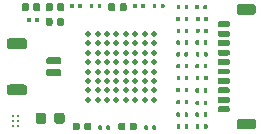
<source format=gbr>
G04 #@! TF.GenerationSoftware,KiCad,Pcbnew,(5.1.5-0-10_14)*
G04 #@! TF.CreationDate,2020-03-10T08:19:59-07:00*
G04 #@! TF.ProjectId,ARBO BT,4152424f-2042-4542-9e6b-696361645f70,rev?*
G04 #@! TF.SameCoordinates,Original*
G04 #@! TF.FileFunction,Paste,Bot*
G04 #@! TF.FilePolarity,Positive*
%FSLAX46Y46*%
G04 Gerber Fmt 4.6, Leading zero omitted, Abs format (unit mm)*
G04 Created by KiCad (PCBNEW (5.1.5-0-10_14)) date 2020-03-10 08:19:59*
%MOMM*%
%LPD*%
G04 APERTURE LIST*
%ADD10C,0.500000*%
%ADD11C,0.100000*%
%ADD12C,0.230000*%
G04 APERTURE END LIST*
D10*
X131100000Y-80300000D03*
X131100000Y-79500000D03*
X131100000Y-78700000D03*
X131100000Y-77900000D03*
X131100000Y-77100000D03*
X131100000Y-76300000D03*
X131100000Y-75500000D03*
X131100000Y-74700000D03*
X131900000Y-80300000D03*
X131900000Y-79500000D03*
X131900000Y-78700000D03*
X131900000Y-77900000D03*
X131900000Y-77100000D03*
X131900000Y-76300000D03*
X131900000Y-75500000D03*
X131900000Y-74700000D03*
X132700000Y-80300000D03*
X132700000Y-79500000D03*
X132700000Y-78700000D03*
X132700000Y-77900000D03*
X132700000Y-77100000D03*
X132700000Y-76300000D03*
X132700000Y-75500000D03*
X132700000Y-74700000D03*
X133500000Y-80300000D03*
X133500000Y-79500000D03*
X133500000Y-78700000D03*
X133500000Y-77900000D03*
X133500000Y-77100000D03*
X133500000Y-76300000D03*
X133500000Y-75500000D03*
X133500000Y-74700000D03*
X134300000Y-80300000D03*
X134300000Y-79500000D03*
X134300000Y-78700000D03*
X134300000Y-77900000D03*
X134300000Y-77100000D03*
X134300000Y-76300000D03*
X134300000Y-75500000D03*
X134300000Y-74700000D03*
X135100000Y-80300000D03*
X135100000Y-79500000D03*
X135100000Y-78700000D03*
X135100000Y-77900000D03*
X135100000Y-77100000D03*
X135100000Y-76300000D03*
X135100000Y-75500000D03*
X135100000Y-74700000D03*
X135900000Y-80300000D03*
X135900000Y-79500000D03*
X135900000Y-78700000D03*
X135900000Y-77900000D03*
X135900000Y-77100000D03*
X135900000Y-76300000D03*
X135900000Y-75500000D03*
X135900000Y-74700000D03*
X136700000Y-80300000D03*
X136700000Y-79500000D03*
X136700000Y-78700000D03*
X136700000Y-77900000D03*
X136700000Y-77100000D03*
X136700000Y-76300000D03*
X136700000Y-75500000D03*
X136700000Y-74700000D03*
D11*
G36*
X126882292Y-73370383D02*
G01*
X126890010Y-73371528D01*
X126897578Y-73373423D01*
X126904923Y-73376052D01*
X126911976Y-73379387D01*
X126918668Y-73383398D01*
X126924934Y-73388046D01*
X126930715Y-73393285D01*
X126935954Y-73399066D01*
X126940602Y-73405332D01*
X126944613Y-73412024D01*
X126947948Y-73419077D01*
X126950577Y-73426422D01*
X126952472Y-73433990D01*
X126953617Y-73441708D01*
X126954000Y-73449500D01*
X126954000Y-73650500D01*
X126953617Y-73658292D01*
X126952472Y-73666010D01*
X126950577Y-73673578D01*
X126947948Y-73680923D01*
X126944613Y-73687976D01*
X126940602Y-73694668D01*
X126935954Y-73700934D01*
X126930715Y-73706715D01*
X126924934Y-73711954D01*
X126918668Y-73716602D01*
X126911976Y-73720613D01*
X126904923Y-73723948D01*
X126897578Y-73726577D01*
X126890010Y-73728472D01*
X126882292Y-73729617D01*
X126874500Y-73730000D01*
X126715500Y-73730000D01*
X126707708Y-73729617D01*
X126699990Y-73728472D01*
X126692422Y-73726577D01*
X126685077Y-73723948D01*
X126678024Y-73720613D01*
X126671332Y-73716602D01*
X126665066Y-73711954D01*
X126659285Y-73706715D01*
X126654046Y-73700934D01*
X126649398Y-73694668D01*
X126645387Y-73687976D01*
X126642052Y-73680923D01*
X126639423Y-73673578D01*
X126637528Y-73666010D01*
X126636383Y-73658292D01*
X126636000Y-73650500D01*
X126636000Y-73449500D01*
X126636383Y-73441708D01*
X126637528Y-73433990D01*
X126639423Y-73426422D01*
X126642052Y-73419077D01*
X126645387Y-73412024D01*
X126649398Y-73405332D01*
X126654046Y-73399066D01*
X126659285Y-73393285D01*
X126665066Y-73388046D01*
X126671332Y-73383398D01*
X126678024Y-73379387D01*
X126685077Y-73376052D01*
X126692422Y-73373423D01*
X126699990Y-73371528D01*
X126707708Y-73370383D01*
X126715500Y-73370000D01*
X126874500Y-73370000D01*
X126882292Y-73370383D01*
G37*
G36*
X126192292Y-73370383D02*
G01*
X126200010Y-73371528D01*
X126207578Y-73373423D01*
X126214923Y-73376052D01*
X126221976Y-73379387D01*
X126228668Y-73383398D01*
X126234934Y-73388046D01*
X126240715Y-73393285D01*
X126245954Y-73399066D01*
X126250602Y-73405332D01*
X126254613Y-73412024D01*
X126257948Y-73419077D01*
X126260577Y-73426422D01*
X126262472Y-73433990D01*
X126263617Y-73441708D01*
X126264000Y-73449500D01*
X126264000Y-73650500D01*
X126263617Y-73658292D01*
X126262472Y-73666010D01*
X126260577Y-73673578D01*
X126257948Y-73680923D01*
X126254613Y-73687976D01*
X126250602Y-73694668D01*
X126245954Y-73700934D01*
X126240715Y-73706715D01*
X126234934Y-73711954D01*
X126228668Y-73716602D01*
X126221976Y-73720613D01*
X126214923Y-73723948D01*
X126207578Y-73726577D01*
X126200010Y-73728472D01*
X126192292Y-73729617D01*
X126184500Y-73730000D01*
X126025500Y-73730000D01*
X126017708Y-73729617D01*
X126009990Y-73728472D01*
X126002422Y-73726577D01*
X125995077Y-73723948D01*
X125988024Y-73720613D01*
X125981332Y-73716602D01*
X125975066Y-73711954D01*
X125969285Y-73706715D01*
X125964046Y-73700934D01*
X125959398Y-73694668D01*
X125955387Y-73687976D01*
X125952052Y-73680923D01*
X125949423Y-73673578D01*
X125947528Y-73666010D01*
X125946383Y-73658292D01*
X125946000Y-73650500D01*
X125946000Y-73449500D01*
X125946383Y-73441708D01*
X125947528Y-73433990D01*
X125949423Y-73426422D01*
X125952052Y-73419077D01*
X125955387Y-73412024D01*
X125959398Y-73405332D01*
X125964046Y-73399066D01*
X125969285Y-73393285D01*
X125975066Y-73388046D01*
X125981332Y-73383398D01*
X125988024Y-73379387D01*
X125995077Y-73376052D01*
X126002422Y-73373423D01*
X126009990Y-73371528D01*
X126017708Y-73370383D01*
X126025500Y-73370000D01*
X126184500Y-73370000D01*
X126192292Y-73370383D01*
G37*
G36*
X127976958Y-72130710D02*
G01*
X127991276Y-72132834D01*
X128005317Y-72136351D01*
X128018946Y-72141228D01*
X128032031Y-72147417D01*
X128044447Y-72154858D01*
X128056073Y-72163481D01*
X128066798Y-72173202D01*
X128076519Y-72183927D01*
X128085142Y-72195553D01*
X128092583Y-72207969D01*
X128098772Y-72221054D01*
X128103649Y-72234683D01*
X128107166Y-72248724D01*
X128109290Y-72263042D01*
X128110000Y-72277500D01*
X128110000Y-72622500D01*
X128109290Y-72636958D01*
X128107166Y-72651276D01*
X128103649Y-72665317D01*
X128098772Y-72678946D01*
X128092583Y-72692031D01*
X128085142Y-72704447D01*
X128076519Y-72716073D01*
X128066798Y-72726798D01*
X128056073Y-72736519D01*
X128044447Y-72745142D01*
X128032031Y-72752583D01*
X128018946Y-72758772D01*
X128005317Y-72763649D01*
X127991276Y-72767166D01*
X127976958Y-72769290D01*
X127962500Y-72770000D01*
X127667500Y-72770000D01*
X127653042Y-72769290D01*
X127638724Y-72767166D01*
X127624683Y-72763649D01*
X127611054Y-72758772D01*
X127597969Y-72752583D01*
X127585553Y-72745142D01*
X127573927Y-72736519D01*
X127563202Y-72726798D01*
X127553481Y-72716073D01*
X127544858Y-72704447D01*
X127537417Y-72692031D01*
X127531228Y-72678946D01*
X127526351Y-72665317D01*
X127522834Y-72651276D01*
X127520710Y-72636958D01*
X127520000Y-72622500D01*
X127520000Y-72277500D01*
X127520710Y-72263042D01*
X127522834Y-72248724D01*
X127526351Y-72234683D01*
X127531228Y-72221054D01*
X127537417Y-72207969D01*
X127544858Y-72195553D01*
X127553481Y-72183927D01*
X127563202Y-72173202D01*
X127573927Y-72163481D01*
X127585553Y-72154858D01*
X127597969Y-72147417D01*
X127611054Y-72141228D01*
X127624683Y-72136351D01*
X127638724Y-72132834D01*
X127653042Y-72130710D01*
X127667500Y-72130000D01*
X127962500Y-72130000D01*
X127976958Y-72130710D01*
G37*
G36*
X128946958Y-72130710D02*
G01*
X128961276Y-72132834D01*
X128975317Y-72136351D01*
X128988946Y-72141228D01*
X129002031Y-72147417D01*
X129014447Y-72154858D01*
X129026073Y-72163481D01*
X129036798Y-72173202D01*
X129046519Y-72183927D01*
X129055142Y-72195553D01*
X129062583Y-72207969D01*
X129068772Y-72221054D01*
X129073649Y-72234683D01*
X129077166Y-72248724D01*
X129079290Y-72263042D01*
X129080000Y-72277500D01*
X129080000Y-72622500D01*
X129079290Y-72636958D01*
X129077166Y-72651276D01*
X129073649Y-72665317D01*
X129068772Y-72678946D01*
X129062583Y-72692031D01*
X129055142Y-72704447D01*
X129046519Y-72716073D01*
X129036798Y-72726798D01*
X129026073Y-72736519D01*
X129014447Y-72745142D01*
X129002031Y-72752583D01*
X128988946Y-72758772D01*
X128975317Y-72763649D01*
X128961276Y-72767166D01*
X128946958Y-72769290D01*
X128932500Y-72770000D01*
X128637500Y-72770000D01*
X128623042Y-72769290D01*
X128608724Y-72767166D01*
X128594683Y-72763649D01*
X128581054Y-72758772D01*
X128567969Y-72752583D01*
X128555553Y-72745142D01*
X128543927Y-72736519D01*
X128533202Y-72726798D01*
X128523481Y-72716073D01*
X128514858Y-72704447D01*
X128507417Y-72692031D01*
X128501228Y-72678946D01*
X128496351Y-72665317D01*
X128492834Y-72651276D01*
X128490710Y-72636958D01*
X128490000Y-72622500D01*
X128490000Y-72277500D01*
X128490710Y-72263042D01*
X128492834Y-72248724D01*
X128496351Y-72234683D01*
X128501228Y-72221054D01*
X128507417Y-72207969D01*
X128514858Y-72195553D01*
X128523481Y-72183927D01*
X128533202Y-72173202D01*
X128543927Y-72163481D01*
X128555553Y-72154858D01*
X128567969Y-72147417D01*
X128581054Y-72141228D01*
X128594683Y-72136351D01*
X128608724Y-72132834D01*
X128623042Y-72130710D01*
X128637500Y-72130000D01*
X128932500Y-72130000D01*
X128946958Y-72130710D01*
G37*
G36*
X135852292Y-72170383D02*
G01*
X135860010Y-72171528D01*
X135867578Y-72173423D01*
X135874923Y-72176052D01*
X135881976Y-72179387D01*
X135888668Y-72183398D01*
X135894934Y-72188046D01*
X135900715Y-72193285D01*
X135905954Y-72199066D01*
X135910602Y-72205332D01*
X135914613Y-72212024D01*
X135917948Y-72219077D01*
X135920577Y-72226422D01*
X135922472Y-72233990D01*
X135923617Y-72241708D01*
X135924000Y-72249500D01*
X135924000Y-72450500D01*
X135923617Y-72458292D01*
X135922472Y-72466010D01*
X135920577Y-72473578D01*
X135917948Y-72480923D01*
X135914613Y-72487976D01*
X135910602Y-72494668D01*
X135905954Y-72500934D01*
X135900715Y-72506715D01*
X135894934Y-72511954D01*
X135888668Y-72516602D01*
X135881976Y-72520613D01*
X135874923Y-72523948D01*
X135867578Y-72526577D01*
X135860010Y-72528472D01*
X135852292Y-72529617D01*
X135844500Y-72530000D01*
X135685500Y-72530000D01*
X135677708Y-72529617D01*
X135669990Y-72528472D01*
X135662422Y-72526577D01*
X135655077Y-72523948D01*
X135648024Y-72520613D01*
X135641332Y-72516602D01*
X135635066Y-72511954D01*
X135629285Y-72506715D01*
X135624046Y-72500934D01*
X135619398Y-72494668D01*
X135615387Y-72487976D01*
X135612052Y-72480923D01*
X135609423Y-72473578D01*
X135607528Y-72466010D01*
X135606383Y-72458292D01*
X135606000Y-72450500D01*
X135606000Y-72249500D01*
X135606383Y-72241708D01*
X135607528Y-72233990D01*
X135609423Y-72226422D01*
X135612052Y-72219077D01*
X135615387Y-72212024D01*
X135619398Y-72205332D01*
X135624046Y-72199066D01*
X135629285Y-72193285D01*
X135635066Y-72188046D01*
X135641332Y-72183398D01*
X135648024Y-72179387D01*
X135655077Y-72176052D01*
X135662422Y-72173423D01*
X135669990Y-72171528D01*
X135677708Y-72170383D01*
X135685500Y-72170000D01*
X135844500Y-72170000D01*
X135852292Y-72170383D01*
G37*
G36*
X135162292Y-72170383D02*
G01*
X135170010Y-72171528D01*
X135177578Y-72173423D01*
X135184923Y-72176052D01*
X135191976Y-72179387D01*
X135198668Y-72183398D01*
X135204934Y-72188046D01*
X135210715Y-72193285D01*
X135215954Y-72199066D01*
X135220602Y-72205332D01*
X135224613Y-72212024D01*
X135227948Y-72219077D01*
X135230577Y-72226422D01*
X135232472Y-72233990D01*
X135233617Y-72241708D01*
X135234000Y-72249500D01*
X135234000Y-72450500D01*
X135233617Y-72458292D01*
X135232472Y-72466010D01*
X135230577Y-72473578D01*
X135227948Y-72480923D01*
X135224613Y-72487976D01*
X135220602Y-72494668D01*
X135215954Y-72500934D01*
X135210715Y-72506715D01*
X135204934Y-72511954D01*
X135198668Y-72516602D01*
X135191976Y-72520613D01*
X135184923Y-72523948D01*
X135177578Y-72526577D01*
X135170010Y-72528472D01*
X135162292Y-72529617D01*
X135154500Y-72530000D01*
X134995500Y-72530000D01*
X134987708Y-72529617D01*
X134979990Y-72528472D01*
X134972422Y-72526577D01*
X134965077Y-72523948D01*
X134958024Y-72520613D01*
X134951332Y-72516602D01*
X134945066Y-72511954D01*
X134939285Y-72506715D01*
X134934046Y-72500934D01*
X134929398Y-72494668D01*
X134925387Y-72487976D01*
X134922052Y-72480923D01*
X134919423Y-72473578D01*
X134917528Y-72466010D01*
X134916383Y-72458292D01*
X134916000Y-72450500D01*
X134916000Y-72249500D01*
X134916383Y-72241708D01*
X134917528Y-72233990D01*
X134919423Y-72226422D01*
X134922052Y-72219077D01*
X134925387Y-72212024D01*
X134929398Y-72205332D01*
X134934046Y-72199066D01*
X134939285Y-72193285D01*
X134945066Y-72188046D01*
X134951332Y-72183398D01*
X134958024Y-72179387D01*
X134965077Y-72176052D01*
X134972422Y-72173423D01*
X134979990Y-72171528D01*
X134987708Y-72170383D01*
X134995500Y-72170000D01*
X135154500Y-72170000D01*
X135162292Y-72170383D01*
G37*
G36*
X138822292Y-75270383D02*
G01*
X138830010Y-75271528D01*
X138837578Y-75273423D01*
X138844923Y-75276052D01*
X138851976Y-75279387D01*
X138858668Y-75283398D01*
X138864934Y-75288046D01*
X138870715Y-75293285D01*
X138875954Y-75299066D01*
X138880602Y-75305332D01*
X138884613Y-75312024D01*
X138887948Y-75319077D01*
X138890577Y-75326422D01*
X138892472Y-75333990D01*
X138893617Y-75341708D01*
X138894000Y-75349500D01*
X138894000Y-75550500D01*
X138893617Y-75558292D01*
X138892472Y-75566010D01*
X138890577Y-75573578D01*
X138887948Y-75580923D01*
X138884613Y-75587976D01*
X138880602Y-75594668D01*
X138875954Y-75600934D01*
X138870715Y-75606715D01*
X138864934Y-75611954D01*
X138858668Y-75616602D01*
X138851976Y-75620613D01*
X138844923Y-75623948D01*
X138837578Y-75626577D01*
X138830010Y-75628472D01*
X138822292Y-75629617D01*
X138814500Y-75630000D01*
X138655500Y-75630000D01*
X138647708Y-75629617D01*
X138639990Y-75628472D01*
X138632422Y-75626577D01*
X138625077Y-75623948D01*
X138618024Y-75620613D01*
X138611332Y-75616602D01*
X138605066Y-75611954D01*
X138599285Y-75606715D01*
X138594046Y-75600934D01*
X138589398Y-75594668D01*
X138585387Y-75587976D01*
X138582052Y-75580923D01*
X138579423Y-75573578D01*
X138577528Y-75566010D01*
X138576383Y-75558292D01*
X138576000Y-75550500D01*
X138576000Y-75349500D01*
X138576383Y-75341708D01*
X138577528Y-75333990D01*
X138579423Y-75326422D01*
X138582052Y-75319077D01*
X138585387Y-75312024D01*
X138589398Y-75305332D01*
X138594046Y-75299066D01*
X138599285Y-75293285D01*
X138605066Y-75288046D01*
X138611332Y-75283398D01*
X138618024Y-75279387D01*
X138625077Y-75276052D01*
X138632422Y-75273423D01*
X138639990Y-75271528D01*
X138647708Y-75270383D01*
X138655500Y-75270000D01*
X138814500Y-75270000D01*
X138822292Y-75270383D01*
G37*
G36*
X139512292Y-75270383D02*
G01*
X139520010Y-75271528D01*
X139527578Y-75273423D01*
X139534923Y-75276052D01*
X139541976Y-75279387D01*
X139548668Y-75283398D01*
X139554934Y-75288046D01*
X139560715Y-75293285D01*
X139565954Y-75299066D01*
X139570602Y-75305332D01*
X139574613Y-75312024D01*
X139577948Y-75319077D01*
X139580577Y-75326422D01*
X139582472Y-75333990D01*
X139583617Y-75341708D01*
X139584000Y-75349500D01*
X139584000Y-75550500D01*
X139583617Y-75558292D01*
X139582472Y-75566010D01*
X139580577Y-75573578D01*
X139577948Y-75580923D01*
X139574613Y-75587976D01*
X139570602Y-75594668D01*
X139565954Y-75600934D01*
X139560715Y-75606715D01*
X139554934Y-75611954D01*
X139548668Y-75616602D01*
X139541976Y-75620613D01*
X139534923Y-75623948D01*
X139527578Y-75626577D01*
X139520010Y-75628472D01*
X139512292Y-75629617D01*
X139504500Y-75630000D01*
X139345500Y-75630000D01*
X139337708Y-75629617D01*
X139329990Y-75628472D01*
X139322422Y-75626577D01*
X139315077Y-75623948D01*
X139308024Y-75620613D01*
X139301332Y-75616602D01*
X139295066Y-75611954D01*
X139289285Y-75606715D01*
X139284046Y-75600934D01*
X139279398Y-75594668D01*
X139275387Y-75587976D01*
X139272052Y-75580923D01*
X139269423Y-75573578D01*
X139267528Y-75566010D01*
X139266383Y-75558292D01*
X139266000Y-75550500D01*
X139266000Y-75349500D01*
X139266383Y-75341708D01*
X139267528Y-75333990D01*
X139269423Y-75326422D01*
X139272052Y-75319077D01*
X139275387Y-75312024D01*
X139279398Y-75305332D01*
X139284046Y-75299066D01*
X139289285Y-75293285D01*
X139295066Y-75288046D01*
X139301332Y-75283398D01*
X139308024Y-75279387D01*
X139315077Y-75276052D01*
X139322422Y-75273423D01*
X139329990Y-75271528D01*
X139337708Y-75270383D01*
X139345500Y-75270000D01*
X139504500Y-75270000D01*
X139512292Y-75270383D01*
G37*
D12*
X125150000Y-81700000D03*
X125150000Y-82100000D03*
X125150000Y-82500000D03*
X124750000Y-81700000D03*
X124750000Y-82100000D03*
X124750000Y-82500000D03*
D11*
G36*
X125722054Y-75101083D02*
G01*
X125743895Y-75104323D01*
X125765314Y-75109688D01*
X125786104Y-75117127D01*
X125806064Y-75126568D01*
X125825003Y-75137919D01*
X125842738Y-75151073D01*
X125859099Y-75165901D01*
X125873927Y-75182262D01*
X125887081Y-75199997D01*
X125898432Y-75218936D01*
X125907873Y-75238896D01*
X125915312Y-75259686D01*
X125920677Y-75281105D01*
X125923917Y-75302946D01*
X125925000Y-75325000D01*
X125925000Y-75775000D01*
X125923917Y-75797054D01*
X125920677Y-75818895D01*
X125915312Y-75840314D01*
X125907873Y-75861104D01*
X125898432Y-75881064D01*
X125887081Y-75900003D01*
X125873927Y-75917738D01*
X125859099Y-75934099D01*
X125842738Y-75948927D01*
X125825003Y-75962081D01*
X125806064Y-75973432D01*
X125786104Y-75982873D01*
X125765314Y-75990312D01*
X125743895Y-75995677D01*
X125722054Y-75998917D01*
X125700000Y-76000000D01*
X124450000Y-76000000D01*
X124427946Y-75998917D01*
X124406105Y-75995677D01*
X124384686Y-75990312D01*
X124363896Y-75982873D01*
X124343936Y-75973432D01*
X124324997Y-75962081D01*
X124307262Y-75948927D01*
X124290901Y-75934099D01*
X124276073Y-75917738D01*
X124262919Y-75900003D01*
X124251568Y-75881064D01*
X124242127Y-75861104D01*
X124234688Y-75840314D01*
X124229323Y-75818895D01*
X124226083Y-75797054D01*
X124225000Y-75775000D01*
X124225000Y-75325000D01*
X124226083Y-75302946D01*
X124229323Y-75281105D01*
X124234688Y-75259686D01*
X124242127Y-75238896D01*
X124251568Y-75218936D01*
X124262919Y-75199997D01*
X124276073Y-75182262D01*
X124290901Y-75165901D01*
X124307262Y-75151073D01*
X124324997Y-75137919D01*
X124343936Y-75126568D01*
X124363896Y-75117127D01*
X124384686Y-75109688D01*
X124406105Y-75104323D01*
X124427946Y-75101083D01*
X124450000Y-75100000D01*
X125700000Y-75100000D01*
X125722054Y-75101083D01*
G37*
G36*
X125722054Y-79001083D02*
G01*
X125743895Y-79004323D01*
X125765314Y-79009688D01*
X125786104Y-79017127D01*
X125806064Y-79026568D01*
X125825003Y-79037919D01*
X125842738Y-79051073D01*
X125859099Y-79065901D01*
X125873927Y-79082262D01*
X125887081Y-79099997D01*
X125898432Y-79118936D01*
X125907873Y-79138896D01*
X125915312Y-79159686D01*
X125920677Y-79181105D01*
X125923917Y-79202946D01*
X125925000Y-79225000D01*
X125925000Y-79675000D01*
X125923917Y-79697054D01*
X125920677Y-79718895D01*
X125915312Y-79740314D01*
X125907873Y-79761104D01*
X125898432Y-79781064D01*
X125887081Y-79800003D01*
X125873927Y-79817738D01*
X125859099Y-79834099D01*
X125842738Y-79848927D01*
X125825003Y-79862081D01*
X125806064Y-79873432D01*
X125786104Y-79882873D01*
X125765314Y-79890312D01*
X125743895Y-79895677D01*
X125722054Y-79898917D01*
X125700000Y-79900000D01*
X124450000Y-79900000D01*
X124427946Y-79898917D01*
X124406105Y-79895677D01*
X124384686Y-79890312D01*
X124363896Y-79882873D01*
X124343936Y-79873432D01*
X124324997Y-79862081D01*
X124307262Y-79848927D01*
X124290901Y-79834099D01*
X124276073Y-79817738D01*
X124262919Y-79800003D01*
X124251568Y-79781064D01*
X124242127Y-79761104D01*
X124234688Y-79740314D01*
X124229323Y-79718895D01*
X124226083Y-79697054D01*
X124225000Y-79675000D01*
X124225000Y-79225000D01*
X124226083Y-79202946D01*
X124229323Y-79181105D01*
X124234688Y-79159686D01*
X124242127Y-79138896D01*
X124251568Y-79118936D01*
X124262919Y-79099997D01*
X124276073Y-79082262D01*
X124290901Y-79065901D01*
X124307262Y-79051073D01*
X124324997Y-79037919D01*
X124343936Y-79026568D01*
X124363896Y-79017127D01*
X124384686Y-79009688D01*
X124406105Y-79004323D01*
X124427946Y-79001083D01*
X124450000Y-79000000D01*
X125700000Y-79000000D01*
X125722054Y-79001083D01*
G37*
G36*
X128689703Y-76700722D02*
G01*
X128704264Y-76702882D01*
X128718543Y-76706459D01*
X128732403Y-76711418D01*
X128745710Y-76717712D01*
X128758336Y-76725280D01*
X128770159Y-76734048D01*
X128781066Y-76743934D01*
X128790952Y-76754841D01*
X128799720Y-76766664D01*
X128807288Y-76779290D01*
X128813582Y-76792597D01*
X128818541Y-76806457D01*
X128822118Y-76820736D01*
X128824278Y-76835297D01*
X128825000Y-76850000D01*
X128825000Y-77150000D01*
X128824278Y-77164703D01*
X128822118Y-77179264D01*
X128818541Y-77193543D01*
X128813582Y-77207403D01*
X128807288Y-77220710D01*
X128799720Y-77233336D01*
X128790952Y-77245159D01*
X128781066Y-77256066D01*
X128770159Y-77265952D01*
X128758336Y-77274720D01*
X128745710Y-77282288D01*
X128732403Y-77288582D01*
X128718543Y-77293541D01*
X128704264Y-77297118D01*
X128689703Y-77299278D01*
X128675000Y-77300000D01*
X127725000Y-77300000D01*
X127710297Y-77299278D01*
X127695736Y-77297118D01*
X127681457Y-77293541D01*
X127667597Y-77288582D01*
X127654290Y-77282288D01*
X127641664Y-77274720D01*
X127629841Y-77265952D01*
X127618934Y-77256066D01*
X127609048Y-77245159D01*
X127600280Y-77233336D01*
X127592712Y-77220710D01*
X127586418Y-77207403D01*
X127581459Y-77193543D01*
X127577882Y-77179264D01*
X127575722Y-77164703D01*
X127575000Y-77150000D01*
X127575000Y-76850000D01*
X127575722Y-76835297D01*
X127577882Y-76820736D01*
X127581459Y-76806457D01*
X127586418Y-76792597D01*
X127592712Y-76779290D01*
X127600280Y-76766664D01*
X127609048Y-76754841D01*
X127618934Y-76743934D01*
X127629841Y-76734048D01*
X127641664Y-76725280D01*
X127654290Y-76717712D01*
X127667597Y-76711418D01*
X127681457Y-76706459D01*
X127695736Y-76702882D01*
X127710297Y-76700722D01*
X127725000Y-76700000D01*
X128675000Y-76700000D01*
X128689703Y-76700722D01*
G37*
G36*
X128689703Y-77700722D02*
G01*
X128704264Y-77702882D01*
X128718543Y-77706459D01*
X128732403Y-77711418D01*
X128745710Y-77717712D01*
X128758336Y-77725280D01*
X128770159Y-77734048D01*
X128781066Y-77743934D01*
X128790952Y-77754841D01*
X128799720Y-77766664D01*
X128807288Y-77779290D01*
X128813582Y-77792597D01*
X128818541Y-77806457D01*
X128822118Y-77820736D01*
X128824278Y-77835297D01*
X128825000Y-77850000D01*
X128825000Y-78150000D01*
X128824278Y-78164703D01*
X128822118Y-78179264D01*
X128818541Y-78193543D01*
X128813582Y-78207403D01*
X128807288Y-78220710D01*
X128799720Y-78233336D01*
X128790952Y-78245159D01*
X128781066Y-78256066D01*
X128770159Y-78265952D01*
X128758336Y-78274720D01*
X128745710Y-78282288D01*
X128732403Y-78288582D01*
X128718543Y-78293541D01*
X128704264Y-78297118D01*
X128689703Y-78299278D01*
X128675000Y-78300000D01*
X127725000Y-78300000D01*
X127710297Y-78299278D01*
X127695736Y-78297118D01*
X127681457Y-78293541D01*
X127667597Y-78288582D01*
X127654290Y-78282288D01*
X127641664Y-78274720D01*
X127629841Y-78265952D01*
X127618934Y-78256066D01*
X127609048Y-78245159D01*
X127600280Y-78233336D01*
X127592712Y-78220710D01*
X127586418Y-78207403D01*
X127581459Y-78193543D01*
X127577882Y-78179264D01*
X127575722Y-78164703D01*
X127575000Y-78150000D01*
X127575000Y-77850000D01*
X127575722Y-77835297D01*
X127577882Y-77820736D01*
X127581459Y-77806457D01*
X127586418Y-77792597D01*
X127592712Y-77779290D01*
X127600280Y-77766664D01*
X127609048Y-77754841D01*
X127618934Y-77743934D01*
X127629841Y-77734048D01*
X127641664Y-77725280D01*
X127654290Y-77717712D01*
X127667597Y-77711418D01*
X127681457Y-77706459D01*
X127695736Y-77702882D01*
X127710297Y-77700722D01*
X127725000Y-77700000D01*
X128675000Y-77700000D01*
X128689703Y-77700722D01*
G37*
G36*
X132162292Y-72170383D02*
G01*
X132170010Y-72171528D01*
X132177578Y-72173423D01*
X132184923Y-72176052D01*
X132191976Y-72179387D01*
X132198668Y-72183398D01*
X132204934Y-72188046D01*
X132210715Y-72193285D01*
X132215954Y-72199066D01*
X132220602Y-72205332D01*
X132224613Y-72212024D01*
X132227948Y-72219077D01*
X132230577Y-72226422D01*
X132232472Y-72233990D01*
X132233617Y-72241708D01*
X132234000Y-72249500D01*
X132234000Y-72450500D01*
X132233617Y-72458292D01*
X132232472Y-72466010D01*
X132230577Y-72473578D01*
X132227948Y-72480923D01*
X132224613Y-72487976D01*
X132220602Y-72494668D01*
X132215954Y-72500934D01*
X132210715Y-72506715D01*
X132204934Y-72511954D01*
X132198668Y-72516602D01*
X132191976Y-72520613D01*
X132184923Y-72523948D01*
X132177578Y-72526577D01*
X132170010Y-72528472D01*
X132162292Y-72529617D01*
X132154500Y-72530000D01*
X131995500Y-72530000D01*
X131987708Y-72529617D01*
X131979990Y-72528472D01*
X131972422Y-72526577D01*
X131965077Y-72523948D01*
X131958024Y-72520613D01*
X131951332Y-72516602D01*
X131945066Y-72511954D01*
X131939285Y-72506715D01*
X131934046Y-72500934D01*
X131929398Y-72494668D01*
X131925387Y-72487976D01*
X131922052Y-72480923D01*
X131919423Y-72473578D01*
X131917528Y-72466010D01*
X131916383Y-72458292D01*
X131916000Y-72450500D01*
X131916000Y-72249500D01*
X131916383Y-72241708D01*
X131917528Y-72233990D01*
X131919423Y-72226422D01*
X131922052Y-72219077D01*
X131925387Y-72212024D01*
X131929398Y-72205332D01*
X131934046Y-72199066D01*
X131939285Y-72193285D01*
X131945066Y-72188046D01*
X131951332Y-72183398D01*
X131958024Y-72179387D01*
X131965077Y-72176052D01*
X131972422Y-72173423D01*
X131979990Y-72171528D01*
X131987708Y-72170383D01*
X131995500Y-72170000D01*
X132154500Y-72170000D01*
X132162292Y-72170383D01*
G37*
G36*
X131472292Y-72170383D02*
G01*
X131480010Y-72171528D01*
X131487578Y-72173423D01*
X131494923Y-72176052D01*
X131501976Y-72179387D01*
X131508668Y-72183398D01*
X131514934Y-72188046D01*
X131520715Y-72193285D01*
X131525954Y-72199066D01*
X131530602Y-72205332D01*
X131534613Y-72212024D01*
X131537948Y-72219077D01*
X131540577Y-72226422D01*
X131542472Y-72233990D01*
X131543617Y-72241708D01*
X131544000Y-72249500D01*
X131544000Y-72450500D01*
X131543617Y-72458292D01*
X131542472Y-72466010D01*
X131540577Y-72473578D01*
X131537948Y-72480923D01*
X131534613Y-72487976D01*
X131530602Y-72494668D01*
X131525954Y-72500934D01*
X131520715Y-72506715D01*
X131514934Y-72511954D01*
X131508668Y-72516602D01*
X131501976Y-72520613D01*
X131494923Y-72523948D01*
X131487578Y-72526577D01*
X131480010Y-72528472D01*
X131472292Y-72529617D01*
X131464500Y-72530000D01*
X131305500Y-72530000D01*
X131297708Y-72529617D01*
X131289990Y-72528472D01*
X131282422Y-72526577D01*
X131275077Y-72523948D01*
X131268024Y-72520613D01*
X131261332Y-72516602D01*
X131255066Y-72511954D01*
X131249285Y-72506715D01*
X131244046Y-72500934D01*
X131239398Y-72494668D01*
X131235387Y-72487976D01*
X131232052Y-72480923D01*
X131229423Y-72473578D01*
X131227528Y-72466010D01*
X131226383Y-72458292D01*
X131226000Y-72450500D01*
X131226000Y-72249500D01*
X131226383Y-72241708D01*
X131227528Y-72233990D01*
X131229423Y-72226422D01*
X131232052Y-72219077D01*
X131235387Y-72212024D01*
X131239398Y-72205332D01*
X131244046Y-72199066D01*
X131249285Y-72193285D01*
X131255066Y-72188046D01*
X131261332Y-72183398D01*
X131268024Y-72179387D01*
X131275077Y-72176052D01*
X131282422Y-72173423D01*
X131289990Y-72171528D01*
X131297708Y-72170383D01*
X131305500Y-72170000D01*
X131464500Y-72170000D01*
X131472292Y-72170383D01*
G37*
G36*
X141162292Y-74270383D02*
G01*
X141170010Y-74271528D01*
X141177578Y-74273423D01*
X141184923Y-74276052D01*
X141191976Y-74279387D01*
X141198668Y-74283398D01*
X141204934Y-74288046D01*
X141210715Y-74293285D01*
X141215954Y-74299066D01*
X141220602Y-74305332D01*
X141224613Y-74312024D01*
X141227948Y-74319077D01*
X141230577Y-74326422D01*
X141232472Y-74333990D01*
X141233617Y-74341708D01*
X141234000Y-74349500D01*
X141234000Y-74550500D01*
X141233617Y-74558292D01*
X141232472Y-74566010D01*
X141230577Y-74573578D01*
X141227948Y-74580923D01*
X141224613Y-74587976D01*
X141220602Y-74594668D01*
X141215954Y-74600934D01*
X141210715Y-74606715D01*
X141204934Y-74611954D01*
X141198668Y-74616602D01*
X141191976Y-74620613D01*
X141184923Y-74623948D01*
X141177578Y-74626577D01*
X141170010Y-74628472D01*
X141162292Y-74629617D01*
X141154500Y-74630000D01*
X140995500Y-74630000D01*
X140987708Y-74629617D01*
X140979990Y-74628472D01*
X140972422Y-74626577D01*
X140965077Y-74623948D01*
X140958024Y-74620613D01*
X140951332Y-74616602D01*
X140945066Y-74611954D01*
X140939285Y-74606715D01*
X140934046Y-74600934D01*
X140929398Y-74594668D01*
X140925387Y-74587976D01*
X140922052Y-74580923D01*
X140919423Y-74573578D01*
X140917528Y-74566010D01*
X140916383Y-74558292D01*
X140916000Y-74550500D01*
X140916000Y-74349500D01*
X140916383Y-74341708D01*
X140917528Y-74333990D01*
X140919423Y-74326422D01*
X140922052Y-74319077D01*
X140925387Y-74312024D01*
X140929398Y-74305332D01*
X140934046Y-74299066D01*
X140939285Y-74293285D01*
X140945066Y-74288046D01*
X140951332Y-74283398D01*
X140958024Y-74279387D01*
X140965077Y-74276052D01*
X140972422Y-74273423D01*
X140979990Y-74271528D01*
X140987708Y-74270383D01*
X140995500Y-74270000D01*
X141154500Y-74270000D01*
X141162292Y-74270383D01*
G37*
G36*
X140472292Y-74270383D02*
G01*
X140480010Y-74271528D01*
X140487578Y-74273423D01*
X140494923Y-74276052D01*
X140501976Y-74279387D01*
X140508668Y-74283398D01*
X140514934Y-74288046D01*
X140520715Y-74293285D01*
X140525954Y-74299066D01*
X140530602Y-74305332D01*
X140534613Y-74312024D01*
X140537948Y-74319077D01*
X140540577Y-74326422D01*
X140542472Y-74333990D01*
X140543617Y-74341708D01*
X140544000Y-74349500D01*
X140544000Y-74550500D01*
X140543617Y-74558292D01*
X140542472Y-74566010D01*
X140540577Y-74573578D01*
X140537948Y-74580923D01*
X140534613Y-74587976D01*
X140530602Y-74594668D01*
X140525954Y-74600934D01*
X140520715Y-74606715D01*
X140514934Y-74611954D01*
X140508668Y-74616602D01*
X140501976Y-74620613D01*
X140494923Y-74623948D01*
X140487578Y-74626577D01*
X140480010Y-74628472D01*
X140472292Y-74629617D01*
X140464500Y-74630000D01*
X140305500Y-74630000D01*
X140297708Y-74629617D01*
X140289990Y-74628472D01*
X140282422Y-74626577D01*
X140275077Y-74623948D01*
X140268024Y-74620613D01*
X140261332Y-74616602D01*
X140255066Y-74611954D01*
X140249285Y-74606715D01*
X140244046Y-74600934D01*
X140239398Y-74594668D01*
X140235387Y-74587976D01*
X140232052Y-74580923D01*
X140229423Y-74573578D01*
X140227528Y-74566010D01*
X140226383Y-74558292D01*
X140226000Y-74550500D01*
X140226000Y-74349500D01*
X140226383Y-74341708D01*
X140227528Y-74333990D01*
X140229423Y-74326422D01*
X140232052Y-74319077D01*
X140235387Y-74312024D01*
X140239398Y-74305332D01*
X140244046Y-74299066D01*
X140249285Y-74293285D01*
X140255066Y-74288046D01*
X140261332Y-74283398D01*
X140268024Y-74279387D01*
X140275077Y-74276052D01*
X140282422Y-74273423D01*
X140289990Y-74271528D01*
X140297708Y-74270383D01*
X140305500Y-74270000D01*
X140464500Y-74270000D01*
X140472292Y-74270383D01*
G37*
G36*
X132212292Y-82470383D02*
G01*
X132220010Y-82471528D01*
X132227578Y-82473423D01*
X132234923Y-82476052D01*
X132241976Y-82479387D01*
X132248668Y-82483398D01*
X132254934Y-82488046D01*
X132260715Y-82493285D01*
X132265954Y-82499066D01*
X132270602Y-82505332D01*
X132274613Y-82512024D01*
X132277948Y-82519077D01*
X132280577Y-82526422D01*
X132282472Y-82533990D01*
X132283617Y-82541708D01*
X132284000Y-82549500D01*
X132284000Y-82750500D01*
X132283617Y-82758292D01*
X132282472Y-82766010D01*
X132280577Y-82773578D01*
X132277948Y-82780923D01*
X132274613Y-82787976D01*
X132270602Y-82794668D01*
X132265954Y-82800934D01*
X132260715Y-82806715D01*
X132254934Y-82811954D01*
X132248668Y-82816602D01*
X132241976Y-82820613D01*
X132234923Y-82823948D01*
X132227578Y-82826577D01*
X132220010Y-82828472D01*
X132212292Y-82829617D01*
X132204500Y-82830000D01*
X132045500Y-82830000D01*
X132037708Y-82829617D01*
X132029990Y-82828472D01*
X132022422Y-82826577D01*
X132015077Y-82823948D01*
X132008024Y-82820613D01*
X132001332Y-82816602D01*
X131995066Y-82811954D01*
X131989285Y-82806715D01*
X131984046Y-82800934D01*
X131979398Y-82794668D01*
X131975387Y-82787976D01*
X131972052Y-82780923D01*
X131969423Y-82773578D01*
X131967528Y-82766010D01*
X131966383Y-82758292D01*
X131966000Y-82750500D01*
X131966000Y-82549500D01*
X131966383Y-82541708D01*
X131967528Y-82533990D01*
X131969423Y-82526422D01*
X131972052Y-82519077D01*
X131975387Y-82512024D01*
X131979398Y-82505332D01*
X131984046Y-82499066D01*
X131989285Y-82493285D01*
X131995066Y-82488046D01*
X132001332Y-82483398D01*
X132008024Y-82479387D01*
X132015077Y-82476052D01*
X132022422Y-82473423D01*
X132029990Y-82471528D01*
X132037708Y-82470383D01*
X132045500Y-82470000D01*
X132204500Y-82470000D01*
X132212292Y-82470383D01*
G37*
G36*
X132902292Y-82470383D02*
G01*
X132910010Y-82471528D01*
X132917578Y-82473423D01*
X132924923Y-82476052D01*
X132931976Y-82479387D01*
X132938668Y-82483398D01*
X132944934Y-82488046D01*
X132950715Y-82493285D01*
X132955954Y-82499066D01*
X132960602Y-82505332D01*
X132964613Y-82512024D01*
X132967948Y-82519077D01*
X132970577Y-82526422D01*
X132972472Y-82533990D01*
X132973617Y-82541708D01*
X132974000Y-82549500D01*
X132974000Y-82750500D01*
X132973617Y-82758292D01*
X132972472Y-82766010D01*
X132970577Y-82773578D01*
X132967948Y-82780923D01*
X132964613Y-82787976D01*
X132960602Y-82794668D01*
X132955954Y-82800934D01*
X132950715Y-82806715D01*
X132944934Y-82811954D01*
X132938668Y-82816602D01*
X132931976Y-82820613D01*
X132924923Y-82823948D01*
X132917578Y-82826577D01*
X132910010Y-82828472D01*
X132902292Y-82829617D01*
X132894500Y-82830000D01*
X132735500Y-82830000D01*
X132727708Y-82829617D01*
X132719990Y-82828472D01*
X132712422Y-82826577D01*
X132705077Y-82823948D01*
X132698024Y-82820613D01*
X132691332Y-82816602D01*
X132685066Y-82811954D01*
X132679285Y-82806715D01*
X132674046Y-82800934D01*
X132669398Y-82794668D01*
X132665387Y-82787976D01*
X132662052Y-82780923D01*
X132659423Y-82773578D01*
X132657528Y-82766010D01*
X132656383Y-82758292D01*
X132656000Y-82750500D01*
X132656000Y-82549500D01*
X132656383Y-82541708D01*
X132657528Y-82533990D01*
X132659423Y-82526422D01*
X132662052Y-82519077D01*
X132665387Y-82512024D01*
X132669398Y-82505332D01*
X132674046Y-82499066D01*
X132679285Y-82493285D01*
X132685066Y-82488046D01*
X132691332Y-82483398D01*
X132698024Y-82479387D01*
X132705077Y-82476052D01*
X132712422Y-82473423D01*
X132719990Y-82471528D01*
X132727708Y-82470383D01*
X132735500Y-82470000D01*
X132894500Y-82470000D01*
X132902292Y-82470383D01*
G37*
G36*
X136112292Y-82470383D02*
G01*
X136120010Y-82471528D01*
X136127578Y-82473423D01*
X136134923Y-82476052D01*
X136141976Y-82479387D01*
X136148668Y-82483398D01*
X136154934Y-82488046D01*
X136160715Y-82493285D01*
X136165954Y-82499066D01*
X136170602Y-82505332D01*
X136174613Y-82512024D01*
X136177948Y-82519077D01*
X136180577Y-82526422D01*
X136182472Y-82533990D01*
X136183617Y-82541708D01*
X136184000Y-82549500D01*
X136184000Y-82750500D01*
X136183617Y-82758292D01*
X136182472Y-82766010D01*
X136180577Y-82773578D01*
X136177948Y-82780923D01*
X136174613Y-82787976D01*
X136170602Y-82794668D01*
X136165954Y-82800934D01*
X136160715Y-82806715D01*
X136154934Y-82811954D01*
X136148668Y-82816602D01*
X136141976Y-82820613D01*
X136134923Y-82823948D01*
X136127578Y-82826577D01*
X136120010Y-82828472D01*
X136112292Y-82829617D01*
X136104500Y-82830000D01*
X135945500Y-82830000D01*
X135937708Y-82829617D01*
X135929990Y-82828472D01*
X135922422Y-82826577D01*
X135915077Y-82823948D01*
X135908024Y-82820613D01*
X135901332Y-82816602D01*
X135895066Y-82811954D01*
X135889285Y-82806715D01*
X135884046Y-82800934D01*
X135879398Y-82794668D01*
X135875387Y-82787976D01*
X135872052Y-82780923D01*
X135869423Y-82773578D01*
X135867528Y-82766010D01*
X135866383Y-82758292D01*
X135866000Y-82750500D01*
X135866000Y-82549500D01*
X135866383Y-82541708D01*
X135867528Y-82533990D01*
X135869423Y-82526422D01*
X135872052Y-82519077D01*
X135875387Y-82512024D01*
X135879398Y-82505332D01*
X135884046Y-82499066D01*
X135889285Y-82493285D01*
X135895066Y-82488046D01*
X135901332Y-82483398D01*
X135908024Y-82479387D01*
X135915077Y-82476052D01*
X135922422Y-82473423D01*
X135929990Y-82471528D01*
X135937708Y-82470383D01*
X135945500Y-82470000D01*
X136104500Y-82470000D01*
X136112292Y-82470383D01*
G37*
G36*
X136802292Y-82470383D02*
G01*
X136810010Y-82471528D01*
X136817578Y-82473423D01*
X136824923Y-82476052D01*
X136831976Y-82479387D01*
X136838668Y-82483398D01*
X136844934Y-82488046D01*
X136850715Y-82493285D01*
X136855954Y-82499066D01*
X136860602Y-82505332D01*
X136864613Y-82512024D01*
X136867948Y-82519077D01*
X136870577Y-82526422D01*
X136872472Y-82533990D01*
X136873617Y-82541708D01*
X136874000Y-82549500D01*
X136874000Y-82750500D01*
X136873617Y-82758292D01*
X136872472Y-82766010D01*
X136870577Y-82773578D01*
X136867948Y-82780923D01*
X136864613Y-82787976D01*
X136860602Y-82794668D01*
X136855954Y-82800934D01*
X136850715Y-82806715D01*
X136844934Y-82811954D01*
X136838668Y-82816602D01*
X136831976Y-82820613D01*
X136824923Y-82823948D01*
X136817578Y-82826577D01*
X136810010Y-82828472D01*
X136802292Y-82829617D01*
X136794500Y-82830000D01*
X136635500Y-82830000D01*
X136627708Y-82829617D01*
X136619990Y-82828472D01*
X136612422Y-82826577D01*
X136605077Y-82823948D01*
X136598024Y-82820613D01*
X136591332Y-82816602D01*
X136585066Y-82811954D01*
X136579285Y-82806715D01*
X136574046Y-82800934D01*
X136569398Y-82794668D01*
X136565387Y-82787976D01*
X136562052Y-82780923D01*
X136559423Y-82773578D01*
X136557528Y-82766010D01*
X136556383Y-82758292D01*
X136556000Y-82750500D01*
X136556000Y-82549500D01*
X136556383Y-82541708D01*
X136557528Y-82533990D01*
X136559423Y-82526422D01*
X136562052Y-82519077D01*
X136565387Y-82512024D01*
X136569398Y-82505332D01*
X136574046Y-82499066D01*
X136579285Y-82493285D01*
X136585066Y-82488046D01*
X136591332Y-82483398D01*
X136598024Y-82479387D01*
X136605077Y-82476052D01*
X136612422Y-82473423D01*
X136619990Y-82471528D01*
X136627708Y-82470383D01*
X136635500Y-82470000D01*
X136794500Y-82470000D01*
X136802292Y-82470383D01*
G37*
G36*
X141132292Y-81370383D02*
G01*
X141140010Y-81371528D01*
X141147578Y-81373423D01*
X141154923Y-81376052D01*
X141161976Y-81379387D01*
X141168668Y-81383398D01*
X141174934Y-81388046D01*
X141180715Y-81393285D01*
X141185954Y-81399066D01*
X141190602Y-81405332D01*
X141194613Y-81412024D01*
X141197948Y-81419077D01*
X141200577Y-81426422D01*
X141202472Y-81433990D01*
X141203617Y-81441708D01*
X141204000Y-81449500D01*
X141204000Y-81650500D01*
X141203617Y-81658292D01*
X141202472Y-81666010D01*
X141200577Y-81673578D01*
X141197948Y-81680923D01*
X141194613Y-81687976D01*
X141190602Y-81694668D01*
X141185954Y-81700934D01*
X141180715Y-81706715D01*
X141174934Y-81711954D01*
X141168668Y-81716602D01*
X141161976Y-81720613D01*
X141154923Y-81723948D01*
X141147578Y-81726577D01*
X141140010Y-81728472D01*
X141132292Y-81729617D01*
X141124500Y-81730000D01*
X140965500Y-81730000D01*
X140957708Y-81729617D01*
X140949990Y-81728472D01*
X140942422Y-81726577D01*
X140935077Y-81723948D01*
X140928024Y-81720613D01*
X140921332Y-81716602D01*
X140915066Y-81711954D01*
X140909285Y-81706715D01*
X140904046Y-81700934D01*
X140899398Y-81694668D01*
X140895387Y-81687976D01*
X140892052Y-81680923D01*
X140889423Y-81673578D01*
X140887528Y-81666010D01*
X140886383Y-81658292D01*
X140886000Y-81650500D01*
X140886000Y-81449500D01*
X140886383Y-81441708D01*
X140887528Y-81433990D01*
X140889423Y-81426422D01*
X140892052Y-81419077D01*
X140895387Y-81412024D01*
X140899398Y-81405332D01*
X140904046Y-81399066D01*
X140909285Y-81393285D01*
X140915066Y-81388046D01*
X140921332Y-81383398D01*
X140928024Y-81379387D01*
X140935077Y-81376052D01*
X140942422Y-81373423D01*
X140949990Y-81371528D01*
X140957708Y-81370383D01*
X140965500Y-81370000D01*
X141124500Y-81370000D01*
X141132292Y-81370383D01*
G37*
G36*
X140442292Y-81370383D02*
G01*
X140450010Y-81371528D01*
X140457578Y-81373423D01*
X140464923Y-81376052D01*
X140471976Y-81379387D01*
X140478668Y-81383398D01*
X140484934Y-81388046D01*
X140490715Y-81393285D01*
X140495954Y-81399066D01*
X140500602Y-81405332D01*
X140504613Y-81412024D01*
X140507948Y-81419077D01*
X140510577Y-81426422D01*
X140512472Y-81433990D01*
X140513617Y-81441708D01*
X140514000Y-81449500D01*
X140514000Y-81650500D01*
X140513617Y-81658292D01*
X140512472Y-81666010D01*
X140510577Y-81673578D01*
X140507948Y-81680923D01*
X140504613Y-81687976D01*
X140500602Y-81694668D01*
X140495954Y-81700934D01*
X140490715Y-81706715D01*
X140484934Y-81711954D01*
X140478668Y-81716602D01*
X140471976Y-81720613D01*
X140464923Y-81723948D01*
X140457578Y-81726577D01*
X140450010Y-81728472D01*
X140442292Y-81729617D01*
X140434500Y-81730000D01*
X140275500Y-81730000D01*
X140267708Y-81729617D01*
X140259990Y-81728472D01*
X140252422Y-81726577D01*
X140245077Y-81723948D01*
X140238024Y-81720613D01*
X140231332Y-81716602D01*
X140225066Y-81711954D01*
X140219285Y-81706715D01*
X140214046Y-81700934D01*
X140209398Y-81694668D01*
X140205387Y-81687976D01*
X140202052Y-81680923D01*
X140199423Y-81673578D01*
X140197528Y-81666010D01*
X140196383Y-81658292D01*
X140196000Y-81650500D01*
X140196000Y-81449500D01*
X140196383Y-81441708D01*
X140197528Y-81433990D01*
X140199423Y-81426422D01*
X140202052Y-81419077D01*
X140205387Y-81412024D01*
X140209398Y-81405332D01*
X140214046Y-81399066D01*
X140219285Y-81393285D01*
X140225066Y-81388046D01*
X140231332Y-81383398D01*
X140238024Y-81379387D01*
X140245077Y-81376052D01*
X140252422Y-81373423D01*
X140259990Y-81371528D01*
X140267708Y-81370383D01*
X140275500Y-81370000D01*
X140434500Y-81370000D01*
X140442292Y-81370383D01*
G37*
G36*
X141152292Y-78270383D02*
G01*
X141160010Y-78271528D01*
X141167578Y-78273423D01*
X141174923Y-78276052D01*
X141181976Y-78279387D01*
X141188668Y-78283398D01*
X141194934Y-78288046D01*
X141200715Y-78293285D01*
X141205954Y-78299066D01*
X141210602Y-78305332D01*
X141214613Y-78312024D01*
X141217948Y-78319077D01*
X141220577Y-78326422D01*
X141222472Y-78333990D01*
X141223617Y-78341708D01*
X141224000Y-78349500D01*
X141224000Y-78550500D01*
X141223617Y-78558292D01*
X141222472Y-78566010D01*
X141220577Y-78573578D01*
X141217948Y-78580923D01*
X141214613Y-78587976D01*
X141210602Y-78594668D01*
X141205954Y-78600934D01*
X141200715Y-78606715D01*
X141194934Y-78611954D01*
X141188668Y-78616602D01*
X141181976Y-78620613D01*
X141174923Y-78623948D01*
X141167578Y-78626577D01*
X141160010Y-78628472D01*
X141152292Y-78629617D01*
X141144500Y-78630000D01*
X140985500Y-78630000D01*
X140977708Y-78629617D01*
X140969990Y-78628472D01*
X140962422Y-78626577D01*
X140955077Y-78623948D01*
X140948024Y-78620613D01*
X140941332Y-78616602D01*
X140935066Y-78611954D01*
X140929285Y-78606715D01*
X140924046Y-78600934D01*
X140919398Y-78594668D01*
X140915387Y-78587976D01*
X140912052Y-78580923D01*
X140909423Y-78573578D01*
X140907528Y-78566010D01*
X140906383Y-78558292D01*
X140906000Y-78550500D01*
X140906000Y-78349500D01*
X140906383Y-78341708D01*
X140907528Y-78333990D01*
X140909423Y-78326422D01*
X140912052Y-78319077D01*
X140915387Y-78312024D01*
X140919398Y-78305332D01*
X140924046Y-78299066D01*
X140929285Y-78293285D01*
X140935066Y-78288046D01*
X140941332Y-78283398D01*
X140948024Y-78279387D01*
X140955077Y-78276052D01*
X140962422Y-78273423D01*
X140969990Y-78271528D01*
X140977708Y-78270383D01*
X140985500Y-78270000D01*
X141144500Y-78270000D01*
X141152292Y-78270383D01*
G37*
G36*
X140462292Y-78270383D02*
G01*
X140470010Y-78271528D01*
X140477578Y-78273423D01*
X140484923Y-78276052D01*
X140491976Y-78279387D01*
X140498668Y-78283398D01*
X140504934Y-78288046D01*
X140510715Y-78293285D01*
X140515954Y-78299066D01*
X140520602Y-78305332D01*
X140524613Y-78312024D01*
X140527948Y-78319077D01*
X140530577Y-78326422D01*
X140532472Y-78333990D01*
X140533617Y-78341708D01*
X140534000Y-78349500D01*
X140534000Y-78550500D01*
X140533617Y-78558292D01*
X140532472Y-78566010D01*
X140530577Y-78573578D01*
X140527948Y-78580923D01*
X140524613Y-78587976D01*
X140520602Y-78594668D01*
X140515954Y-78600934D01*
X140510715Y-78606715D01*
X140504934Y-78611954D01*
X140498668Y-78616602D01*
X140491976Y-78620613D01*
X140484923Y-78623948D01*
X140477578Y-78626577D01*
X140470010Y-78628472D01*
X140462292Y-78629617D01*
X140454500Y-78630000D01*
X140295500Y-78630000D01*
X140287708Y-78629617D01*
X140279990Y-78628472D01*
X140272422Y-78626577D01*
X140265077Y-78623948D01*
X140258024Y-78620613D01*
X140251332Y-78616602D01*
X140245066Y-78611954D01*
X140239285Y-78606715D01*
X140234046Y-78600934D01*
X140229398Y-78594668D01*
X140225387Y-78587976D01*
X140222052Y-78580923D01*
X140219423Y-78573578D01*
X140217528Y-78566010D01*
X140216383Y-78558292D01*
X140216000Y-78550500D01*
X140216000Y-78349500D01*
X140216383Y-78341708D01*
X140217528Y-78333990D01*
X140219423Y-78326422D01*
X140222052Y-78319077D01*
X140225387Y-78312024D01*
X140229398Y-78305332D01*
X140234046Y-78299066D01*
X140239285Y-78293285D01*
X140245066Y-78288046D01*
X140251332Y-78283398D01*
X140258024Y-78279387D01*
X140265077Y-78276052D01*
X140272422Y-78273423D01*
X140279990Y-78271528D01*
X140287708Y-78270383D01*
X140295500Y-78270000D01*
X140454500Y-78270000D01*
X140462292Y-78270383D01*
G37*
G36*
X141152292Y-76270383D02*
G01*
X141160010Y-76271528D01*
X141167578Y-76273423D01*
X141174923Y-76276052D01*
X141181976Y-76279387D01*
X141188668Y-76283398D01*
X141194934Y-76288046D01*
X141200715Y-76293285D01*
X141205954Y-76299066D01*
X141210602Y-76305332D01*
X141214613Y-76312024D01*
X141217948Y-76319077D01*
X141220577Y-76326422D01*
X141222472Y-76333990D01*
X141223617Y-76341708D01*
X141224000Y-76349500D01*
X141224000Y-76550500D01*
X141223617Y-76558292D01*
X141222472Y-76566010D01*
X141220577Y-76573578D01*
X141217948Y-76580923D01*
X141214613Y-76587976D01*
X141210602Y-76594668D01*
X141205954Y-76600934D01*
X141200715Y-76606715D01*
X141194934Y-76611954D01*
X141188668Y-76616602D01*
X141181976Y-76620613D01*
X141174923Y-76623948D01*
X141167578Y-76626577D01*
X141160010Y-76628472D01*
X141152292Y-76629617D01*
X141144500Y-76630000D01*
X140985500Y-76630000D01*
X140977708Y-76629617D01*
X140969990Y-76628472D01*
X140962422Y-76626577D01*
X140955077Y-76623948D01*
X140948024Y-76620613D01*
X140941332Y-76616602D01*
X140935066Y-76611954D01*
X140929285Y-76606715D01*
X140924046Y-76600934D01*
X140919398Y-76594668D01*
X140915387Y-76587976D01*
X140912052Y-76580923D01*
X140909423Y-76573578D01*
X140907528Y-76566010D01*
X140906383Y-76558292D01*
X140906000Y-76550500D01*
X140906000Y-76349500D01*
X140906383Y-76341708D01*
X140907528Y-76333990D01*
X140909423Y-76326422D01*
X140912052Y-76319077D01*
X140915387Y-76312024D01*
X140919398Y-76305332D01*
X140924046Y-76299066D01*
X140929285Y-76293285D01*
X140935066Y-76288046D01*
X140941332Y-76283398D01*
X140948024Y-76279387D01*
X140955077Y-76276052D01*
X140962422Y-76273423D01*
X140969990Y-76271528D01*
X140977708Y-76270383D01*
X140985500Y-76270000D01*
X141144500Y-76270000D01*
X141152292Y-76270383D01*
G37*
G36*
X140462292Y-76270383D02*
G01*
X140470010Y-76271528D01*
X140477578Y-76273423D01*
X140484923Y-76276052D01*
X140491976Y-76279387D01*
X140498668Y-76283398D01*
X140504934Y-76288046D01*
X140510715Y-76293285D01*
X140515954Y-76299066D01*
X140520602Y-76305332D01*
X140524613Y-76312024D01*
X140527948Y-76319077D01*
X140530577Y-76326422D01*
X140532472Y-76333990D01*
X140533617Y-76341708D01*
X140534000Y-76349500D01*
X140534000Y-76550500D01*
X140533617Y-76558292D01*
X140532472Y-76566010D01*
X140530577Y-76573578D01*
X140527948Y-76580923D01*
X140524613Y-76587976D01*
X140520602Y-76594668D01*
X140515954Y-76600934D01*
X140510715Y-76606715D01*
X140504934Y-76611954D01*
X140498668Y-76616602D01*
X140491976Y-76620613D01*
X140484923Y-76623948D01*
X140477578Y-76626577D01*
X140470010Y-76628472D01*
X140462292Y-76629617D01*
X140454500Y-76630000D01*
X140295500Y-76630000D01*
X140287708Y-76629617D01*
X140279990Y-76628472D01*
X140272422Y-76626577D01*
X140265077Y-76623948D01*
X140258024Y-76620613D01*
X140251332Y-76616602D01*
X140245066Y-76611954D01*
X140239285Y-76606715D01*
X140234046Y-76600934D01*
X140229398Y-76594668D01*
X140225387Y-76587976D01*
X140222052Y-76580923D01*
X140219423Y-76573578D01*
X140217528Y-76566010D01*
X140216383Y-76558292D01*
X140216000Y-76550500D01*
X140216000Y-76349500D01*
X140216383Y-76341708D01*
X140217528Y-76333990D01*
X140219423Y-76326422D01*
X140222052Y-76319077D01*
X140225387Y-76312024D01*
X140229398Y-76305332D01*
X140234046Y-76299066D01*
X140239285Y-76293285D01*
X140245066Y-76288046D01*
X140251332Y-76283398D01*
X140258024Y-76279387D01*
X140265077Y-76276052D01*
X140272422Y-76273423D01*
X140279990Y-76271528D01*
X140287708Y-76270383D01*
X140295500Y-76270000D01*
X140454500Y-76270000D01*
X140462292Y-76270383D01*
G37*
G36*
X139512292Y-73270383D02*
G01*
X139520010Y-73271528D01*
X139527578Y-73273423D01*
X139534923Y-73276052D01*
X139541976Y-73279387D01*
X139548668Y-73283398D01*
X139554934Y-73288046D01*
X139560715Y-73293285D01*
X139565954Y-73299066D01*
X139570602Y-73305332D01*
X139574613Y-73312024D01*
X139577948Y-73319077D01*
X139580577Y-73326422D01*
X139582472Y-73333990D01*
X139583617Y-73341708D01*
X139584000Y-73349500D01*
X139584000Y-73550500D01*
X139583617Y-73558292D01*
X139582472Y-73566010D01*
X139580577Y-73573578D01*
X139577948Y-73580923D01*
X139574613Y-73587976D01*
X139570602Y-73594668D01*
X139565954Y-73600934D01*
X139560715Y-73606715D01*
X139554934Y-73611954D01*
X139548668Y-73616602D01*
X139541976Y-73620613D01*
X139534923Y-73623948D01*
X139527578Y-73626577D01*
X139520010Y-73628472D01*
X139512292Y-73629617D01*
X139504500Y-73630000D01*
X139345500Y-73630000D01*
X139337708Y-73629617D01*
X139329990Y-73628472D01*
X139322422Y-73626577D01*
X139315077Y-73623948D01*
X139308024Y-73620613D01*
X139301332Y-73616602D01*
X139295066Y-73611954D01*
X139289285Y-73606715D01*
X139284046Y-73600934D01*
X139279398Y-73594668D01*
X139275387Y-73587976D01*
X139272052Y-73580923D01*
X139269423Y-73573578D01*
X139267528Y-73566010D01*
X139266383Y-73558292D01*
X139266000Y-73550500D01*
X139266000Y-73349500D01*
X139266383Y-73341708D01*
X139267528Y-73333990D01*
X139269423Y-73326422D01*
X139272052Y-73319077D01*
X139275387Y-73312024D01*
X139279398Y-73305332D01*
X139284046Y-73299066D01*
X139289285Y-73293285D01*
X139295066Y-73288046D01*
X139301332Y-73283398D01*
X139308024Y-73279387D01*
X139315077Y-73276052D01*
X139322422Y-73273423D01*
X139329990Y-73271528D01*
X139337708Y-73270383D01*
X139345500Y-73270000D01*
X139504500Y-73270000D01*
X139512292Y-73270383D01*
G37*
G36*
X138822292Y-73270383D02*
G01*
X138830010Y-73271528D01*
X138837578Y-73273423D01*
X138844923Y-73276052D01*
X138851976Y-73279387D01*
X138858668Y-73283398D01*
X138864934Y-73288046D01*
X138870715Y-73293285D01*
X138875954Y-73299066D01*
X138880602Y-73305332D01*
X138884613Y-73312024D01*
X138887948Y-73319077D01*
X138890577Y-73326422D01*
X138892472Y-73333990D01*
X138893617Y-73341708D01*
X138894000Y-73349500D01*
X138894000Y-73550500D01*
X138893617Y-73558292D01*
X138892472Y-73566010D01*
X138890577Y-73573578D01*
X138887948Y-73580923D01*
X138884613Y-73587976D01*
X138880602Y-73594668D01*
X138875954Y-73600934D01*
X138870715Y-73606715D01*
X138864934Y-73611954D01*
X138858668Y-73616602D01*
X138851976Y-73620613D01*
X138844923Y-73623948D01*
X138837578Y-73626577D01*
X138830010Y-73628472D01*
X138822292Y-73629617D01*
X138814500Y-73630000D01*
X138655500Y-73630000D01*
X138647708Y-73629617D01*
X138639990Y-73628472D01*
X138632422Y-73626577D01*
X138625077Y-73623948D01*
X138618024Y-73620613D01*
X138611332Y-73616602D01*
X138605066Y-73611954D01*
X138599285Y-73606715D01*
X138594046Y-73600934D01*
X138589398Y-73594668D01*
X138585387Y-73587976D01*
X138582052Y-73580923D01*
X138579423Y-73573578D01*
X138577528Y-73566010D01*
X138576383Y-73558292D01*
X138576000Y-73550500D01*
X138576000Y-73349500D01*
X138576383Y-73341708D01*
X138577528Y-73333990D01*
X138579423Y-73326422D01*
X138582052Y-73319077D01*
X138585387Y-73312024D01*
X138589398Y-73305332D01*
X138594046Y-73299066D01*
X138599285Y-73293285D01*
X138605066Y-73288046D01*
X138611332Y-73283398D01*
X138618024Y-73279387D01*
X138625077Y-73276052D01*
X138632422Y-73273423D01*
X138639990Y-73271528D01*
X138647708Y-73270383D01*
X138655500Y-73270000D01*
X138814500Y-73270000D01*
X138822292Y-73270383D01*
G37*
G36*
X141132292Y-80370383D02*
G01*
X141140010Y-80371528D01*
X141147578Y-80373423D01*
X141154923Y-80376052D01*
X141161976Y-80379387D01*
X141168668Y-80383398D01*
X141174934Y-80388046D01*
X141180715Y-80393285D01*
X141185954Y-80399066D01*
X141190602Y-80405332D01*
X141194613Y-80412024D01*
X141197948Y-80419077D01*
X141200577Y-80426422D01*
X141202472Y-80433990D01*
X141203617Y-80441708D01*
X141204000Y-80449500D01*
X141204000Y-80650500D01*
X141203617Y-80658292D01*
X141202472Y-80666010D01*
X141200577Y-80673578D01*
X141197948Y-80680923D01*
X141194613Y-80687976D01*
X141190602Y-80694668D01*
X141185954Y-80700934D01*
X141180715Y-80706715D01*
X141174934Y-80711954D01*
X141168668Y-80716602D01*
X141161976Y-80720613D01*
X141154923Y-80723948D01*
X141147578Y-80726577D01*
X141140010Y-80728472D01*
X141132292Y-80729617D01*
X141124500Y-80730000D01*
X140965500Y-80730000D01*
X140957708Y-80729617D01*
X140949990Y-80728472D01*
X140942422Y-80726577D01*
X140935077Y-80723948D01*
X140928024Y-80720613D01*
X140921332Y-80716602D01*
X140915066Y-80711954D01*
X140909285Y-80706715D01*
X140904046Y-80700934D01*
X140899398Y-80694668D01*
X140895387Y-80687976D01*
X140892052Y-80680923D01*
X140889423Y-80673578D01*
X140887528Y-80666010D01*
X140886383Y-80658292D01*
X140886000Y-80650500D01*
X140886000Y-80449500D01*
X140886383Y-80441708D01*
X140887528Y-80433990D01*
X140889423Y-80426422D01*
X140892052Y-80419077D01*
X140895387Y-80412024D01*
X140899398Y-80405332D01*
X140904046Y-80399066D01*
X140909285Y-80393285D01*
X140915066Y-80388046D01*
X140921332Y-80383398D01*
X140928024Y-80379387D01*
X140935077Y-80376052D01*
X140942422Y-80373423D01*
X140949990Y-80371528D01*
X140957708Y-80370383D01*
X140965500Y-80370000D01*
X141124500Y-80370000D01*
X141132292Y-80370383D01*
G37*
G36*
X140442292Y-80370383D02*
G01*
X140450010Y-80371528D01*
X140457578Y-80373423D01*
X140464923Y-80376052D01*
X140471976Y-80379387D01*
X140478668Y-80383398D01*
X140484934Y-80388046D01*
X140490715Y-80393285D01*
X140495954Y-80399066D01*
X140500602Y-80405332D01*
X140504613Y-80412024D01*
X140507948Y-80419077D01*
X140510577Y-80426422D01*
X140512472Y-80433990D01*
X140513617Y-80441708D01*
X140514000Y-80449500D01*
X140514000Y-80650500D01*
X140513617Y-80658292D01*
X140512472Y-80666010D01*
X140510577Y-80673578D01*
X140507948Y-80680923D01*
X140504613Y-80687976D01*
X140500602Y-80694668D01*
X140495954Y-80700934D01*
X140490715Y-80706715D01*
X140484934Y-80711954D01*
X140478668Y-80716602D01*
X140471976Y-80720613D01*
X140464923Y-80723948D01*
X140457578Y-80726577D01*
X140450010Y-80728472D01*
X140442292Y-80729617D01*
X140434500Y-80730000D01*
X140275500Y-80730000D01*
X140267708Y-80729617D01*
X140259990Y-80728472D01*
X140252422Y-80726577D01*
X140245077Y-80723948D01*
X140238024Y-80720613D01*
X140231332Y-80716602D01*
X140225066Y-80711954D01*
X140219285Y-80706715D01*
X140214046Y-80700934D01*
X140209398Y-80694668D01*
X140205387Y-80687976D01*
X140202052Y-80680923D01*
X140199423Y-80673578D01*
X140197528Y-80666010D01*
X140196383Y-80658292D01*
X140196000Y-80650500D01*
X140196000Y-80449500D01*
X140196383Y-80441708D01*
X140197528Y-80433990D01*
X140199423Y-80426422D01*
X140202052Y-80419077D01*
X140205387Y-80412024D01*
X140209398Y-80405332D01*
X140214046Y-80399066D01*
X140219285Y-80393285D01*
X140225066Y-80388046D01*
X140231332Y-80383398D01*
X140238024Y-80379387D01*
X140245077Y-80376052D01*
X140252422Y-80373423D01*
X140259990Y-80371528D01*
X140267708Y-80370383D01*
X140275500Y-80370000D01*
X140434500Y-80370000D01*
X140442292Y-80370383D01*
G37*
G36*
X141132292Y-77270383D02*
G01*
X141140010Y-77271528D01*
X141147578Y-77273423D01*
X141154923Y-77276052D01*
X141161976Y-77279387D01*
X141168668Y-77283398D01*
X141174934Y-77288046D01*
X141180715Y-77293285D01*
X141185954Y-77299066D01*
X141190602Y-77305332D01*
X141194613Y-77312024D01*
X141197948Y-77319077D01*
X141200577Y-77326422D01*
X141202472Y-77333990D01*
X141203617Y-77341708D01*
X141204000Y-77349500D01*
X141204000Y-77550500D01*
X141203617Y-77558292D01*
X141202472Y-77566010D01*
X141200577Y-77573578D01*
X141197948Y-77580923D01*
X141194613Y-77587976D01*
X141190602Y-77594668D01*
X141185954Y-77600934D01*
X141180715Y-77606715D01*
X141174934Y-77611954D01*
X141168668Y-77616602D01*
X141161976Y-77620613D01*
X141154923Y-77623948D01*
X141147578Y-77626577D01*
X141140010Y-77628472D01*
X141132292Y-77629617D01*
X141124500Y-77630000D01*
X140965500Y-77630000D01*
X140957708Y-77629617D01*
X140949990Y-77628472D01*
X140942422Y-77626577D01*
X140935077Y-77623948D01*
X140928024Y-77620613D01*
X140921332Y-77616602D01*
X140915066Y-77611954D01*
X140909285Y-77606715D01*
X140904046Y-77600934D01*
X140899398Y-77594668D01*
X140895387Y-77587976D01*
X140892052Y-77580923D01*
X140889423Y-77573578D01*
X140887528Y-77566010D01*
X140886383Y-77558292D01*
X140886000Y-77550500D01*
X140886000Y-77349500D01*
X140886383Y-77341708D01*
X140887528Y-77333990D01*
X140889423Y-77326422D01*
X140892052Y-77319077D01*
X140895387Y-77312024D01*
X140899398Y-77305332D01*
X140904046Y-77299066D01*
X140909285Y-77293285D01*
X140915066Y-77288046D01*
X140921332Y-77283398D01*
X140928024Y-77279387D01*
X140935077Y-77276052D01*
X140942422Y-77273423D01*
X140949990Y-77271528D01*
X140957708Y-77270383D01*
X140965500Y-77270000D01*
X141124500Y-77270000D01*
X141132292Y-77270383D01*
G37*
G36*
X140442292Y-77270383D02*
G01*
X140450010Y-77271528D01*
X140457578Y-77273423D01*
X140464923Y-77276052D01*
X140471976Y-77279387D01*
X140478668Y-77283398D01*
X140484934Y-77288046D01*
X140490715Y-77293285D01*
X140495954Y-77299066D01*
X140500602Y-77305332D01*
X140504613Y-77312024D01*
X140507948Y-77319077D01*
X140510577Y-77326422D01*
X140512472Y-77333990D01*
X140513617Y-77341708D01*
X140514000Y-77349500D01*
X140514000Y-77550500D01*
X140513617Y-77558292D01*
X140512472Y-77566010D01*
X140510577Y-77573578D01*
X140507948Y-77580923D01*
X140504613Y-77587976D01*
X140500602Y-77594668D01*
X140495954Y-77600934D01*
X140490715Y-77606715D01*
X140484934Y-77611954D01*
X140478668Y-77616602D01*
X140471976Y-77620613D01*
X140464923Y-77623948D01*
X140457578Y-77626577D01*
X140450010Y-77628472D01*
X140442292Y-77629617D01*
X140434500Y-77630000D01*
X140275500Y-77630000D01*
X140267708Y-77629617D01*
X140259990Y-77628472D01*
X140252422Y-77626577D01*
X140245077Y-77623948D01*
X140238024Y-77620613D01*
X140231332Y-77616602D01*
X140225066Y-77611954D01*
X140219285Y-77606715D01*
X140214046Y-77600934D01*
X140209398Y-77594668D01*
X140205387Y-77587976D01*
X140202052Y-77580923D01*
X140199423Y-77573578D01*
X140197528Y-77566010D01*
X140196383Y-77558292D01*
X140196000Y-77550500D01*
X140196000Y-77349500D01*
X140196383Y-77341708D01*
X140197528Y-77333990D01*
X140199423Y-77326422D01*
X140202052Y-77319077D01*
X140205387Y-77312024D01*
X140209398Y-77305332D01*
X140214046Y-77299066D01*
X140219285Y-77293285D01*
X140225066Y-77288046D01*
X140231332Y-77283398D01*
X140238024Y-77279387D01*
X140245077Y-77276052D01*
X140252422Y-77273423D01*
X140259990Y-77271528D01*
X140267708Y-77270383D01*
X140275500Y-77270000D01*
X140434500Y-77270000D01*
X140442292Y-77270383D01*
G37*
G36*
X141132292Y-75270383D02*
G01*
X141140010Y-75271528D01*
X141147578Y-75273423D01*
X141154923Y-75276052D01*
X141161976Y-75279387D01*
X141168668Y-75283398D01*
X141174934Y-75288046D01*
X141180715Y-75293285D01*
X141185954Y-75299066D01*
X141190602Y-75305332D01*
X141194613Y-75312024D01*
X141197948Y-75319077D01*
X141200577Y-75326422D01*
X141202472Y-75333990D01*
X141203617Y-75341708D01*
X141204000Y-75349500D01*
X141204000Y-75550500D01*
X141203617Y-75558292D01*
X141202472Y-75566010D01*
X141200577Y-75573578D01*
X141197948Y-75580923D01*
X141194613Y-75587976D01*
X141190602Y-75594668D01*
X141185954Y-75600934D01*
X141180715Y-75606715D01*
X141174934Y-75611954D01*
X141168668Y-75616602D01*
X141161976Y-75620613D01*
X141154923Y-75623948D01*
X141147578Y-75626577D01*
X141140010Y-75628472D01*
X141132292Y-75629617D01*
X141124500Y-75630000D01*
X140965500Y-75630000D01*
X140957708Y-75629617D01*
X140949990Y-75628472D01*
X140942422Y-75626577D01*
X140935077Y-75623948D01*
X140928024Y-75620613D01*
X140921332Y-75616602D01*
X140915066Y-75611954D01*
X140909285Y-75606715D01*
X140904046Y-75600934D01*
X140899398Y-75594668D01*
X140895387Y-75587976D01*
X140892052Y-75580923D01*
X140889423Y-75573578D01*
X140887528Y-75566010D01*
X140886383Y-75558292D01*
X140886000Y-75550500D01*
X140886000Y-75349500D01*
X140886383Y-75341708D01*
X140887528Y-75333990D01*
X140889423Y-75326422D01*
X140892052Y-75319077D01*
X140895387Y-75312024D01*
X140899398Y-75305332D01*
X140904046Y-75299066D01*
X140909285Y-75293285D01*
X140915066Y-75288046D01*
X140921332Y-75283398D01*
X140928024Y-75279387D01*
X140935077Y-75276052D01*
X140942422Y-75273423D01*
X140949990Y-75271528D01*
X140957708Y-75270383D01*
X140965500Y-75270000D01*
X141124500Y-75270000D01*
X141132292Y-75270383D01*
G37*
G36*
X140442292Y-75270383D02*
G01*
X140450010Y-75271528D01*
X140457578Y-75273423D01*
X140464923Y-75276052D01*
X140471976Y-75279387D01*
X140478668Y-75283398D01*
X140484934Y-75288046D01*
X140490715Y-75293285D01*
X140495954Y-75299066D01*
X140500602Y-75305332D01*
X140504613Y-75312024D01*
X140507948Y-75319077D01*
X140510577Y-75326422D01*
X140512472Y-75333990D01*
X140513617Y-75341708D01*
X140514000Y-75349500D01*
X140514000Y-75550500D01*
X140513617Y-75558292D01*
X140512472Y-75566010D01*
X140510577Y-75573578D01*
X140507948Y-75580923D01*
X140504613Y-75587976D01*
X140500602Y-75594668D01*
X140495954Y-75600934D01*
X140490715Y-75606715D01*
X140484934Y-75611954D01*
X140478668Y-75616602D01*
X140471976Y-75620613D01*
X140464923Y-75623948D01*
X140457578Y-75626577D01*
X140450010Y-75628472D01*
X140442292Y-75629617D01*
X140434500Y-75630000D01*
X140275500Y-75630000D01*
X140267708Y-75629617D01*
X140259990Y-75628472D01*
X140252422Y-75626577D01*
X140245077Y-75623948D01*
X140238024Y-75620613D01*
X140231332Y-75616602D01*
X140225066Y-75611954D01*
X140219285Y-75606715D01*
X140214046Y-75600934D01*
X140209398Y-75594668D01*
X140205387Y-75587976D01*
X140202052Y-75580923D01*
X140199423Y-75573578D01*
X140197528Y-75566010D01*
X140196383Y-75558292D01*
X140196000Y-75550500D01*
X140196000Y-75349500D01*
X140196383Y-75341708D01*
X140197528Y-75333990D01*
X140199423Y-75326422D01*
X140202052Y-75319077D01*
X140205387Y-75312024D01*
X140209398Y-75305332D01*
X140214046Y-75299066D01*
X140219285Y-75293285D01*
X140225066Y-75288046D01*
X140231332Y-75283398D01*
X140238024Y-75279387D01*
X140245077Y-75276052D01*
X140252422Y-75273423D01*
X140259990Y-75271528D01*
X140267708Y-75270383D01*
X140275500Y-75270000D01*
X140434500Y-75270000D01*
X140442292Y-75270383D01*
G37*
G36*
X141112292Y-72270383D02*
G01*
X141120010Y-72271528D01*
X141127578Y-72273423D01*
X141134923Y-72276052D01*
X141141976Y-72279387D01*
X141148668Y-72283398D01*
X141154934Y-72288046D01*
X141160715Y-72293285D01*
X141165954Y-72299066D01*
X141170602Y-72305332D01*
X141174613Y-72312024D01*
X141177948Y-72319077D01*
X141180577Y-72326422D01*
X141182472Y-72333990D01*
X141183617Y-72341708D01*
X141184000Y-72349500D01*
X141184000Y-72550500D01*
X141183617Y-72558292D01*
X141182472Y-72566010D01*
X141180577Y-72573578D01*
X141177948Y-72580923D01*
X141174613Y-72587976D01*
X141170602Y-72594668D01*
X141165954Y-72600934D01*
X141160715Y-72606715D01*
X141154934Y-72611954D01*
X141148668Y-72616602D01*
X141141976Y-72620613D01*
X141134923Y-72623948D01*
X141127578Y-72626577D01*
X141120010Y-72628472D01*
X141112292Y-72629617D01*
X141104500Y-72630000D01*
X140945500Y-72630000D01*
X140937708Y-72629617D01*
X140929990Y-72628472D01*
X140922422Y-72626577D01*
X140915077Y-72623948D01*
X140908024Y-72620613D01*
X140901332Y-72616602D01*
X140895066Y-72611954D01*
X140889285Y-72606715D01*
X140884046Y-72600934D01*
X140879398Y-72594668D01*
X140875387Y-72587976D01*
X140872052Y-72580923D01*
X140869423Y-72573578D01*
X140867528Y-72566010D01*
X140866383Y-72558292D01*
X140866000Y-72550500D01*
X140866000Y-72349500D01*
X140866383Y-72341708D01*
X140867528Y-72333990D01*
X140869423Y-72326422D01*
X140872052Y-72319077D01*
X140875387Y-72312024D01*
X140879398Y-72305332D01*
X140884046Y-72299066D01*
X140889285Y-72293285D01*
X140895066Y-72288046D01*
X140901332Y-72283398D01*
X140908024Y-72279387D01*
X140915077Y-72276052D01*
X140922422Y-72273423D01*
X140929990Y-72271528D01*
X140937708Y-72270383D01*
X140945500Y-72270000D01*
X141104500Y-72270000D01*
X141112292Y-72270383D01*
G37*
G36*
X140422292Y-72270383D02*
G01*
X140430010Y-72271528D01*
X140437578Y-72273423D01*
X140444923Y-72276052D01*
X140451976Y-72279387D01*
X140458668Y-72283398D01*
X140464934Y-72288046D01*
X140470715Y-72293285D01*
X140475954Y-72299066D01*
X140480602Y-72305332D01*
X140484613Y-72312024D01*
X140487948Y-72319077D01*
X140490577Y-72326422D01*
X140492472Y-72333990D01*
X140493617Y-72341708D01*
X140494000Y-72349500D01*
X140494000Y-72550500D01*
X140493617Y-72558292D01*
X140492472Y-72566010D01*
X140490577Y-72573578D01*
X140487948Y-72580923D01*
X140484613Y-72587976D01*
X140480602Y-72594668D01*
X140475954Y-72600934D01*
X140470715Y-72606715D01*
X140464934Y-72611954D01*
X140458668Y-72616602D01*
X140451976Y-72620613D01*
X140444923Y-72623948D01*
X140437578Y-72626577D01*
X140430010Y-72628472D01*
X140422292Y-72629617D01*
X140414500Y-72630000D01*
X140255500Y-72630000D01*
X140247708Y-72629617D01*
X140239990Y-72628472D01*
X140232422Y-72626577D01*
X140225077Y-72623948D01*
X140218024Y-72620613D01*
X140211332Y-72616602D01*
X140205066Y-72611954D01*
X140199285Y-72606715D01*
X140194046Y-72600934D01*
X140189398Y-72594668D01*
X140185387Y-72587976D01*
X140182052Y-72580923D01*
X140179423Y-72573578D01*
X140177528Y-72566010D01*
X140176383Y-72558292D01*
X140176000Y-72550500D01*
X140176000Y-72349500D01*
X140176383Y-72341708D01*
X140177528Y-72333990D01*
X140179423Y-72326422D01*
X140182052Y-72319077D01*
X140185387Y-72312024D01*
X140189398Y-72305332D01*
X140194046Y-72299066D01*
X140199285Y-72293285D01*
X140205066Y-72288046D01*
X140211332Y-72283398D01*
X140218024Y-72279387D01*
X140225077Y-72276052D01*
X140232422Y-72273423D01*
X140239990Y-72271528D01*
X140247708Y-72270383D01*
X140255500Y-72270000D01*
X140414500Y-72270000D01*
X140422292Y-72270383D01*
G37*
G36*
X139512292Y-81370383D02*
G01*
X139520010Y-81371528D01*
X139527578Y-81373423D01*
X139534923Y-81376052D01*
X139541976Y-81379387D01*
X139548668Y-81383398D01*
X139554934Y-81388046D01*
X139560715Y-81393285D01*
X139565954Y-81399066D01*
X139570602Y-81405332D01*
X139574613Y-81412024D01*
X139577948Y-81419077D01*
X139580577Y-81426422D01*
X139582472Y-81433990D01*
X139583617Y-81441708D01*
X139584000Y-81449500D01*
X139584000Y-81650500D01*
X139583617Y-81658292D01*
X139582472Y-81666010D01*
X139580577Y-81673578D01*
X139577948Y-81680923D01*
X139574613Y-81687976D01*
X139570602Y-81694668D01*
X139565954Y-81700934D01*
X139560715Y-81706715D01*
X139554934Y-81711954D01*
X139548668Y-81716602D01*
X139541976Y-81720613D01*
X139534923Y-81723948D01*
X139527578Y-81726577D01*
X139520010Y-81728472D01*
X139512292Y-81729617D01*
X139504500Y-81730000D01*
X139345500Y-81730000D01*
X139337708Y-81729617D01*
X139329990Y-81728472D01*
X139322422Y-81726577D01*
X139315077Y-81723948D01*
X139308024Y-81720613D01*
X139301332Y-81716602D01*
X139295066Y-81711954D01*
X139289285Y-81706715D01*
X139284046Y-81700934D01*
X139279398Y-81694668D01*
X139275387Y-81687976D01*
X139272052Y-81680923D01*
X139269423Y-81673578D01*
X139267528Y-81666010D01*
X139266383Y-81658292D01*
X139266000Y-81650500D01*
X139266000Y-81449500D01*
X139266383Y-81441708D01*
X139267528Y-81433990D01*
X139269423Y-81426422D01*
X139272052Y-81419077D01*
X139275387Y-81412024D01*
X139279398Y-81405332D01*
X139284046Y-81399066D01*
X139289285Y-81393285D01*
X139295066Y-81388046D01*
X139301332Y-81383398D01*
X139308024Y-81379387D01*
X139315077Y-81376052D01*
X139322422Y-81373423D01*
X139329990Y-81371528D01*
X139337708Y-81370383D01*
X139345500Y-81370000D01*
X139504500Y-81370000D01*
X139512292Y-81370383D01*
G37*
G36*
X138822292Y-81370383D02*
G01*
X138830010Y-81371528D01*
X138837578Y-81373423D01*
X138844923Y-81376052D01*
X138851976Y-81379387D01*
X138858668Y-81383398D01*
X138864934Y-81388046D01*
X138870715Y-81393285D01*
X138875954Y-81399066D01*
X138880602Y-81405332D01*
X138884613Y-81412024D01*
X138887948Y-81419077D01*
X138890577Y-81426422D01*
X138892472Y-81433990D01*
X138893617Y-81441708D01*
X138894000Y-81449500D01*
X138894000Y-81650500D01*
X138893617Y-81658292D01*
X138892472Y-81666010D01*
X138890577Y-81673578D01*
X138887948Y-81680923D01*
X138884613Y-81687976D01*
X138880602Y-81694668D01*
X138875954Y-81700934D01*
X138870715Y-81706715D01*
X138864934Y-81711954D01*
X138858668Y-81716602D01*
X138851976Y-81720613D01*
X138844923Y-81723948D01*
X138837578Y-81726577D01*
X138830010Y-81728472D01*
X138822292Y-81729617D01*
X138814500Y-81730000D01*
X138655500Y-81730000D01*
X138647708Y-81729617D01*
X138639990Y-81728472D01*
X138632422Y-81726577D01*
X138625077Y-81723948D01*
X138618024Y-81720613D01*
X138611332Y-81716602D01*
X138605066Y-81711954D01*
X138599285Y-81706715D01*
X138594046Y-81700934D01*
X138589398Y-81694668D01*
X138585387Y-81687976D01*
X138582052Y-81680923D01*
X138579423Y-81673578D01*
X138577528Y-81666010D01*
X138576383Y-81658292D01*
X138576000Y-81650500D01*
X138576000Y-81449500D01*
X138576383Y-81441708D01*
X138577528Y-81433990D01*
X138579423Y-81426422D01*
X138582052Y-81419077D01*
X138585387Y-81412024D01*
X138589398Y-81405332D01*
X138594046Y-81399066D01*
X138599285Y-81393285D01*
X138605066Y-81388046D01*
X138611332Y-81383398D01*
X138618024Y-81379387D01*
X138625077Y-81376052D01*
X138632422Y-81373423D01*
X138639990Y-81371528D01*
X138647708Y-81370383D01*
X138655500Y-81370000D01*
X138814500Y-81370000D01*
X138822292Y-81370383D01*
G37*
G36*
X139512292Y-80320383D02*
G01*
X139520010Y-80321528D01*
X139527578Y-80323423D01*
X139534923Y-80326052D01*
X139541976Y-80329387D01*
X139548668Y-80333398D01*
X139554934Y-80338046D01*
X139560715Y-80343285D01*
X139565954Y-80349066D01*
X139570602Y-80355332D01*
X139574613Y-80362024D01*
X139577948Y-80369077D01*
X139580577Y-80376422D01*
X139582472Y-80383990D01*
X139583617Y-80391708D01*
X139584000Y-80399500D01*
X139584000Y-80600500D01*
X139583617Y-80608292D01*
X139582472Y-80616010D01*
X139580577Y-80623578D01*
X139577948Y-80630923D01*
X139574613Y-80637976D01*
X139570602Y-80644668D01*
X139565954Y-80650934D01*
X139560715Y-80656715D01*
X139554934Y-80661954D01*
X139548668Y-80666602D01*
X139541976Y-80670613D01*
X139534923Y-80673948D01*
X139527578Y-80676577D01*
X139520010Y-80678472D01*
X139512292Y-80679617D01*
X139504500Y-80680000D01*
X139345500Y-80680000D01*
X139337708Y-80679617D01*
X139329990Y-80678472D01*
X139322422Y-80676577D01*
X139315077Y-80673948D01*
X139308024Y-80670613D01*
X139301332Y-80666602D01*
X139295066Y-80661954D01*
X139289285Y-80656715D01*
X139284046Y-80650934D01*
X139279398Y-80644668D01*
X139275387Y-80637976D01*
X139272052Y-80630923D01*
X139269423Y-80623578D01*
X139267528Y-80616010D01*
X139266383Y-80608292D01*
X139266000Y-80600500D01*
X139266000Y-80399500D01*
X139266383Y-80391708D01*
X139267528Y-80383990D01*
X139269423Y-80376422D01*
X139272052Y-80369077D01*
X139275387Y-80362024D01*
X139279398Y-80355332D01*
X139284046Y-80349066D01*
X139289285Y-80343285D01*
X139295066Y-80338046D01*
X139301332Y-80333398D01*
X139308024Y-80329387D01*
X139315077Y-80326052D01*
X139322422Y-80323423D01*
X139329990Y-80321528D01*
X139337708Y-80320383D01*
X139345500Y-80320000D01*
X139504500Y-80320000D01*
X139512292Y-80320383D01*
G37*
G36*
X138822292Y-80320383D02*
G01*
X138830010Y-80321528D01*
X138837578Y-80323423D01*
X138844923Y-80326052D01*
X138851976Y-80329387D01*
X138858668Y-80333398D01*
X138864934Y-80338046D01*
X138870715Y-80343285D01*
X138875954Y-80349066D01*
X138880602Y-80355332D01*
X138884613Y-80362024D01*
X138887948Y-80369077D01*
X138890577Y-80376422D01*
X138892472Y-80383990D01*
X138893617Y-80391708D01*
X138894000Y-80399500D01*
X138894000Y-80600500D01*
X138893617Y-80608292D01*
X138892472Y-80616010D01*
X138890577Y-80623578D01*
X138887948Y-80630923D01*
X138884613Y-80637976D01*
X138880602Y-80644668D01*
X138875954Y-80650934D01*
X138870715Y-80656715D01*
X138864934Y-80661954D01*
X138858668Y-80666602D01*
X138851976Y-80670613D01*
X138844923Y-80673948D01*
X138837578Y-80676577D01*
X138830010Y-80678472D01*
X138822292Y-80679617D01*
X138814500Y-80680000D01*
X138655500Y-80680000D01*
X138647708Y-80679617D01*
X138639990Y-80678472D01*
X138632422Y-80676577D01*
X138625077Y-80673948D01*
X138618024Y-80670613D01*
X138611332Y-80666602D01*
X138605066Y-80661954D01*
X138599285Y-80656715D01*
X138594046Y-80650934D01*
X138589398Y-80644668D01*
X138585387Y-80637976D01*
X138582052Y-80630923D01*
X138579423Y-80623578D01*
X138577528Y-80616010D01*
X138576383Y-80608292D01*
X138576000Y-80600500D01*
X138576000Y-80399500D01*
X138576383Y-80391708D01*
X138577528Y-80383990D01*
X138579423Y-80376422D01*
X138582052Y-80369077D01*
X138585387Y-80362024D01*
X138589398Y-80355332D01*
X138594046Y-80349066D01*
X138599285Y-80343285D01*
X138605066Y-80338046D01*
X138611332Y-80333398D01*
X138618024Y-80329387D01*
X138625077Y-80326052D01*
X138632422Y-80323423D01*
X138639990Y-80321528D01*
X138647708Y-80320383D01*
X138655500Y-80320000D01*
X138814500Y-80320000D01*
X138822292Y-80320383D01*
G37*
G36*
X138822292Y-79270383D02*
G01*
X138830010Y-79271528D01*
X138837578Y-79273423D01*
X138844923Y-79276052D01*
X138851976Y-79279387D01*
X138858668Y-79283398D01*
X138864934Y-79288046D01*
X138870715Y-79293285D01*
X138875954Y-79299066D01*
X138880602Y-79305332D01*
X138884613Y-79312024D01*
X138887948Y-79319077D01*
X138890577Y-79326422D01*
X138892472Y-79333990D01*
X138893617Y-79341708D01*
X138894000Y-79349500D01*
X138894000Y-79550500D01*
X138893617Y-79558292D01*
X138892472Y-79566010D01*
X138890577Y-79573578D01*
X138887948Y-79580923D01*
X138884613Y-79587976D01*
X138880602Y-79594668D01*
X138875954Y-79600934D01*
X138870715Y-79606715D01*
X138864934Y-79611954D01*
X138858668Y-79616602D01*
X138851976Y-79620613D01*
X138844923Y-79623948D01*
X138837578Y-79626577D01*
X138830010Y-79628472D01*
X138822292Y-79629617D01*
X138814500Y-79630000D01*
X138655500Y-79630000D01*
X138647708Y-79629617D01*
X138639990Y-79628472D01*
X138632422Y-79626577D01*
X138625077Y-79623948D01*
X138618024Y-79620613D01*
X138611332Y-79616602D01*
X138605066Y-79611954D01*
X138599285Y-79606715D01*
X138594046Y-79600934D01*
X138589398Y-79594668D01*
X138585387Y-79587976D01*
X138582052Y-79580923D01*
X138579423Y-79573578D01*
X138577528Y-79566010D01*
X138576383Y-79558292D01*
X138576000Y-79550500D01*
X138576000Y-79349500D01*
X138576383Y-79341708D01*
X138577528Y-79333990D01*
X138579423Y-79326422D01*
X138582052Y-79319077D01*
X138585387Y-79312024D01*
X138589398Y-79305332D01*
X138594046Y-79299066D01*
X138599285Y-79293285D01*
X138605066Y-79288046D01*
X138611332Y-79283398D01*
X138618024Y-79279387D01*
X138625077Y-79276052D01*
X138632422Y-79273423D01*
X138639990Y-79271528D01*
X138647708Y-79270383D01*
X138655500Y-79270000D01*
X138814500Y-79270000D01*
X138822292Y-79270383D01*
G37*
G36*
X139512292Y-79270383D02*
G01*
X139520010Y-79271528D01*
X139527578Y-79273423D01*
X139534923Y-79276052D01*
X139541976Y-79279387D01*
X139548668Y-79283398D01*
X139554934Y-79288046D01*
X139560715Y-79293285D01*
X139565954Y-79299066D01*
X139570602Y-79305332D01*
X139574613Y-79312024D01*
X139577948Y-79319077D01*
X139580577Y-79326422D01*
X139582472Y-79333990D01*
X139583617Y-79341708D01*
X139584000Y-79349500D01*
X139584000Y-79550500D01*
X139583617Y-79558292D01*
X139582472Y-79566010D01*
X139580577Y-79573578D01*
X139577948Y-79580923D01*
X139574613Y-79587976D01*
X139570602Y-79594668D01*
X139565954Y-79600934D01*
X139560715Y-79606715D01*
X139554934Y-79611954D01*
X139548668Y-79616602D01*
X139541976Y-79620613D01*
X139534923Y-79623948D01*
X139527578Y-79626577D01*
X139520010Y-79628472D01*
X139512292Y-79629617D01*
X139504500Y-79630000D01*
X139345500Y-79630000D01*
X139337708Y-79629617D01*
X139329990Y-79628472D01*
X139322422Y-79626577D01*
X139315077Y-79623948D01*
X139308024Y-79620613D01*
X139301332Y-79616602D01*
X139295066Y-79611954D01*
X139289285Y-79606715D01*
X139284046Y-79600934D01*
X139279398Y-79594668D01*
X139275387Y-79587976D01*
X139272052Y-79580923D01*
X139269423Y-79573578D01*
X139267528Y-79566010D01*
X139266383Y-79558292D01*
X139266000Y-79550500D01*
X139266000Y-79349500D01*
X139266383Y-79341708D01*
X139267528Y-79333990D01*
X139269423Y-79326422D01*
X139272052Y-79319077D01*
X139275387Y-79312024D01*
X139279398Y-79305332D01*
X139284046Y-79299066D01*
X139289285Y-79293285D01*
X139295066Y-79288046D01*
X139301332Y-79283398D01*
X139308024Y-79279387D01*
X139315077Y-79276052D01*
X139322422Y-79273423D01*
X139329990Y-79271528D01*
X139337708Y-79270383D01*
X139345500Y-79270000D01*
X139504500Y-79270000D01*
X139512292Y-79270383D01*
G37*
G36*
X141132292Y-79320383D02*
G01*
X141140010Y-79321528D01*
X141147578Y-79323423D01*
X141154923Y-79326052D01*
X141161976Y-79329387D01*
X141168668Y-79333398D01*
X141174934Y-79338046D01*
X141180715Y-79343285D01*
X141185954Y-79349066D01*
X141190602Y-79355332D01*
X141194613Y-79362024D01*
X141197948Y-79369077D01*
X141200577Y-79376422D01*
X141202472Y-79383990D01*
X141203617Y-79391708D01*
X141204000Y-79399500D01*
X141204000Y-79600500D01*
X141203617Y-79608292D01*
X141202472Y-79616010D01*
X141200577Y-79623578D01*
X141197948Y-79630923D01*
X141194613Y-79637976D01*
X141190602Y-79644668D01*
X141185954Y-79650934D01*
X141180715Y-79656715D01*
X141174934Y-79661954D01*
X141168668Y-79666602D01*
X141161976Y-79670613D01*
X141154923Y-79673948D01*
X141147578Y-79676577D01*
X141140010Y-79678472D01*
X141132292Y-79679617D01*
X141124500Y-79680000D01*
X140965500Y-79680000D01*
X140957708Y-79679617D01*
X140949990Y-79678472D01*
X140942422Y-79676577D01*
X140935077Y-79673948D01*
X140928024Y-79670613D01*
X140921332Y-79666602D01*
X140915066Y-79661954D01*
X140909285Y-79656715D01*
X140904046Y-79650934D01*
X140899398Y-79644668D01*
X140895387Y-79637976D01*
X140892052Y-79630923D01*
X140889423Y-79623578D01*
X140887528Y-79616010D01*
X140886383Y-79608292D01*
X140886000Y-79600500D01*
X140886000Y-79399500D01*
X140886383Y-79391708D01*
X140887528Y-79383990D01*
X140889423Y-79376422D01*
X140892052Y-79369077D01*
X140895387Y-79362024D01*
X140899398Y-79355332D01*
X140904046Y-79349066D01*
X140909285Y-79343285D01*
X140915066Y-79338046D01*
X140921332Y-79333398D01*
X140928024Y-79329387D01*
X140935077Y-79326052D01*
X140942422Y-79323423D01*
X140949990Y-79321528D01*
X140957708Y-79320383D01*
X140965500Y-79320000D01*
X141124500Y-79320000D01*
X141132292Y-79320383D01*
G37*
G36*
X140442292Y-79320383D02*
G01*
X140450010Y-79321528D01*
X140457578Y-79323423D01*
X140464923Y-79326052D01*
X140471976Y-79329387D01*
X140478668Y-79333398D01*
X140484934Y-79338046D01*
X140490715Y-79343285D01*
X140495954Y-79349066D01*
X140500602Y-79355332D01*
X140504613Y-79362024D01*
X140507948Y-79369077D01*
X140510577Y-79376422D01*
X140512472Y-79383990D01*
X140513617Y-79391708D01*
X140514000Y-79399500D01*
X140514000Y-79600500D01*
X140513617Y-79608292D01*
X140512472Y-79616010D01*
X140510577Y-79623578D01*
X140507948Y-79630923D01*
X140504613Y-79637976D01*
X140500602Y-79644668D01*
X140495954Y-79650934D01*
X140490715Y-79656715D01*
X140484934Y-79661954D01*
X140478668Y-79666602D01*
X140471976Y-79670613D01*
X140464923Y-79673948D01*
X140457578Y-79676577D01*
X140450010Y-79678472D01*
X140442292Y-79679617D01*
X140434500Y-79680000D01*
X140275500Y-79680000D01*
X140267708Y-79679617D01*
X140259990Y-79678472D01*
X140252422Y-79676577D01*
X140245077Y-79673948D01*
X140238024Y-79670613D01*
X140231332Y-79666602D01*
X140225066Y-79661954D01*
X140219285Y-79656715D01*
X140214046Y-79650934D01*
X140209398Y-79644668D01*
X140205387Y-79637976D01*
X140202052Y-79630923D01*
X140199423Y-79623578D01*
X140197528Y-79616010D01*
X140196383Y-79608292D01*
X140196000Y-79600500D01*
X140196000Y-79399500D01*
X140196383Y-79391708D01*
X140197528Y-79383990D01*
X140199423Y-79376422D01*
X140202052Y-79369077D01*
X140205387Y-79362024D01*
X140209398Y-79355332D01*
X140214046Y-79349066D01*
X140219285Y-79343285D01*
X140225066Y-79338046D01*
X140231332Y-79333398D01*
X140238024Y-79329387D01*
X140245077Y-79326052D01*
X140252422Y-79323423D01*
X140259990Y-79321528D01*
X140267708Y-79320383D01*
X140275500Y-79320000D01*
X140434500Y-79320000D01*
X140442292Y-79320383D01*
G37*
G36*
X139532292Y-78270383D02*
G01*
X139540010Y-78271528D01*
X139547578Y-78273423D01*
X139554923Y-78276052D01*
X139561976Y-78279387D01*
X139568668Y-78283398D01*
X139574934Y-78288046D01*
X139580715Y-78293285D01*
X139585954Y-78299066D01*
X139590602Y-78305332D01*
X139594613Y-78312024D01*
X139597948Y-78319077D01*
X139600577Y-78326422D01*
X139602472Y-78333990D01*
X139603617Y-78341708D01*
X139604000Y-78349500D01*
X139604000Y-78550500D01*
X139603617Y-78558292D01*
X139602472Y-78566010D01*
X139600577Y-78573578D01*
X139597948Y-78580923D01*
X139594613Y-78587976D01*
X139590602Y-78594668D01*
X139585954Y-78600934D01*
X139580715Y-78606715D01*
X139574934Y-78611954D01*
X139568668Y-78616602D01*
X139561976Y-78620613D01*
X139554923Y-78623948D01*
X139547578Y-78626577D01*
X139540010Y-78628472D01*
X139532292Y-78629617D01*
X139524500Y-78630000D01*
X139365500Y-78630000D01*
X139357708Y-78629617D01*
X139349990Y-78628472D01*
X139342422Y-78626577D01*
X139335077Y-78623948D01*
X139328024Y-78620613D01*
X139321332Y-78616602D01*
X139315066Y-78611954D01*
X139309285Y-78606715D01*
X139304046Y-78600934D01*
X139299398Y-78594668D01*
X139295387Y-78587976D01*
X139292052Y-78580923D01*
X139289423Y-78573578D01*
X139287528Y-78566010D01*
X139286383Y-78558292D01*
X139286000Y-78550500D01*
X139286000Y-78349500D01*
X139286383Y-78341708D01*
X139287528Y-78333990D01*
X139289423Y-78326422D01*
X139292052Y-78319077D01*
X139295387Y-78312024D01*
X139299398Y-78305332D01*
X139304046Y-78299066D01*
X139309285Y-78293285D01*
X139315066Y-78288046D01*
X139321332Y-78283398D01*
X139328024Y-78279387D01*
X139335077Y-78276052D01*
X139342422Y-78273423D01*
X139349990Y-78271528D01*
X139357708Y-78270383D01*
X139365500Y-78270000D01*
X139524500Y-78270000D01*
X139532292Y-78270383D01*
G37*
G36*
X138842292Y-78270383D02*
G01*
X138850010Y-78271528D01*
X138857578Y-78273423D01*
X138864923Y-78276052D01*
X138871976Y-78279387D01*
X138878668Y-78283398D01*
X138884934Y-78288046D01*
X138890715Y-78293285D01*
X138895954Y-78299066D01*
X138900602Y-78305332D01*
X138904613Y-78312024D01*
X138907948Y-78319077D01*
X138910577Y-78326422D01*
X138912472Y-78333990D01*
X138913617Y-78341708D01*
X138914000Y-78349500D01*
X138914000Y-78550500D01*
X138913617Y-78558292D01*
X138912472Y-78566010D01*
X138910577Y-78573578D01*
X138907948Y-78580923D01*
X138904613Y-78587976D01*
X138900602Y-78594668D01*
X138895954Y-78600934D01*
X138890715Y-78606715D01*
X138884934Y-78611954D01*
X138878668Y-78616602D01*
X138871976Y-78620613D01*
X138864923Y-78623948D01*
X138857578Y-78626577D01*
X138850010Y-78628472D01*
X138842292Y-78629617D01*
X138834500Y-78630000D01*
X138675500Y-78630000D01*
X138667708Y-78629617D01*
X138659990Y-78628472D01*
X138652422Y-78626577D01*
X138645077Y-78623948D01*
X138638024Y-78620613D01*
X138631332Y-78616602D01*
X138625066Y-78611954D01*
X138619285Y-78606715D01*
X138614046Y-78600934D01*
X138609398Y-78594668D01*
X138605387Y-78587976D01*
X138602052Y-78580923D01*
X138599423Y-78573578D01*
X138597528Y-78566010D01*
X138596383Y-78558292D01*
X138596000Y-78550500D01*
X138596000Y-78349500D01*
X138596383Y-78341708D01*
X138597528Y-78333990D01*
X138599423Y-78326422D01*
X138602052Y-78319077D01*
X138605387Y-78312024D01*
X138609398Y-78305332D01*
X138614046Y-78299066D01*
X138619285Y-78293285D01*
X138625066Y-78288046D01*
X138631332Y-78283398D01*
X138638024Y-78279387D01*
X138645077Y-78276052D01*
X138652422Y-78273423D01*
X138659990Y-78271528D01*
X138667708Y-78270383D01*
X138675500Y-78270000D01*
X138834500Y-78270000D01*
X138842292Y-78270383D01*
G37*
G36*
X138822292Y-77270383D02*
G01*
X138830010Y-77271528D01*
X138837578Y-77273423D01*
X138844923Y-77276052D01*
X138851976Y-77279387D01*
X138858668Y-77283398D01*
X138864934Y-77288046D01*
X138870715Y-77293285D01*
X138875954Y-77299066D01*
X138880602Y-77305332D01*
X138884613Y-77312024D01*
X138887948Y-77319077D01*
X138890577Y-77326422D01*
X138892472Y-77333990D01*
X138893617Y-77341708D01*
X138894000Y-77349500D01*
X138894000Y-77550500D01*
X138893617Y-77558292D01*
X138892472Y-77566010D01*
X138890577Y-77573578D01*
X138887948Y-77580923D01*
X138884613Y-77587976D01*
X138880602Y-77594668D01*
X138875954Y-77600934D01*
X138870715Y-77606715D01*
X138864934Y-77611954D01*
X138858668Y-77616602D01*
X138851976Y-77620613D01*
X138844923Y-77623948D01*
X138837578Y-77626577D01*
X138830010Y-77628472D01*
X138822292Y-77629617D01*
X138814500Y-77630000D01*
X138655500Y-77630000D01*
X138647708Y-77629617D01*
X138639990Y-77628472D01*
X138632422Y-77626577D01*
X138625077Y-77623948D01*
X138618024Y-77620613D01*
X138611332Y-77616602D01*
X138605066Y-77611954D01*
X138599285Y-77606715D01*
X138594046Y-77600934D01*
X138589398Y-77594668D01*
X138585387Y-77587976D01*
X138582052Y-77580923D01*
X138579423Y-77573578D01*
X138577528Y-77566010D01*
X138576383Y-77558292D01*
X138576000Y-77550500D01*
X138576000Y-77349500D01*
X138576383Y-77341708D01*
X138577528Y-77333990D01*
X138579423Y-77326422D01*
X138582052Y-77319077D01*
X138585387Y-77312024D01*
X138589398Y-77305332D01*
X138594046Y-77299066D01*
X138599285Y-77293285D01*
X138605066Y-77288046D01*
X138611332Y-77283398D01*
X138618024Y-77279387D01*
X138625077Y-77276052D01*
X138632422Y-77273423D01*
X138639990Y-77271528D01*
X138647708Y-77270383D01*
X138655500Y-77270000D01*
X138814500Y-77270000D01*
X138822292Y-77270383D01*
G37*
G36*
X139512292Y-77270383D02*
G01*
X139520010Y-77271528D01*
X139527578Y-77273423D01*
X139534923Y-77276052D01*
X139541976Y-77279387D01*
X139548668Y-77283398D01*
X139554934Y-77288046D01*
X139560715Y-77293285D01*
X139565954Y-77299066D01*
X139570602Y-77305332D01*
X139574613Y-77312024D01*
X139577948Y-77319077D01*
X139580577Y-77326422D01*
X139582472Y-77333990D01*
X139583617Y-77341708D01*
X139584000Y-77349500D01*
X139584000Y-77550500D01*
X139583617Y-77558292D01*
X139582472Y-77566010D01*
X139580577Y-77573578D01*
X139577948Y-77580923D01*
X139574613Y-77587976D01*
X139570602Y-77594668D01*
X139565954Y-77600934D01*
X139560715Y-77606715D01*
X139554934Y-77611954D01*
X139548668Y-77616602D01*
X139541976Y-77620613D01*
X139534923Y-77623948D01*
X139527578Y-77626577D01*
X139520010Y-77628472D01*
X139512292Y-77629617D01*
X139504500Y-77630000D01*
X139345500Y-77630000D01*
X139337708Y-77629617D01*
X139329990Y-77628472D01*
X139322422Y-77626577D01*
X139315077Y-77623948D01*
X139308024Y-77620613D01*
X139301332Y-77616602D01*
X139295066Y-77611954D01*
X139289285Y-77606715D01*
X139284046Y-77600934D01*
X139279398Y-77594668D01*
X139275387Y-77587976D01*
X139272052Y-77580923D01*
X139269423Y-77573578D01*
X139267528Y-77566010D01*
X139266383Y-77558292D01*
X139266000Y-77550500D01*
X139266000Y-77349500D01*
X139266383Y-77341708D01*
X139267528Y-77333990D01*
X139269423Y-77326422D01*
X139272052Y-77319077D01*
X139275387Y-77312024D01*
X139279398Y-77305332D01*
X139284046Y-77299066D01*
X139289285Y-77293285D01*
X139295066Y-77288046D01*
X139301332Y-77283398D01*
X139308024Y-77279387D01*
X139315077Y-77276052D01*
X139322422Y-77273423D01*
X139329990Y-77271528D01*
X139337708Y-77270383D01*
X139345500Y-77270000D01*
X139504500Y-77270000D01*
X139512292Y-77270383D01*
G37*
G36*
X139502292Y-76270383D02*
G01*
X139510010Y-76271528D01*
X139517578Y-76273423D01*
X139524923Y-76276052D01*
X139531976Y-76279387D01*
X139538668Y-76283398D01*
X139544934Y-76288046D01*
X139550715Y-76293285D01*
X139555954Y-76299066D01*
X139560602Y-76305332D01*
X139564613Y-76312024D01*
X139567948Y-76319077D01*
X139570577Y-76326422D01*
X139572472Y-76333990D01*
X139573617Y-76341708D01*
X139574000Y-76349500D01*
X139574000Y-76550500D01*
X139573617Y-76558292D01*
X139572472Y-76566010D01*
X139570577Y-76573578D01*
X139567948Y-76580923D01*
X139564613Y-76587976D01*
X139560602Y-76594668D01*
X139555954Y-76600934D01*
X139550715Y-76606715D01*
X139544934Y-76611954D01*
X139538668Y-76616602D01*
X139531976Y-76620613D01*
X139524923Y-76623948D01*
X139517578Y-76626577D01*
X139510010Y-76628472D01*
X139502292Y-76629617D01*
X139494500Y-76630000D01*
X139335500Y-76630000D01*
X139327708Y-76629617D01*
X139319990Y-76628472D01*
X139312422Y-76626577D01*
X139305077Y-76623948D01*
X139298024Y-76620613D01*
X139291332Y-76616602D01*
X139285066Y-76611954D01*
X139279285Y-76606715D01*
X139274046Y-76600934D01*
X139269398Y-76594668D01*
X139265387Y-76587976D01*
X139262052Y-76580923D01*
X139259423Y-76573578D01*
X139257528Y-76566010D01*
X139256383Y-76558292D01*
X139256000Y-76550500D01*
X139256000Y-76349500D01*
X139256383Y-76341708D01*
X139257528Y-76333990D01*
X139259423Y-76326422D01*
X139262052Y-76319077D01*
X139265387Y-76312024D01*
X139269398Y-76305332D01*
X139274046Y-76299066D01*
X139279285Y-76293285D01*
X139285066Y-76288046D01*
X139291332Y-76283398D01*
X139298024Y-76279387D01*
X139305077Y-76276052D01*
X139312422Y-76273423D01*
X139319990Y-76271528D01*
X139327708Y-76270383D01*
X139335500Y-76270000D01*
X139494500Y-76270000D01*
X139502292Y-76270383D01*
G37*
G36*
X138812292Y-76270383D02*
G01*
X138820010Y-76271528D01*
X138827578Y-76273423D01*
X138834923Y-76276052D01*
X138841976Y-76279387D01*
X138848668Y-76283398D01*
X138854934Y-76288046D01*
X138860715Y-76293285D01*
X138865954Y-76299066D01*
X138870602Y-76305332D01*
X138874613Y-76312024D01*
X138877948Y-76319077D01*
X138880577Y-76326422D01*
X138882472Y-76333990D01*
X138883617Y-76341708D01*
X138884000Y-76349500D01*
X138884000Y-76550500D01*
X138883617Y-76558292D01*
X138882472Y-76566010D01*
X138880577Y-76573578D01*
X138877948Y-76580923D01*
X138874613Y-76587976D01*
X138870602Y-76594668D01*
X138865954Y-76600934D01*
X138860715Y-76606715D01*
X138854934Y-76611954D01*
X138848668Y-76616602D01*
X138841976Y-76620613D01*
X138834923Y-76623948D01*
X138827578Y-76626577D01*
X138820010Y-76628472D01*
X138812292Y-76629617D01*
X138804500Y-76630000D01*
X138645500Y-76630000D01*
X138637708Y-76629617D01*
X138629990Y-76628472D01*
X138622422Y-76626577D01*
X138615077Y-76623948D01*
X138608024Y-76620613D01*
X138601332Y-76616602D01*
X138595066Y-76611954D01*
X138589285Y-76606715D01*
X138584046Y-76600934D01*
X138579398Y-76594668D01*
X138575387Y-76587976D01*
X138572052Y-76580923D01*
X138569423Y-76573578D01*
X138567528Y-76566010D01*
X138566383Y-76558292D01*
X138566000Y-76550500D01*
X138566000Y-76349500D01*
X138566383Y-76341708D01*
X138567528Y-76333990D01*
X138569423Y-76326422D01*
X138572052Y-76319077D01*
X138575387Y-76312024D01*
X138579398Y-76305332D01*
X138584046Y-76299066D01*
X138589285Y-76293285D01*
X138595066Y-76288046D01*
X138601332Y-76283398D01*
X138608024Y-76279387D01*
X138615077Y-76276052D01*
X138622422Y-76273423D01*
X138629990Y-76271528D01*
X138637708Y-76270383D01*
X138645500Y-76270000D01*
X138804500Y-76270000D01*
X138812292Y-76270383D01*
G37*
G36*
X139532292Y-74270383D02*
G01*
X139540010Y-74271528D01*
X139547578Y-74273423D01*
X139554923Y-74276052D01*
X139561976Y-74279387D01*
X139568668Y-74283398D01*
X139574934Y-74288046D01*
X139580715Y-74293285D01*
X139585954Y-74299066D01*
X139590602Y-74305332D01*
X139594613Y-74312024D01*
X139597948Y-74319077D01*
X139600577Y-74326422D01*
X139602472Y-74333990D01*
X139603617Y-74341708D01*
X139604000Y-74349500D01*
X139604000Y-74550500D01*
X139603617Y-74558292D01*
X139602472Y-74566010D01*
X139600577Y-74573578D01*
X139597948Y-74580923D01*
X139594613Y-74587976D01*
X139590602Y-74594668D01*
X139585954Y-74600934D01*
X139580715Y-74606715D01*
X139574934Y-74611954D01*
X139568668Y-74616602D01*
X139561976Y-74620613D01*
X139554923Y-74623948D01*
X139547578Y-74626577D01*
X139540010Y-74628472D01*
X139532292Y-74629617D01*
X139524500Y-74630000D01*
X139365500Y-74630000D01*
X139357708Y-74629617D01*
X139349990Y-74628472D01*
X139342422Y-74626577D01*
X139335077Y-74623948D01*
X139328024Y-74620613D01*
X139321332Y-74616602D01*
X139315066Y-74611954D01*
X139309285Y-74606715D01*
X139304046Y-74600934D01*
X139299398Y-74594668D01*
X139295387Y-74587976D01*
X139292052Y-74580923D01*
X139289423Y-74573578D01*
X139287528Y-74566010D01*
X139286383Y-74558292D01*
X139286000Y-74550500D01*
X139286000Y-74349500D01*
X139286383Y-74341708D01*
X139287528Y-74333990D01*
X139289423Y-74326422D01*
X139292052Y-74319077D01*
X139295387Y-74312024D01*
X139299398Y-74305332D01*
X139304046Y-74299066D01*
X139309285Y-74293285D01*
X139315066Y-74288046D01*
X139321332Y-74283398D01*
X139328024Y-74279387D01*
X139335077Y-74276052D01*
X139342422Y-74273423D01*
X139349990Y-74271528D01*
X139357708Y-74270383D01*
X139365500Y-74270000D01*
X139524500Y-74270000D01*
X139532292Y-74270383D01*
G37*
G36*
X138842292Y-74270383D02*
G01*
X138850010Y-74271528D01*
X138857578Y-74273423D01*
X138864923Y-74276052D01*
X138871976Y-74279387D01*
X138878668Y-74283398D01*
X138884934Y-74288046D01*
X138890715Y-74293285D01*
X138895954Y-74299066D01*
X138900602Y-74305332D01*
X138904613Y-74312024D01*
X138907948Y-74319077D01*
X138910577Y-74326422D01*
X138912472Y-74333990D01*
X138913617Y-74341708D01*
X138914000Y-74349500D01*
X138914000Y-74550500D01*
X138913617Y-74558292D01*
X138912472Y-74566010D01*
X138910577Y-74573578D01*
X138907948Y-74580923D01*
X138904613Y-74587976D01*
X138900602Y-74594668D01*
X138895954Y-74600934D01*
X138890715Y-74606715D01*
X138884934Y-74611954D01*
X138878668Y-74616602D01*
X138871976Y-74620613D01*
X138864923Y-74623948D01*
X138857578Y-74626577D01*
X138850010Y-74628472D01*
X138842292Y-74629617D01*
X138834500Y-74630000D01*
X138675500Y-74630000D01*
X138667708Y-74629617D01*
X138659990Y-74628472D01*
X138652422Y-74626577D01*
X138645077Y-74623948D01*
X138638024Y-74620613D01*
X138631332Y-74616602D01*
X138625066Y-74611954D01*
X138619285Y-74606715D01*
X138614046Y-74600934D01*
X138609398Y-74594668D01*
X138605387Y-74587976D01*
X138602052Y-74580923D01*
X138599423Y-74573578D01*
X138597528Y-74566010D01*
X138596383Y-74558292D01*
X138596000Y-74550500D01*
X138596000Y-74349500D01*
X138596383Y-74341708D01*
X138597528Y-74333990D01*
X138599423Y-74326422D01*
X138602052Y-74319077D01*
X138605387Y-74312024D01*
X138609398Y-74305332D01*
X138614046Y-74299066D01*
X138619285Y-74293285D01*
X138625066Y-74288046D01*
X138631332Y-74283398D01*
X138638024Y-74279387D01*
X138645077Y-74276052D01*
X138652422Y-74273423D01*
X138659990Y-74271528D01*
X138667708Y-74270383D01*
X138675500Y-74270000D01*
X138834500Y-74270000D01*
X138842292Y-74270383D01*
G37*
G36*
X139532292Y-72270383D02*
G01*
X139540010Y-72271528D01*
X139547578Y-72273423D01*
X139554923Y-72276052D01*
X139561976Y-72279387D01*
X139568668Y-72283398D01*
X139574934Y-72288046D01*
X139580715Y-72293285D01*
X139585954Y-72299066D01*
X139590602Y-72305332D01*
X139594613Y-72312024D01*
X139597948Y-72319077D01*
X139600577Y-72326422D01*
X139602472Y-72333990D01*
X139603617Y-72341708D01*
X139604000Y-72349500D01*
X139604000Y-72550500D01*
X139603617Y-72558292D01*
X139602472Y-72566010D01*
X139600577Y-72573578D01*
X139597948Y-72580923D01*
X139594613Y-72587976D01*
X139590602Y-72594668D01*
X139585954Y-72600934D01*
X139580715Y-72606715D01*
X139574934Y-72611954D01*
X139568668Y-72616602D01*
X139561976Y-72620613D01*
X139554923Y-72623948D01*
X139547578Y-72626577D01*
X139540010Y-72628472D01*
X139532292Y-72629617D01*
X139524500Y-72630000D01*
X139365500Y-72630000D01*
X139357708Y-72629617D01*
X139349990Y-72628472D01*
X139342422Y-72626577D01*
X139335077Y-72623948D01*
X139328024Y-72620613D01*
X139321332Y-72616602D01*
X139315066Y-72611954D01*
X139309285Y-72606715D01*
X139304046Y-72600934D01*
X139299398Y-72594668D01*
X139295387Y-72587976D01*
X139292052Y-72580923D01*
X139289423Y-72573578D01*
X139287528Y-72566010D01*
X139286383Y-72558292D01*
X139286000Y-72550500D01*
X139286000Y-72349500D01*
X139286383Y-72341708D01*
X139287528Y-72333990D01*
X139289423Y-72326422D01*
X139292052Y-72319077D01*
X139295387Y-72312024D01*
X139299398Y-72305332D01*
X139304046Y-72299066D01*
X139309285Y-72293285D01*
X139315066Y-72288046D01*
X139321332Y-72283398D01*
X139328024Y-72279387D01*
X139335077Y-72276052D01*
X139342422Y-72273423D01*
X139349990Y-72271528D01*
X139357708Y-72270383D01*
X139365500Y-72270000D01*
X139524500Y-72270000D01*
X139532292Y-72270383D01*
G37*
G36*
X138842292Y-72270383D02*
G01*
X138850010Y-72271528D01*
X138857578Y-72273423D01*
X138864923Y-72276052D01*
X138871976Y-72279387D01*
X138878668Y-72283398D01*
X138884934Y-72288046D01*
X138890715Y-72293285D01*
X138895954Y-72299066D01*
X138900602Y-72305332D01*
X138904613Y-72312024D01*
X138907948Y-72319077D01*
X138910577Y-72326422D01*
X138912472Y-72333990D01*
X138913617Y-72341708D01*
X138914000Y-72349500D01*
X138914000Y-72550500D01*
X138913617Y-72558292D01*
X138912472Y-72566010D01*
X138910577Y-72573578D01*
X138907948Y-72580923D01*
X138904613Y-72587976D01*
X138900602Y-72594668D01*
X138895954Y-72600934D01*
X138890715Y-72606715D01*
X138884934Y-72611954D01*
X138878668Y-72616602D01*
X138871976Y-72620613D01*
X138864923Y-72623948D01*
X138857578Y-72626577D01*
X138850010Y-72628472D01*
X138842292Y-72629617D01*
X138834500Y-72630000D01*
X138675500Y-72630000D01*
X138667708Y-72629617D01*
X138659990Y-72628472D01*
X138652422Y-72626577D01*
X138645077Y-72623948D01*
X138638024Y-72620613D01*
X138631332Y-72616602D01*
X138625066Y-72611954D01*
X138619285Y-72606715D01*
X138614046Y-72600934D01*
X138609398Y-72594668D01*
X138605387Y-72587976D01*
X138602052Y-72580923D01*
X138599423Y-72573578D01*
X138597528Y-72566010D01*
X138596383Y-72558292D01*
X138596000Y-72550500D01*
X138596000Y-72349500D01*
X138596383Y-72341708D01*
X138597528Y-72333990D01*
X138599423Y-72326422D01*
X138602052Y-72319077D01*
X138605387Y-72312024D01*
X138609398Y-72305332D01*
X138614046Y-72299066D01*
X138619285Y-72293285D01*
X138625066Y-72288046D01*
X138631332Y-72283398D01*
X138638024Y-72279387D01*
X138645077Y-72276052D01*
X138652422Y-72273423D01*
X138659990Y-72271528D01*
X138667708Y-72270383D01*
X138675500Y-72270000D01*
X138834500Y-72270000D01*
X138842292Y-72270383D01*
G37*
G36*
X141162292Y-73270383D02*
G01*
X141170010Y-73271528D01*
X141177578Y-73273423D01*
X141184923Y-73276052D01*
X141191976Y-73279387D01*
X141198668Y-73283398D01*
X141204934Y-73288046D01*
X141210715Y-73293285D01*
X141215954Y-73299066D01*
X141220602Y-73305332D01*
X141224613Y-73312024D01*
X141227948Y-73319077D01*
X141230577Y-73326422D01*
X141232472Y-73333990D01*
X141233617Y-73341708D01*
X141234000Y-73349500D01*
X141234000Y-73550500D01*
X141233617Y-73558292D01*
X141232472Y-73566010D01*
X141230577Y-73573578D01*
X141227948Y-73580923D01*
X141224613Y-73587976D01*
X141220602Y-73594668D01*
X141215954Y-73600934D01*
X141210715Y-73606715D01*
X141204934Y-73611954D01*
X141198668Y-73616602D01*
X141191976Y-73620613D01*
X141184923Y-73623948D01*
X141177578Y-73626577D01*
X141170010Y-73628472D01*
X141162292Y-73629617D01*
X141154500Y-73630000D01*
X140995500Y-73630000D01*
X140987708Y-73629617D01*
X140979990Y-73628472D01*
X140972422Y-73626577D01*
X140965077Y-73623948D01*
X140958024Y-73620613D01*
X140951332Y-73616602D01*
X140945066Y-73611954D01*
X140939285Y-73606715D01*
X140934046Y-73600934D01*
X140929398Y-73594668D01*
X140925387Y-73587976D01*
X140922052Y-73580923D01*
X140919423Y-73573578D01*
X140917528Y-73566010D01*
X140916383Y-73558292D01*
X140916000Y-73550500D01*
X140916000Y-73349500D01*
X140916383Y-73341708D01*
X140917528Y-73333990D01*
X140919423Y-73326422D01*
X140922052Y-73319077D01*
X140925387Y-73312024D01*
X140929398Y-73305332D01*
X140934046Y-73299066D01*
X140939285Y-73293285D01*
X140945066Y-73288046D01*
X140951332Y-73283398D01*
X140958024Y-73279387D01*
X140965077Y-73276052D01*
X140972422Y-73273423D01*
X140979990Y-73271528D01*
X140987708Y-73270383D01*
X140995500Y-73270000D01*
X141154500Y-73270000D01*
X141162292Y-73270383D01*
G37*
G36*
X140472292Y-73270383D02*
G01*
X140480010Y-73271528D01*
X140487578Y-73273423D01*
X140494923Y-73276052D01*
X140501976Y-73279387D01*
X140508668Y-73283398D01*
X140514934Y-73288046D01*
X140520715Y-73293285D01*
X140525954Y-73299066D01*
X140530602Y-73305332D01*
X140534613Y-73312024D01*
X140537948Y-73319077D01*
X140540577Y-73326422D01*
X140542472Y-73333990D01*
X140543617Y-73341708D01*
X140544000Y-73349500D01*
X140544000Y-73550500D01*
X140543617Y-73558292D01*
X140542472Y-73566010D01*
X140540577Y-73573578D01*
X140537948Y-73580923D01*
X140534613Y-73587976D01*
X140530602Y-73594668D01*
X140525954Y-73600934D01*
X140520715Y-73606715D01*
X140514934Y-73611954D01*
X140508668Y-73616602D01*
X140501976Y-73620613D01*
X140494923Y-73623948D01*
X140487578Y-73626577D01*
X140480010Y-73628472D01*
X140472292Y-73629617D01*
X140464500Y-73630000D01*
X140305500Y-73630000D01*
X140297708Y-73629617D01*
X140289990Y-73628472D01*
X140282422Y-73626577D01*
X140275077Y-73623948D01*
X140268024Y-73620613D01*
X140261332Y-73616602D01*
X140255066Y-73611954D01*
X140249285Y-73606715D01*
X140244046Y-73600934D01*
X140239398Y-73594668D01*
X140235387Y-73587976D01*
X140232052Y-73580923D01*
X140229423Y-73573578D01*
X140227528Y-73566010D01*
X140226383Y-73558292D01*
X140226000Y-73550500D01*
X140226000Y-73349500D01*
X140226383Y-73341708D01*
X140227528Y-73333990D01*
X140229423Y-73326422D01*
X140232052Y-73319077D01*
X140235387Y-73312024D01*
X140239398Y-73305332D01*
X140244046Y-73299066D01*
X140249285Y-73293285D01*
X140255066Y-73288046D01*
X140261332Y-73283398D01*
X140268024Y-73279387D01*
X140275077Y-73276052D01*
X140282422Y-73273423D01*
X140289990Y-73271528D01*
X140297708Y-73270383D01*
X140305500Y-73270000D01*
X140464500Y-73270000D01*
X140472292Y-73270383D01*
G37*
G36*
X145097054Y-81901083D02*
G01*
X145118895Y-81904323D01*
X145140314Y-81909688D01*
X145161104Y-81917127D01*
X145181064Y-81926568D01*
X145200003Y-81937919D01*
X145217738Y-81951073D01*
X145234099Y-81965901D01*
X145248927Y-81982262D01*
X145262081Y-81999997D01*
X145273432Y-82018936D01*
X145282873Y-82038896D01*
X145290312Y-82059686D01*
X145295677Y-82081105D01*
X145298917Y-82102946D01*
X145300000Y-82125000D01*
X145300000Y-82575000D01*
X145298917Y-82597054D01*
X145295677Y-82618895D01*
X145290312Y-82640314D01*
X145282873Y-82661104D01*
X145273432Y-82681064D01*
X145262081Y-82700003D01*
X145248927Y-82717738D01*
X145234099Y-82734099D01*
X145217738Y-82748927D01*
X145200003Y-82762081D01*
X145181064Y-82773432D01*
X145161104Y-82782873D01*
X145140314Y-82790312D01*
X145118895Y-82795677D01*
X145097054Y-82798917D01*
X145075000Y-82800000D01*
X143925000Y-82800000D01*
X143902946Y-82798917D01*
X143881105Y-82795677D01*
X143859686Y-82790312D01*
X143838896Y-82782873D01*
X143818936Y-82773432D01*
X143799997Y-82762081D01*
X143782262Y-82748927D01*
X143765901Y-82734099D01*
X143751073Y-82717738D01*
X143737919Y-82700003D01*
X143726568Y-82681064D01*
X143717127Y-82661104D01*
X143709688Y-82640314D01*
X143704323Y-82618895D01*
X143701083Y-82597054D01*
X143700000Y-82575000D01*
X143700000Y-82125000D01*
X143701083Y-82102946D01*
X143704323Y-82081105D01*
X143709688Y-82059686D01*
X143717127Y-82038896D01*
X143726568Y-82018936D01*
X143737919Y-81999997D01*
X143751073Y-81982262D01*
X143765901Y-81965901D01*
X143782262Y-81951073D01*
X143799997Y-81937919D01*
X143818936Y-81926568D01*
X143838896Y-81917127D01*
X143859686Y-81909688D01*
X143881105Y-81904323D01*
X143902946Y-81901083D01*
X143925000Y-81900000D01*
X145075000Y-81900000D01*
X145097054Y-81901083D01*
G37*
G36*
X145097054Y-72201083D02*
G01*
X145118895Y-72204323D01*
X145140314Y-72209688D01*
X145161104Y-72217127D01*
X145181064Y-72226568D01*
X145200003Y-72237919D01*
X145217738Y-72251073D01*
X145234099Y-72265901D01*
X145248927Y-72282262D01*
X145262081Y-72299997D01*
X145273432Y-72318936D01*
X145282873Y-72338896D01*
X145290312Y-72359686D01*
X145295677Y-72381105D01*
X145298917Y-72402946D01*
X145300000Y-72425000D01*
X145300000Y-72875000D01*
X145298917Y-72897054D01*
X145295677Y-72918895D01*
X145290312Y-72940314D01*
X145282873Y-72961104D01*
X145273432Y-72981064D01*
X145262081Y-73000003D01*
X145248927Y-73017738D01*
X145234099Y-73034099D01*
X145217738Y-73048927D01*
X145200003Y-73062081D01*
X145181064Y-73073432D01*
X145161104Y-73082873D01*
X145140314Y-73090312D01*
X145118895Y-73095677D01*
X145097054Y-73098917D01*
X145075000Y-73100000D01*
X143925000Y-73100000D01*
X143902946Y-73098917D01*
X143881105Y-73095677D01*
X143859686Y-73090312D01*
X143838896Y-73082873D01*
X143818936Y-73073432D01*
X143799997Y-73062081D01*
X143782262Y-73048927D01*
X143765901Y-73034099D01*
X143751073Y-73017738D01*
X143737919Y-73000003D01*
X143726568Y-72981064D01*
X143717127Y-72961104D01*
X143709688Y-72940314D01*
X143704323Y-72918895D01*
X143701083Y-72897054D01*
X143700000Y-72875000D01*
X143700000Y-72425000D01*
X143701083Y-72402946D01*
X143704323Y-72381105D01*
X143709688Y-72359686D01*
X143717127Y-72338896D01*
X143726568Y-72318936D01*
X143737919Y-72299997D01*
X143751073Y-72282262D01*
X143765901Y-72265901D01*
X143782262Y-72251073D01*
X143799997Y-72237919D01*
X143818936Y-72226568D01*
X143838896Y-72217127D01*
X143859686Y-72209688D01*
X143881105Y-72204323D01*
X143902946Y-72201083D01*
X143925000Y-72200000D01*
X145075000Y-72200000D01*
X145097054Y-72201083D01*
G37*
G36*
X142967252Y-80850602D02*
G01*
X142979386Y-80852402D01*
X142991286Y-80855382D01*
X143002835Y-80859515D01*
X143013925Y-80864760D01*
X143024446Y-80871066D01*
X143034299Y-80878374D01*
X143043388Y-80886612D01*
X143051626Y-80895701D01*
X143058934Y-80905554D01*
X143065240Y-80916075D01*
X143070485Y-80927165D01*
X143074618Y-80938714D01*
X143077598Y-80950614D01*
X143079398Y-80962748D01*
X143080000Y-80975000D01*
X143080000Y-81225000D01*
X143079398Y-81237252D01*
X143077598Y-81249386D01*
X143074618Y-81261286D01*
X143070485Y-81272835D01*
X143065240Y-81283925D01*
X143058934Y-81294446D01*
X143051626Y-81304299D01*
X143043388Y-81313388D01*
X143034299Y-81321626D01*
X143024446Y-81328934D01*
X143013925Y-81335240D01*
X143002835Y-81340485D01*
X142991286Y-81344618D01*
X142979386Y-81347598D01*
X142967252Y-81349398D01*
X142955000Y-81350000D01*
X142205000Y-81350000D01*
X142192748Y-81349398D01*
X142180614Y-81347598D01*
X142168714Y-81344618D01*
X142157165Y-81340485D01*
X142146075Y-81335240D01*
X142135554Y-81328934D01*
X142125701Y-81321626D01*
X142116612Y-81313388D01*
X142108374Y-81304299D01*
X142101066Y-81294446D01*
X142094760Y-81283925D01*
X142089515Y-81272835D01*
X142085382Y-81261286D01*
X142082402Y-81249386D01*
X142080602Y-81237252D01*
X142080000Y-81225000D01*
X142080000Y-80975000D01*
X142080602Y-80962748D01*
X142082402Y-80950614D01*
X142085382Y-80938714D01*
X142089515Y-80927165D01*
X142094760Y-80916075D01*
X142101066Y-80905554D01*
X142108374Y-80895701D01*
X142116612Y-80886612D01*
X142125701Y-80878374D01*
X142135554Y-80871066D01*
X142146075Y-80864760D01*
X142157165Y-80859515D01*
X142168714Y-80855382D01*
X142180614Y-80852402D01*
X142192748Y-80850602D01*
X142205000Y-80850000D01*
X142955000Y-80850000D01*
X142967252Y-80850602D01*
G37*
G36*
X142967252Y-80050602D02*
G01*
X142979386Y-80052402D01*
X142991286Y-80055382D01*
X143002835Y-80059515D01*
X143013925Y-80064760D01*
X143024446Y-80071066D01*
X143034299Y-80078374D01*
X143043388Y-80086612D01*
X143051626Y-80095701D01*
X143058934Y-80105554D01*
X143065240Y-80116075D01*
X143070485Y-80127165D01*
X143074618Y-80138714D01*
X143077598Y-80150614D01*
X143079398Y-80162748D01*
X143080000Y-80175000D01*
X143080000Y-80425000D01*
X143079398Y-80437252D01*
X143077598Y-80449386D01*
X143074618Y-80461286D01*
X143070485Y-80472835D01*
X143065240Y-80483925D01*
X143058934Y-80494446D01*
X143051626Y-80504299D01*
X143043388Y-80513388D01*
X143034299Y-80521626D01*
X143024446Y-80528934D01*
X143013925Y-80535240D01*
X143002835Y-80540485D01*
X142991286Y-80544618D01*
X142979386Y-80547598D01*
X142967252Y-80549398D01*
X142955000Y-80550000D01*
X142205000Y-80550000D01*
X142192748Y-80549398D01*
X142180614Y-80547598D01*
X142168714Y-80544618D01*
X142157165Y-80540485D01*
X142146075Y-80535240D01*
X142135554Y-80528934D01*
X142125701Y-80521626D01*
X142116612Y-80513388D01*
X142108374Y-80504299D01*
X142101066Y-80494446D01*
X142094760Y-80483925D01*
X142089515Y-80472835D01*
X142085382Y-80461286D01*
X142082402Y-80449386D01*
X142080602Y-80437252D01*
X142080000Y-80425000D01*
X142080000Y-80175000D01*
X142080602Y-80162748D01*
X142082402Y-80150614D01*
X142085382Y-80138714D01*
X142089515Y-80127165D01*
X142094760Y-80116075D01*
X142101066Y-80105554D01*
X142108374Y-80095701D01*
X142116612Y-80086612D01*
X142125701Y-80078374D01*
X142135554Y-80071066D01*
X142146075Y-80064760D01*
X142157165Y-80059515D01*
X142168714Y-80055382D01*
X142180614Y-80052402D01*
X142192748Y-80050602D01*
X142205000Y-80050000D01*
X142955000Y-80050000D01*
X142967252Y-80050602D01*
G37*
G36*
X142967252Y-79250602D02*
G01*
X142979386Y-79252402D01*
X142991286Y-79255382D01*
X143002835Y-79259515D01*
X143013925Y-79264760D01*
X143024446Y-79271066D01*
X143034299Y-79278374D01*
X143043388Y-79286612D01*
X143051626Y-79295701D01*
X143058934Y-79305554D01*
X143065240Y-79316075D01*
X143070485Y-79327165D01*
X143074618Y-79338714D01*
X143077598Y-79350614D01*
X143079398Y-79362748D01*
X143080000Y-79375000D01*
X143080000Y-79625000D01*
X143079398Y-79637252D01*
X143077598Y-79649386D01*
X143074618Y-79661286D01*
X143070485Y-79672835D01*
X143065240Y-79683925D01*
X143058934Y-79694446D01*
X143051626Y-79704299D01*
X143043388Y-79713388D01*
X143034299Y-79721626D01*
X143024446Y-79728934D01*
X143013925Y-79735240D01*
X143002835Y-79740485D01*
X142991286Y-79744618D01*
X142979386Y-79747598D01*
X142967252Y-79749398D01*
X142955000Y-79750000D01*
X142205000Y-79750000D01*
X142192748Y-79749398D01*
X142180614Y-79747598D01*
X142168714Y-79744618D01*
X142157165Y-79740485D01*
X142146075Y-79735240D01*
X142135554Y-79728934D01*
X142125701Y-79721626D01*
X142116612Y-79713388D01*
X142108374Y-79704299D01*
X142101066Y-79694446D01*
X142094760Y-79683925D01*
X142089515Y-79672835D01*
X142085382Y-79661286D01*
X142082402Y-79649386D01*
X142080602Y-79637252D01*
X142080000Y-79625000D01*
X142080000Y-79375000D01*
X142080602Y-79362748D01*
X142082402Y-79350614D01*
X142085382Y-79338714D01*
X142089515Y-79327165D01*
X142094760Y-79316075D01*
X142101066Y-79305554D01*
X142108374Y-79295701D01*
X142116612Y-79286612D01*
X142125701Y-79278374D01*
X142135554Y-79271066D01*
X142146075Y-79264760D01*
X142157165Y-79259515D01*
X142168714Y-79255382D01*
X142180614Y-79252402D01*
X142192748Y-79250602D01*
X142205000Y-79250000D01*
X142955000Y-79250000D01*
X142967252Y-79250602D01*
G37*
G36*
X142967252Y-78450602D02*
G01*
X142979386Y-78452402D01*
X142991286Y-78455382D01*
X143002835Y-78459515D01*
X143013925Y-78464760D01*
X143024446Y-78471066D01*
X143034299Y-78478374D01*
X143043388Y-78486612D01*
X143051626Y-78495701D01*
X143058934Y-78505554D01*
X143065240Y-78516075D01*
X143070485Y-78527165D01*
X143074618Y-78538714D01*
X143077598Y-78550614D01*
X143079398Y-78562748D01*
X143080000Y-78575000D01*
X143080000Y-78825000D01*
X143079398Y-78837252D01*
X143077598Y-78849386D01*
X143074618Y-78861286D01*
X143070485Y-78872835D01*
X143065240Y-78883925D01*
X143058934Y-78894446D01*
X143051626Y-78904299D01*
X143043388Y-78913388D01*
X143034299Y-78921626D01*
X143024446Y-78928934D01*
X143013925Y-78935240D01*
X143002835Y-78940485D01*
X142991286Y-78944618D01*
X142979386Y-78947598D01*
X142967252Y-78949398D01*
X142955000Y-78950000D01*
X142205000Y-78950000D01*
X142192748Y-78949398D01*
X142180614Y-78947598D01*
X142168714Y-78944618D01*
X142157165Y-78940485D01*
X142146075Y-78935240D01*
X142135554Y-78928934D01*
X142125701Y-78921626D01*
X142116612Y-78913388D01*
X142108374Y-78904299D01*
X142101066Y-78894446D01*
X142094760Y-78883925D01*
X142089515Y-78872835D01*
X142085382Y-78861286D01*
X142082402Y-78849386D01*
X142080602Y-78837252D01*
X142080000Y-78825000D01*
X142080000Y-78575000D01*
X142080602Y-78562748D01*
X142082402Y-78550614D01*
X142085382Y-78538714D01*
X142089515Y-78527165D01*
X142094760Y-78516075D01*
X142101066Y-78505554D01*
X142108374Y-78495701D01*
X142116612Y-78486612D01*
X142125701Y-78478374D01*
X142135554Y-78471066D01*
X142146075Y-78464760D01*
X142157165Y-78459515D01*
X142168714Y-78455382D01*
X142180614Y-78452402D01*
X142192748Y-78450602D01*
X142205000Y-78450000D01*
X142955000Y-78450000D01*
X142967252Y-78450602D01*
G37*
G36*
X142967252Y-77650602D02*
G01*
X142979386Y-77652402D01*
X142991286Y-77655382D01*
X143002835Y-77659515D01*
X143013925Y-77664760D01*
X143024446Y-77671066D01*
X143034299Y-77678374D01*
X143043388Y-77686612D01*
X143051626Y-77695701D01*
X143058934Y-77705554D01*
X143065240Y-77716075D01*
X143070485Y-77727165D01*
X143074618Y-77738714D01*
X143077598Y-77750614D01*
X143079398Y-77762748D01*
X143080000Y-77775000D01*
X143080000Y-78025000D01*
X143079398Y-78037252D01*
X143077598Y-78049386D01*
X143074618Y-78061286D01*
X143070485Y-78072835D01*
X143065240Y-78083925D01*
X143058934Y-78094446D01*
X143051626Y-78104299D01*
X143043388Y-78113388D01*
X143034299Y-78121626D01*
X143024446Y-78128934D01*
X143013925Y-78135240D01*
X143002835Y-78140485D01*
X142991286Y-78144618D01*
X142979386Y-78147598D01*
X142967252Y-78149398D01*
X142955000Y-78150000D01*
X142205000Y-78150000D01*
X142192748Y-78149398D01*
X142180614Y-78147598D01*
X142168714Y-78144618D01*
X142157165Y-78140485D01*
X142146075Y-78135240D01*
X142135554Y-78128934D01*
X142125701Y-78121626D01*
X142116612Y-78113388D01*
X142108374Y-78104299D01*
X142101066Y-78094446D01*
X142094760Y-78083925D01*
X142089515Y-78072835D01*
X142085382Y-78061286D01*
X142082402Y-78049386D01*
X142080602Y-78037252D01*
X142080000Y-78025000D01*
X142080000Y-77775000D01*
X142080602Y-77762748D01*
X142082402Y-77750614D01*
X142085382Y-77738714D01*
X142089515Y-77727165D01*
X142094760Y-77716075D01*
X142101066Y-77705554D01*
X142108374Y-77695701D01*
X142116612Y-77686612D01*
X142125701Y-77678374D01*
X142135554Y-77671066D01*
X142146075Y-77664760D01*
X142157165Y-77659515D01*
X142168714Y-77655382D01*
X142180614Y-77652402D01*
X142192748Y-77650602D01*
X142205000Y-77650000D01*
X142955000Y-77650000D01*
X142967252Y-77650602D01*
G37*
G36*
X142967252Y-76850602D02*
G01*
X142979386Y-76852402D01*
X142991286Y-76855382D01*
X143002835Y-76859515D01*
X143013925Y-76864760D01*
X143024446Y-76871066D01*
X143034299Y-76878374D01*
X143043388Y-76886612D01*
X143051626Y-76895701D01*
X143058934Y-76905554D01*
X143065240Y-76916075D01*
X143070485Y-76927165D01*
X143074618Y-76938714D01*
X143077598Y-76950614D01*
X143079398Y-76962748D01*
X143080000Y-76975000D01*
X143080000Y-77225000D01*
X143079398Y-77237252D01*
X143077598Y-77249386D01*
X143074618Y-77261286D01*
X143070485Y-77272835D01*
X143065240Y-77283925D01*
X143058934Y-77294446D01*
X143051626Y-77304299D01*
X143043388Y-77313388D01*
X143034299Y-77321626D01*
X143024446Y-77328934D01*
X143013925Y-77335240D01*
X143002835Y-77340485D01*
X142991286Y-77344618D01*
X142979386Y-77347598D01*
X142967252Y-77349398D01*
X142955000Y-77350000D01*
X142205000Y-77350000D01*
X142192748Y-77349398D01*
X142180614Y-77347598D01*
X142168714Y-77344618D01*
X142157165Y-77340485D01*
X142146075Y-77335240D01*
X142135554Y-77328934D01*
X142125701Y-77321626D01*
X142116612Y-77313388D01*
X142108374Y-77304299D01*
X142101066Y-77294446D01*
X142094760Y-77283925D01*
X142089515Y-77272835D01*
X142085382Y-77261286D01*
X142082402Y-77249386D01*
X142080602Y-77237252D01*
X142080000Y-77225000D01*
X142080000Y-76975000D01*
X142080602Y-76962748D01*
X142082402Y-76950614D01*
X142085382Y-76938714D01*
X142089515Y-76927165D01*
X142094760Y-76916075D01*
X142101066Y-76905554D01*
X142108374Y-76895701D01*
X142116612Y-76886612D01*
X142125701Y-76878374D01*
X142135554Y-76871066D01*
X142146075Y-76864760D01*
X142157165Y-76859515D01*
X142168714Y-76855382D01*
X142180614Y-76852402D01*
X142192748Y-76850602D01*
X142205000Y-76850000D01*
X142955000Y-76850000D01*
X142967252Y-76850602D01*
G37*
G36*
X142967252Y-76050602D02*
G01*
X142979386Y-76052402D01*
X142991286Y-76055382D01*
X143002835Y-76059515D01*
X143013925Y-76064760D01*
X143024446Y-76071066D01*
X143034299Y-76078374D01*
X143043388Y-76086612D01*
X143051626Y-76095701D01*
X143058934Y-76105554D01*
X143065240Y-76116075D01*
X143070485Y-76127165D01*
X143074618Y-76138714D01*
X143077598Y-76150614D01*
X143079398Y-76162748D01*
X143080000Y-76175000D01*
X143080000Y-76425000D01*
X143079398Y-76437252D01*
X143077598Y-76449386D01*
X143074618Y-76461286D01*
X143070485Y-76472835D01*
X143065240Y-76483925D01*
X143058934Y-76494446D01*
X143051626Y-76504299D01*
X143043388Y-76513388D01*
X143034299Y-76521626D01*
X143024446Y-76528934D01*
X143013925Y-76535240D01*
X143002835Y-76540485D01*
X142991286Y-76544618D01*
X142979386Y-76547598D01*
X142967252Y-76549398D01*
X142955000Y-76550000D01*
X142205000Y-76550000D01*
X142192748Y-76549398D01*
X142180614Y-76547598D01*
X142168714Y-76544618D01*
X142157165Y-76540485D01*
X142146075Y-76535240D01*
X142135554Y-76528934D01*
X142125701Y-76521626D01*
X142116612Y-76513388D01*
X142108374Y-76504299D01*
X142101066Y-76494446D01*
X142094760Y-76483925D01*
X142089515Y-76472835D01*
X142085382Y-76461286D01*
X142082402Y-76449386D01*
X142080602Y-76437252D01*
X142080000Y-76425000D01*
X142080000Y-76175000D01*
X142080602Y-76162748D01*
X142082402Y-76150614D01*
X142085382Y-76138714D01*
X142089515Y-76127165D01*
X142094760Y-76116075D01*
X142101066Y-76105554D01*
X142108374Y-76095701D01*
X142116612Y-76086612D01*
X142125701Y-76078374D01*
X142135554Y-76071066D01*
X142146075Y-76064760D01*
X142157165Y-76059515D01*
X142168714Y-76055382D01*
X142180614Y-76052402D01*
X142192748Y-76050602D01*
X142205000Y-76050000D01*
X142955000Y-76050000D01*
X142967252Y-76050602D01*
G37*
G36*
X142967252Y-75250602D02*
G01*
X142979386Y-75252402D01*
X142991286Y-75255382D01*
X143002835Y-75259515D01*
X143013925Y-75264760D01*
X143024446Y-75271066D01*
X143034299Y-75278374D01*
X143043388Y-75286612D01*
X143051626Y-75295701D01*
X143058934Y-75305554D01*
X143065240Y-75316075D01*
X143070485Y-75327165D01*
X143074618Y-75338714D01*
X143077598Y-75350614D01*
X143079398Y-75362748D01*
X143080000Y-75375000D01*
X143080000Y-75625000D01*
X143079398Y-75637252D01*
X143077598Y-75649386D01*
X143074618Y-75661286D01*
X143070485Y-75672835D01*
X143065240Y-75683925D01*
X143058934Y-75694446D01*
X143051626Y-75704299D01*
X143043388Y-75713388D01*
X143034299Y-75721626D01*
X143024446Y-75728934D01*
X143013925Y-75735240D01*
X143002835Y-75740485D01*
X142991286Y-75744618D01*
X142979386Y-75747598D01*
X142967252Y-75749398D01*
X142955000Y-75750000D01*
X142205000Y-75750000D01*
X142192748Y-75749398D01*
X142180614Y-75747598D01*
X142168714Y-75744618D01*
X142157165Y-75740485D01*
X142146075Y-75735240D01*
X142135554Y-75728934D01*
X142125701Y-75721626D01*
X142116612Y-75713388D01*
X142108374Y-75704299D01*
X142101066Y-75694446D01*
X142094760Y-75683925D01*
X142089515Y-75672835D01*
X142085382Y-75661286D01*
X142082402Y-75649386D01*
X142080602Y-75637252D01*
X142080000Y-75625000D01*
X142080000Y-75375000D01*
X142080602Y-75362748D01*
X142082402Y-75350614D01*
X142085382Y-75338714D01*
X142089515Y-75327165D01*
X142094760Y-75316075D01*
X142101066Y-75305554D01*
X142108374Y-75295701D01*
X142116612Y-75286612D01*
X142125701Y-75278374D01*
X142135554Y-75271066D01*
X142146075Y-75264760D01*
X142157165Y-75259515D01*
X142168714Y-75255382D01*
X142180614Y-75252402D01*
X142192748Y-75250602D01*
X142205000Y-75250000D01*
X142955000Y-75250000D01*
X142967252Y-75250602D01*
G37*
G36*
X142967252Y-74450602D02*
G01*
X142979386Y-74452402D01*
X142991286Y-74455382D01*
X143002835Y-74459515D01*
X143013925Y-74464760D01*
X143024446Y-74471066D01*
X143034299Y-74478374D01*
X143043388Y-74486612D01*
X143051626Y-74495701D01*
X143058934Y-74505554D01*
X143065240Y-74516075D01*
X143070485Y-74527165D01*
X143074618Y-74538714D01*
X143077598Y-74550614D01*
X143079398Y-74562748D01*
X143080000Y-74575000D01*
X143080000Y-74825000D01*
X143079398Y-74837252D01*
X143077598Y-74849386D01*
X143074618Y-74861286D01*
X143070485Y-74872835D01*
X143065240Y-74883925D01*
X143058934Y-74894446D01*
X143051626Y-74904299D01*
X143043388Y-74913388D01*
X143034299Y-74921626D01*
X143024446Y-74928934D01*
X143013925Y-74935240D01*
X143002835Y-74940485D01*
X142991286Y-74944618D01*
X142979386Y-74947598D01*
X142967252Y-74949398D01*
X142955000Y-74950000D01*
X142205000Y-74950000D01*
X142192748Y-74949398D01*
X142180614Y-74947598D01*
X142168714Y-74944618D01*
X142157165Y-74940485D01*
X142146075Y-74935240D01*
X142135554Y-74928934D01*
X142125701Y-74921626D01*
X142116612Y-74913388D01*
X142108374Y-74904299D01*
X142101066Y-74894446D01*
X142094760Y-74883925D01*
X142089515Y-74872835D01*
X142085382Y-74861286D01*
X142082402Y-74849386D01*
X142080602Y-74837252D01*
X142080000Y-74825000D01*
X142080000Y-74575000D01*
X142080602Y-74562748D01*
X142082402Y-74550614D01*
X142085382Y-74538714D01*
X142089515Y-74527165D01*
X142094760Y-74516075D01*
X142101066Y-74505554D01*
X142108374Y-74495701D01*
X142116612Y-74486612D01*
X142125701Y-74478374D01*
X142135554Y-74471066D01*
X142146075Y-74464760D01*
X142157165Y-74459515D01*
X142168714Y-74455382D01*
X142180614Y-74452402D01*
X142192748Y-74450602D01*
X142205000Y-74450000D01*
X142955000Y-74450000D01*
X142967252Y-74450602D01*
G37*
G36*
X142967252Y-73650602D02*
G01*
X142979386Y-73652402D01*
X142991286Y-73655382D01*
X143002835Y-73659515D01*
X143013925Y-73664760D01*
X143024446Y-73671066D01*
X143034299Y-73678374D01*
X143043388Y-73686612D01*
X143051626Y-73695701D01*
X143058934Y-73705554D01*
X143065240Y-73716075D01*
X143070485Y-73727165D01*
X143074618Y-73738714D01*
X143077598Y-73750614D01*
X143079398Y-73762748D01*
X143080000Y-73775000D01*
X143080000Y-74025000D01*
X143079398Y-74037252D01*
X143077598Y-74049386D01*
X143074618Y-74061286D01*
X143070485Y-74072835D01*
X143065240Y-74083925D01*
X143058934Y-74094446D01*
X143051626Y-74104299D01*
X143043388Y-74113388D01*
X143034299Y-74121626D01*
X143024446Y-74128934D01*
X143013925Y-74135240D01*
X143002835Y-74140485D01*
X142991286Y-74144618D01*
X142979386Y-74147598D01*
X142967252Y-74149398D01*
X142955000Y-74150000D01*
X142205000Y-74150000D01*
X142192748Y-74149398D01*
X142180614Y-74147598D01*
X142168714Y-74144618D01*
X142157165Y-74140485D01*
X142146075Y-74135240D01*
X142135554Y-74128934D01*
X142125701Y-74121626D01*
X142116612Y-74113388D01*
X142108374Y-74104299D01*
X142101066Y-74094446D01*
X142094760Y-74083925D01*
X142089515Y-74072835D01*
X142085382Y-74061286D01*
X142082402Y-74049386D01*
X142080602Y-74037252D01*
X142080000Y-74025000D01*
X142080000Y-73775000D01*
X142080602Y-73762748D01*
X142082402Y-73750614D01*
X142085382Y-73738714D01*
X142089515Y-73727165D01*
X142094760Y-73716075D01*
X142101066Y-73705554D01*
X142108374Y-73695701D01*
X142116612Y-73686612D01*
X142125701Y-73678374D01*
X142135554Y-73671066D01*
X142146075Y-73664760D01*
X142157165Y-73659515D01*
X142168714Y-73655382D01*
X142180614Y-73652402D01*
X142192748Y-73650602D01*
X142205000Y-73650000D01*
X142955000Y-73650000D01*
X142967252Y-73650602D01*
G37*
G36*
X140462292Y-82370383D02*
G01*
X140470010Y-82371528D01*
X140477578Y-82373423D01*
X140484923Y-82376052D01*
X140491976Y-82379387D01*
X140498668Y-82383398D01*
X140504934Y-82388046D01*
X140510715Y-82393285D01*
X140515954Y-82399066D01*
X140520602Y-82405332D01*
X140524613Y-82412024D01*
X140527948Y-82419077D01*
X140530577Y-82426422D01*
X140532472Y-82433990D01*
X140533617Y-82441708D01*
X140534000Y-82449500D01*
X140534000Y-82650500D01*
X140533617Y-82658292D01*
X140532472Y-82666010D01*
X140530577Y-82673578D01*
X140527948Y-82680923D01*
X140524613Y-82687976D01*
X140520602Y-82694668D01*
X140515954Y-82700934D01*
X140510715Y-82706715D01*
X140504934Y-82711954D01*
X140498668Y-82716602D01*
X140491976Y-82720613D01*
X140484923Y-82723948D01*
X140477578Y-82726577D01*
X140470010Y-82728472D01*
X140462292Y-82729617D01*
X140454500Y-82730000D01*
X140295500Y-82730000D01*
X140287708Y-82729617D01*
X140279990Y-82728472D01*
X140272422Y-82726577D01*
X140265077Y-82723948D01*
X140258024Y-82720613D01*
X140251332Y-82716602D01*
X140245066Y-82711954D01*
X140239285Y-82706715D01*
X140234046Y-82700934D01*
X140229398Y-82694668D01*
X140225387Y-82687976D01*
X140222052Y-82680923D01*
X140219423Y-82673578D01*
X140217528Y-82666010D01*
X140216383Y-82658292D01*
X140216000Y-82650500D01*
X140216000Y-82449500D01*
X140216383Y-82441708D01*
X140217528Y-82433990D01*
X140219423Y-82426422D01*
X140222052Y-82419077D01*
X140225387Y-82412024D01*
X140229398Y-82405332D01*
X140234046Y-82399066D01*
X140239285Y-82393285D01*
X140245066Y-82388046D01*
X140251332Y-82383398D01*
X140258024Y-82379387D01*
X140265077Y-82376052D01*
X140272422Y-82373423D01*
X140279990Y-82371528D01*
X140287708Y-82370383D01*
X140295500Y-82370000D01*
X140454500Y-82370000D01*
X140462292Y-82370383D01*
G37*
G36*
X141152292Y-82370383D02*
G01*
X141160010Y-82371528D01*
X141167578Y-82373423D01*
X141174923Y-82376052D01*
X141181976Y-82379387D01*
X141188668Y-82383398D01*
X141194934Y-82388046D01*
X141200715Y-82393285D01*
X141205954Y-82399066D01*
X141210602Y-82405332D01*
X141214613Y-82412024D01*
X141217948Y-82419077D01*
X141220577Y-82426422D01*
X141222472Y-82433990D01*
X141223617Y-82441708D01*
X141224000Y-82449500D01*
X141224000Y-82650500D01*
X141223617Y-82658292D01*
X141222472Y-82666010D01*
X141220577Y-82673578D01*
X141217948Y-82680923D01*
X141214613Y-82687976D01*
X141210602Y-82694668D01*
X141205954Y-82700934D01*
X141200715Y-82706715D01*
X141194934Y-82711954D01*
X141188668Y-82716602D01*
X141181976Y-82720613D01*
X141174923Y-82723948D01*
X141167578Y-82726577D01*
X141160010Y-82728472D01*
X141152292Y-82729617D01*
X141144500Y-82730000D01*
X140985500Y-82730000D01*
X140977708Y-82729617D01*
X140969990Y-82728472D01*
X140962422Y-82726577D01*
X140955077Y-82723948D01*
X140948024Y-82720613D01*
X140941332Y-82716602D01*
X140935066Y-82711954D01*
X140929285Y-82706715D01*
X140924046Y-82700934D01*
X140919398Y-82694668D01*
X140915387Y-82687976D01*
X140912052Y-82680923D01*
X140909423Y-82673578D01*
X140907528Y-82666010D01*
X140906383Y-82658292D01*
X140906000Y-82650500D01*
X140906000Y-82449500D01*
X140906383Y-82441708D01*
X140907528Y-82433990D01*
X140909423Y-82426422D01*
X140912052Y-82419077D01*
X140915387Y-82412024D01*
X140919398Y-82405332D01*
X140924046Y-82399066D01*
X140929285Y-82393285D01*
X140935066Y-82388046D01*
X140941332Y-82383398D01*
X140948024Y-82379387D01*
X140955077Y-82376052D01*
X140962422Y-82373423D01*
X140969990Y-82371528D01*
X140977708Y-82370383D01*
X140985500Y-82370000D01*
X141144500Y-82370000D01*
X141152292Y-82370383D01*
G37*
G36*
X127961958Y-73380710D02*
G01*
X127976276Y-73382834D01*
X127990317Y-73386351D01*
X128003946Y-73391228D01*
X128017031Y-73397417D01*
X128029447Y-73404858D01*
X128041073Y-73413481D01*
X128051798Y-73423202D01*
X128061519Y-73433927D01*
X128070142Y-73445553D01*
X128077583Y-73457969D01*
X128083772Y-73471054D01*
X128088649Y-73484683D01*
X128092166Y-73498724D01*
X128094290Y-73513042D01*
X128095000Y-73527500D01*
X128095000Y-73872500D01*
X128094290Y-73886958D01*
X128092166Y-73901276D01*
X128088649Y-73915317D01*
X128083772Y-73928946D01*
X128077583Y-73942031D01*
X128070142Y-73954447D01*
X128061519Y-73966073D01*
X128051798Y-73976798D01*
X128041073Y-73986519D01*
X128029447Y-73995142D01*
X128017031Y-74002583D01*
X128003946Y-74008772D01*
X127990317Y-74013649D01*
X127976276Y-74017166D01*
X127961958Y-74019290D01*
X127947500Y-74020000D01*
X127652500Y-74020000D01*
X127638042Y-74019290D01*
X127623724Y-74017166D01*
X127609683Y-74013649D01*
X127596054Y-74008772D01*
X127582969Y-74002583D01*
X127570553Y-73995142D01*
X127558927Y-73986519D01*
X127548202Y-73976798D01*
X127538481Y-73966073D01*
X127529858Y-73954447D01*
X127522417Y-73942031D01*
X127516228Y-73928946D01*
X127511351Y-73915317D01*
X127507834Y-73901276D01*
X127505710Y-73886958D01*
X127505000Y-73872500D01*
X127505000Y-73527500D01*
X127505710Y-73513042D01*
X127507834Y-73498724D01*
X127511351Y-73484683D01*
X127516228Y-73471054D01*
X127522417Y-73457969D01*
X127529858Y-73445553D01*
X127538481Y-73433927D01*
X127548202Y-73423202D01*
X127558927Y-73413481D01*
X127570553Y-73404858D01*
X127582969Y-73397417D01*
X127596054Y-73391228D01*
X127609683Y-73386351D01*
X127623724Y-73382834D01*
X127638042Y-73380710D01*
X127652500Y-73380000D01*
X127947500Y-73380000D01*
X127961958Y-73380710D01*
G37*
G36*
X128931958Y-73380710D02*
G01*
X128946276Y-73382834D01*
X128960317Y-73386351D01*
X128973946Y-73391228D01*
X128987031Y-73397417D01*
X128999447Y-73404858D01*
X129011073Y-73413481D01*
X129021798Y-73423202D01*
X129031519Y-73433927D01*
X129040142Y-73445553D01*
X129047583Y-73457969D01*
X129053772Y-73471054D01*
X129058649Y-73484683D01*
X129062166Y-73498724D01*
X129064290Y-73513042D01*
X129065000Y-73527500D01*
X129065000Y-73872500D01*
X129064290Y-73886958D01*
X129062166Y-73901276D01*
X129058649Y-73915317D01*
X129053772Y-73928946D01*
X129047583Y-73942031D01*
X129040142Y-73954447D01*
X129031519Y-73966073D01*
X129021798Y-73976798D01*
X129011073Y-73986519D01*
X128999447Y-73995142D01*
X128987031Y-74002583D01*
X128973946Y-74008772D01*
X128960317Y-74013649D01*
X128946276Y-74017166D01*
X128931958Y-74019290D01*
X128917500Y-74020000D01*
X128622500Y-74020000D01*
X128608042Y-74019290D01*
X128593724Y-74017166D01*
X128579683Y-74013649D01*
X128566054Y-74008772D01*
X128552969Y-74002583D01*
X128540553Y-73995142D01*
X128528927Y-73986519D01*
X128518202Y-73976798D01*
X128508481Y-73966073D01*
X128499858Y-73954447D01*
X128492417Y-73942031D01*
X128486228Y-73928946D01*
X128481351Y-73915317D01*
X128477834Y-73901276D01*
X128475710Y-73886958D01*
X128475000Y-73872500D01*
X128475000Y-73527500D01*
X128475710Y-73513042D01*
X128477834Y-73498724D01*
X128481351Y-73484683D01*
X128486228Y-73471054D01*
X128492417Y-73457969D01*
X128499858Y-73445553D01*
X128508481Y-73433927D01*
X128518202Y-73423202D01*
X128528927Y-73413481D01*
X128540553Y-73404858D01*
X128552969Y-73397417D01*
X128566054Y-73391228D01*
X128579683Y-73386351D01*
X128593724Y-73382834D01*
X128608042Y-73380710D01*
X128622500Y-73380000D01*
X128917500Y-73380000D01*
X128931958Y-73380710D01*
G37*
G36*
X130512292Y-72170383D02*
G01*
X130520010Y-72171528D01*
X130527578Y-72173423D01*
X130534923Y-72176052D01*
X130541976Y-72179387D01*
X130548668Y-72183398D01*
X130554934Y-72188046D01*
X130560715Y-72193285D01*
X130565954Y-72199066D01*
X130570602Y-72205332D01*
X130574613Y-72212024D01*
X130577948Y-72219077D01*
X130580577Y-72226422D01*
X130582472Y-72233990D01*
X130583617Y-72241708D01*
X130584000Y-72249500D01*
X130584000Y-72450500D01*
X130583617Y-72458292D01*
X130582472Y-72466010D01*
X130580577Y-72473578D01*
X130577948Y-72480923D01*
X130574613Y-72487976D01*
X130570602Y-72494668D01*
X130565954Y-72500934D01*
X130560715Y-72506715D01*
X130554934Y-72511954D01*
X130548668Y-72516602D01*
X130541976Y-72520613D01*
X130534923Y-72523948D01*
X130527578Y-72526577D01*
X130520010Y-72528472D01*
X130512292Y-72529617D01*
X130504500Y-72530000D01*
X130345500Y-72530000D01*
X130337708Y-72529617D01*
X130329990Y-72528472D01*
X130322422Y-72526577D01*
X130315077Y-72523948D01*
X130308024Y-72520613D01*
X130301332Y-72516602D01*
X130295066Y-72511954D01*
X130289285Y-72506715D01*
X130284046Y-72500934D01*
X130279398Y-72494668D01*
X130275387Y-72487976D01*
X130272052Y-72480923D01*
X130269423Y-72473578D01*
X130267528Y-72466010D01*
X130266383Y-72458292D01*
X130266000Y-72450500D01*
X130266000Y-72249500D01*
X130266383Y-72241708D01*
X130267528Y-72233990D01*
X130269423Y-72226422D01*
X130272052Y-72219077D01*
X130275387Y-72212024D01*
X130279398Y-72205332D01*
X130284046Y-72199066D01*
X130289285Y-72193285D01*
X130295066Y-72188046D01*
X130301332Y-72183398D01*
X130308024Y-72179387D01*
X130315077Y-72176052D01*
X130322422Y-72173423D01*
X130329990Y-72171528D01*
X130337708Y-72170383D01*
X130345500Y-72170000D01*
X130504500Y-72170000D01*
X130512292Y-72170383D01*
G37*
G36*
X129822292Y-72170383D02*
G01*
X129830010Y-72171528D01*
X129837578Y-72173423D01*
X129844923Y-72176052D01*
X129851976Y-72179387D01*
X129858668Y-72183398D01*
X129864934Y-72188046D01*
X129870715Y-72193285D01*
X129875954Y-72199066D01*
X129880602Y-72205332D01*
X129884613Y-72212024D01*
X129887948Y-72219077D01*
X129890577Y-72226422D01*
X129892472Y-72233990D01*
X129893617Y-72241708D01*
X129894000Y-72249500D01*
X129894000Y-72450500D01*
X129893617Y-72458292D01*
X129892472Y-72466010D01*
X129890577Y-72473578D01*
X129887948Y-72480923D01*
X129884613Y-72487976D01*
X129880602Y-72494668D01*
X129875954Y-72500934D01*
X129870715Y-72506715D01*
X129864934Y-72511954D01*
X129858668Y-72516602D01*
X129851976Y-72520613D01*
X129844923Y-72523948D01*
X129837578Y-72526577D01*
X129830010Y-72528472D01*
X129822292Y-72529617D01*
X129814500Y-72530000D01*
X129655500Y-72530000D01*
X129647708Y-72529617D01*
X129639990Y-72528472D01*
X129632422Y-72526577D01*
X129625077Y-72523948D01*
X129618024Y-72520613D01*
X129611332Y-72516602D01*
X129605066Y-72511954D01*
X129599285Y-72506715D01*
X129594046Y-72500934D01*
X129589398Y-72494668D01*
X129585387Y-72487976D01*
X129582052Y-72480923D01*
X129579423Y-72473578D01*
X129577528Y-72466010D01*
X129576383Y-72458292D01*
X129576000Y-72450500D01*
X129576000Y-72249500D01*
X129576383Y-72241708D01*
X129577528Y-72233990D01*
X129579423Y-72226422D01*
X129582052Y-72219077D01*
X129585387Y-72212024D01*
X129589398Y-72205332D01*
X129594046Y-72199066D01*
X129599285Y-72193285D01*
X129605066Y-72188046D01*
X129611332Y-72183398D01*
X129618024Y-72179387D01*
X129625077Y-72176052D01*
X129632422Y-72173423D01*
X129639990Y-72171528D01*
X129647708Y-72170383D01*
X129655500Y-72170000D01*
X129814500Y-72170000D01*
X129822292Y-72170383D01*
G37*
G36*
X138842292Y-82370383D02*
G01*
X138850010Y-82371528D01*
X138857578Y-82373423D01*
X138864923Y-82376052D01*
X138871976Y-82379387D01*
X138878668Y-82383398D01*
X138884934Y-82388046D01*
X138890715Y-82393285D01*
X138895954Y-82399066D01*
X138900602Y-82405332D01*
X138904613Y-82412024D01*
X138907948Y-82419077D01*
X138910577Y-82426422D01*
X138912472Y-82433990D01*
X138913617Y-82441708D01*
X138914000Y-82449500D01*
X138914000Y-82650500D01*
X138913617Y-82658292D01*
X138912472Y-82666010D01*
X138910577Y-82673578D01*
X138907948Y-82680923D01*
X138904613Y-82687976D01*
X138900602Y-82694668D01*
X138895954Y-82700934D01*
X138890715Y-82706715D01*
X138884934Y-82711954D01*
X138878668Y-82716602D01*
X138871976Y-82720613D01*
X138864923Y-82723948D01*
X138857578Y-82726577D01*
X138850010Y-82728472D01*
X138842292Y-82729617D01*
X138834500Y-82730000D01*
X138675500Y-82730000D01*
X138667708Y-82729617D01*
X138659990Y-82728472D01*
X138652422Y-82726577D01*
X138645077Y-82723948D01*
X138638024Y-82720613D01*
X138631332Y-82716602D01*
X138625066Y-82711954D01*
X138619285Y-82706715D01*
X138614046Y-82700934D01*
X138609398Y-82694668D01*
X138605387Y-82687976D01*
X138602052Y-82680923D01*
X138599423Y-82673578D01*
X138597528Y-82666010D01*
X138596383Y-82658292D01*
X138596000Y-82650500D01*
X138596000Y-82449500D01*
X138596383Y-82441708D01*
X138597528Y-82433990D01*
X138599423Y-82426422D01*
X138602052Y-82419077D01*
X138605387Y-82412024D01*
X138609398Y-82405332D01*
X138614046Y-82399066D01*
X138619285Y-82393285D01*
X138625066Y-82388046D01*
X138631332Y-82383398D01*
X138638024Y-82379387D01*
X138645077Y-82376052D01*
X138652422Y-82373423D01*
X138659990Y-82371528D01*
X138667708Y-82370383D01*
X138675500Y-82370000D01*
X138834500Y-82370000D01*
X138842292Y-82370383D01*
G37*
G36*
X139532292Y-82370383D02*
G01*
X139540010Y-82371528D01*
X139547578Y-82373423D01*
X139554923Y-82376052D01*
X139561976Y-82379387D01*
X139568668Y-82383398D01*
X139574934Y-82388046D01*
X139580715Y-82393285D01*
X139585954Y-82399066D01*
X139590602Y-82405332D01*
X139594613Y-82412024D01*
X139597948Y-82419077D01*
X139600577Y-82426422D01*
X139602472Y-82433990D01*
X139603617Y-82441708D01*
X139604000Y-82449500D01*
X139604000Y-82650500D01*
X139603617Y-82658292D01*
X139602472Y-82666010D01*
X139600577Y-82673578D01*
X139597948Y-82680923D01*
X139594613Y-82687976D01*
X139590602Y-82694668D01*
X139585954Y-82700934D01*
X139580715Y-82706715D01*
X139574934Y-82711954D01*
X139568668Y-82716602D01*
X139561976Y-82720613D01*
X139554923Y-82723948D01*
X139547578Y-82726577D01*
X139540010Y-82728472D01*
X139532292Y-82729617D01*
X139524500Y-82730000D01*
X139365500Y-82730000D01*
X139357708Y-82729617D01*
X139349990Y-82728472D01*
X139342422Y-82726577D01*
X139335077Y-82723948D01*
X139328024Y-82720613D01*
X139321332Y-82716602D01*
X139315066Y-82711954D01*
X139309285Y-82706715D01*
X139304046Y-82700934D01*
X139299398Y-82694668D01*
X139295387Y-82687976D01*
X139292052Y-82680923D01*
X139289423Y-82673578D01*
X139287528Y-82666010D01*
X139286383Y-82658292D01*
X139286000Y-82650500D01*
X139286000Y-82449500D01*
X139286383Y-82441708D01*
X139287528Y-82433990D01*
X139289423Y-82426422D01*
X139292052Y-82419077D01*
X139295387Y-82412024D01*
X139299398Y-82405332D01*
X139304046Y-82399066D01*
X139309285Y-82393285D01*
X139315066Y-82388046D01*
X139321332Y-82383398D01*
X139328024Y-82379387D01*
X139335077Y-82376052D01*
X139342422Y-82373423D01*
X139349990Y-82371528D01*
X139357708Y-82370383D01*
X139365500Y-82370000D01*
X139524500Y-82370000D01*
X139532292Y-82370383D01*
G37*
G36*
X128915191Y-81376053D02*
G01*
X128936426Y-81379203D01*
X128957250Y-81384419D01*
X128977462Y-81391651D01*
X128996868Y-81400830D01*
X129015281Y-81411866D01*
X129032524Y-81424654D01*
X129048430Y-81439070D01*
X129062846Y-81454976D01*
X129075634Y-81472219D01*
X129086670Y-81490632D01*
X129095849Y-81510038D01*
X129103081Y-81530250D01*
X129108297Y-81551074D01*
X129111447Y-81572309D01*
X129112500Y-81593750D01*
X129112500Y-82106250D01*
X129111447Y-82127691D01*
X129108297Y-82148926D01*
X129103081Y-82169750D01*
X129095849Y-82189962D01*
X129086670Y-82209368D01*
X129075634Y-82227781D01*
X129062846Y-82245024D01*
X129048430Y-82260930D01*
X129032524Y-82275346D01*
X129015281Y-82288134D01*
X128996868Y-82299170D01*
X128977462Y-82308349D01*
X128957250Y-82315581D01*
X128936426Y-82320797D01*
X128915191Y-82323947D01*
X128893750Y-82325000D01*
X128456250Y-82325000D01*
X128434809Y-82323947D01*
X128413574Y-82320797D01*
X128392750Y-82315581D01*
X128372538Y-82308349D01*
X128353132Y-82299170D01*
X128334719Y-82288134D01*
X128317476Y-82275346D01*
X128301570Y-82260930D01*
X128287154Y-82245024D01*
X128274366Y-82227781D01*
X128263330Y-82209368D01*
X128254151Y-82189962D01*
X128246919Y-82169750D01*
X128241703Y-82148926D01*
X128238553Y-82127691D01*
X128237500Y-82106250D01*
X128237500Y-81593750D01*
X128238553Y-81572309D01*
X128241703Y-81551074D01*
X128246919Y-81530250D01*
X128254151Y-81510038D01*
X128263330Y-81490632D01*
X128274366Y-81472219D01*
X128287154Y-81454976D01*
X128301570Y-81439070D01*
X128317476Y-81424654D01*
X128334719Y-81411866D01*
X128353132Y-81400830D01*
X128372538Y-81391651D01*
X128392750Y-81384419D01*
X128413574Y-81379203D01*
X128434809Y-81376053D01*
X128456250Y-81375000D01*
X128893750Y-81375000D01*
X128915191Y-81376053D01*
G37*
G36*
X127340191Y-81376053D02*
G01*
X127361426Y-81379203D01*
X127382250Y-81384419D01*
X127402462Y-81391651D01*
X127421868Y-81400830D01*
X127440281Y-81411866D01*
X127457524Y-81424654D01*
X127473430Y-81439070D01*
X127487846Y-81454976D01*
X127500634Y-81472219D01*
X127511670Y-81490632D01*
X127520849Y-81510038D01*
X127528081Y-81530250D01*
X127533297Y-81551074D01*
X127536447Y-81572309D01*
X127537500Y-81593750D01*
X127537500Y-82106250D01*
X127536447Y-82127691D01*
X127533297Y-82148926D01*
X127528081Y-82169750D01*
X127520849Y-82189962D01*
X127511670Y-82209368D01*
X127500634Y-82227781D01*
X127487846Y-82245024D01*
X127473430Y-82260930D01*
X127457524Y-82275346D01*
X127440281Y-82288134D01*
X127421868Y-82299170D01*
X127402462Y-82308349D01*
X127382250Y-82315581D01*
X127361426Y-82320797D01*
X127340191Y-82323947D01*
X127318750Y-82325000D01*
X126881250Y-82325000D01*
X126859809Y-82323947D01*
X126838574Y-82320797D01*
X126817750Y-82315581D01*
X126797538Y-82308349D01*
X126778132Y-82299170D01*
X126759719Y-82288134D01*
X126742476Y-82275346D01*
X126726570Y-82260930D01*
X126712154Y-82245024D01*
X126699366Y-82227781D01*
X126688330Y-82209368D01*
X126679151Y-82189962D01*
X126671919Y-82169750D01*
X126666703Y-82148926D01*
X126663553Y-82127691D01*
X126662500Y-82106250D01*
X126662500Y-81593750D01*
X126663553Y-81572309D01*
X126666703Y-81551074D01*
X126671919Y-81530250D01*
X126679151Y-81510038D01*
X126688330Y-81490632D01*
X126699366Y-81472219D01*
X126712154Y-81454976D01*
X126726570Y-81439070D01*
X126742476Y-81424654D01*
X126759719Y-81411866D01*
X126778132Y-81400830D01*
X126797538Y-81391651D01*
X126817750Y-81384419D01*
X126838574Y-81379203D01*
X126859809Y-81376053D01*
X126881250Y-81375000D01*
X127318750Y-81375000D01*
X127340191Y-81376053D01*
G37*
G36*
X136812292Y-72170383D02*
G01*
X136820010Y-72171528D01*
X136827578Y-72173423D01*
X136834923Y-72176052D01*
X136841976Y-72179387D01*
X136848668Y-72183398D01*
X136854934Y-72188046D01*
X136860715Y-72193285D01*
X136865954Y-72199066D01*
X136870602Y-72205332D01*
X136874613Y-72212024D01*
X136877948Y-72219077D01*
X136880577Y-72226422D01*
X136882472Y-72233990D01*
X136883617Y-72241708D01*
X136884000Y-72249500D01*
X136884000Y-72450500D01*
X136883617Y-72458292D01*
X136882472Y-72466010D01*
X136880577Y-72473578D01*
X136877948Y-72480923D01*
X136874613Y-72487976D01*
X136870602Y-72494668D01*
X136865954Y-72500934D01*
X136860715Y-72506715D01*
X136854934Y-72511954D01*
X136848668Y-72516602D01*
X136841976Y-72520613D01*
X136834923Y-72523948D01*
X136827578Y-72526577D01*
X136820010Y-72528472D01*
X136812292Y-72529617D01*
X136804500Y-72530000D01*
X136645500Y-72530000D01*
X136637708Y-72529617D01*
X136629990Y-72528472D01*
X136622422Y-72526577D01*
X136615077Y-72523948D01*
X136608024Y-72520613D01*
X136601332Y-72516602D01*
X136595066Y-72511954D01*
X136589285Y-72506715D01*
X136584046Y-72500934D01*
X136579398Y-72494668D01*
X136575387Y-72487976D01*
X136572052Y-72480923D01*
X136569423Y-72473578D01*
X136567528Y-72466010D01*
X136566383Y-72458292D01*
X136566000Y-72450500D01*
X136566000Y-72249500D01*
X136566383Y-72241708D01*
X136567528Y-72233990D01*
X136569423Y-72226422D01*
X136572052Y-72219077D01*
X136575387Y-72212024D01*
X136579398Y-72205332D01*
X136584046Y-72199066D01*
X136589285Y-72193285D01*
X136595066Y-72188046D01*
X136601332Y-72183398D01*
X136608024Y-72179387D01*
X136615077Y-72176052D01*
X136622422Y-72173423D01*
X136629990Y-72171528D01*
X136637708Y-72170383D01*
X136645500Y-72170000D01*
X136804500Y-72170000D01*
X136812292Y-72170383D01*
G37*
G36*
X137502292Y-72170383D02*
G01*
X137510010Y-72171528D01*
X137517578Y-72173423D01*
X137524923Y-72176052D01*
X137531976Y-72179387D01*
X137538668Y-72183398D01*
X137544934Y-72188046D01*
X137550715Y-72193285D01*
X137555954Y-72199066D01*
X137560602Y-72205332D01*
X137564613Y-72212024D01*
X137567948Y-72219077D01*
X137570577Y-72226422D01*
X137572472Y-72233990D01*
X137573617Y-72241708D01*
X137574000Y-72249500D01*
X137574000Y-72450500D01*
X137573617Y-72458292D01*
X137572472Y-72466010D01*
X137570577Y-72473578D01*
X137567948Y-72480923D01*
X137564613Y-72487976D01*
X137560602Y-72494668D01*
X137555954Y-72500934D01*
X137550715Y-72506715D01*
X137544934Y-72511954D01*
X137538668Y-72516602D01*
X137531976Y-72520613D01*
X137524923Y-72523948D01*
X137517578Y-72526577D01*
X137510010Y-72528472D01*
X137502292Y-72529617D01*
X137494500Y-72530000D01*
X137335500Y-72530000D01*
X137327708Y-72529617D01*
X137319990Y-72528472D01*
X137312422Y-72526577D01*
X137305077Y-72523948D01*
X137298024Y-72520613D01*
X137291332Y-72516602D01*
X137285066Y-72511954D01*
X137279285Y-72506715D01*
X137274046Y-72500934D01*
X137269398Y-72494668D01*
X137265387Y-72487976D01*
X137262052Y-72480923D01*
X137259423Y-72473578D01*
X137257528Y-72466010D01*
X137256383Y-72458292D01*
X137256000Y-72450500D01*
X137256000Y-72249500D01*
X137256383Y-72241708D01*
X137257528Y-72233990D01*
X137259423Y-72226422D01*
X137262052Y-72219077D01*
X137265387Y-72212024D01*
X137269398Y-72205332D01*
X137274046Y-72199066D01*
X137279285Y-72193285D01*
X137285066Y-72188046D01*
X137291332Y-72183398D01*
X137298024Y-72179387D01*
X137305077Y-72176052D01*
X137312422Y-72173423D01*
X137319990Y-72171528D01*
X137327708Y-72170383D01*
X137335500Y-72170000D01*
X137494500Y-72170000D01*
X137502292Y-72170383D01*
G37*
G36*
X134111958Y-82230710D02*
G01*
X134126276Y-82232834D01*
X134140317Y-82236351D01*
X134153946Y-82241228D01*
X134167031Y-82247417D01*
X134179447Y-82254858D01*
X134191073Y-82263481D01*
X134201798Y-82273202D01*
X134211519Y-82283927D01*
X134220142Y-82295553D01*
X134227583Y-82307969D01*
X134233772Y-82321054D01*
X134238649Y-82334683D01*
X134242166Y-82348724D01*
X134244290Y-82363042D01*
X134245000Y-82377500D01*
X134245000Y-82722500D01*
X134244290Y-82736958D01*
X134242166Y-82751276D01*
X134238649Y-82765317D01*
X134233772Y-82778946D01*
X134227583Y-82792031D01*
X134220142Y-82804447D01*
X134211519Y-82816073D01*
X134201798Y-82826798D01*
X134191073Y-82836519D01*
X134179447Y-82845142D01*
X134167031Y-82852583D01*
X134153946Y-82858772D01*
X134140317Y-82863649D01*
X134126276Y-82867166D01*
X134111958Y-82869290D01*
X134097500Y-82870000D01*
X133802500Y-82870000D01*
X133788042Y-82869290D01*
X133773724Y-82867166D01*
X133759683Y-82863649D01*
X133746054Y-82858772D01*
X133732969Y-82852583D01*
X133720553Y-82845142D01*
X133708927Y-82836519D01*
X133698202Y-82826798D01*
X133688481Y-82816073D01*
X133679858Y-82804447D01*
X133672417Y-82792031D01*
X133666228Y-82778946D01*
X133661351Y-82765317D01*
X133657834Y-82751276D01*
X133655710Y-82736958D01*
X133655000Y-82722500D01*
X133655000Y-82377500D01*
X133655710Y-82363042D01*
X133657834Y-82348724D01*
X133661351Y-82334683D01*
X133666228Y-82321054D01*
X133672417Y-82307969D01*
X133679858Y-82295553D01*
X133688481Y-82283927D01*
X133698202Y-82273202D01*
X133708927Y-82263481D01*
X133720553Y-82254858D01*
X133732969Y-82247417D01*
X133746054Y-82241228D01*
X133759683Y-82236351D01*
X133773724Y-82232834D01*
X133788042Y-82230710D01*
X133802500Y-82230000D01*
X134097500Y-82230000D01*
X134111958Y-82230710D01*
G37*
G36*
X135081958Y-82230710D02*
G01*
X135096276Y-82232834D01*
X135110317Y-82236351D01*
X135123946Y-82241228D01*
X135137031Y-82247417D01*
X135149447Y-82254858D01*
X135161073Y-82263481D01*
X135171798Y-82273202D01*
X135181519Y-82283927D01*
X135190142Y-82295553D01*
X135197583Y-82307969D01*
X135203772Y-82321054D01*
X135208649Y-82334683D01*
X135212166Y-82348724D01*
X135214290Y-82363042D01*
X135215000Y-82377500D01*
X135215000Y-82722500D01*
X135214290Y-82736958D01*
X135212166Y-82751276D01*
X135208649Y-82765317D01*
X135203772Y-82778946D01*
X135197583Y-82792031D01*
X135190142Y-82804447D01*
X135181519Y-82816073D01*
X135171798Y-82826798D01*
X135161073Y-82836519D01*
X135149447Y-82845142D01*
X135137031Y-82852583D01*
X135123946Y-82858772D01*
X135110317Y-82863649D01*
X135096276Y-82867166D01*
X135081958Y-82869290D01*
X135067500Y-82870000D01*
X134772500Y-82870000D01*
X134758042Y-82869290D01*
X134743724Y-82867166D01*
X134729683Y-82863649D01*
X134716054Y-82858772D01*
X134702969Y-82852583D01*
X134690553Y-82845142D01*
X134678927Y-82836519D01*
X134668202Y-82826798D01*
X134658481Y-82816073D01*
X134649858Y-82804447D01*
X134642417Y-82792031D01*
X134636228Y-82778946D01*
X134631351Y-82765317D01*
X134627834Y-82751276D01*
X134625710Y-82736958D01*
X134625000Y-82722500D01*
X134625000Y-82377500D01*
X134625710Y-82363042D01*
X134627834Y-82348724D01*
X134631351Y-82334683D01*
X134636228Y-82321054D01*
X134642417Y-82307969D01*
X134649858Y-82295553D01*
X134658481Y-82283927D01*
X134668202Y-82273202D01*
X134678927Y-82263481D01*
X134690553Y-82254858D01*
X134702969Y-82247417D01*
X134716054Y-82241228D01*
X134729683Y-82236351D01*
X134743724Y-82232834D01*
X134758042Y-82230710D01*
X134772500Y-82230000D01*
X135067500Y-82230000D01*
X135081958Y-82230710D01*
G37*
G36*
X126911958Y-72130710D02*
G01*
X126926276Y-72132834D01*
X126940317Y-72136351D01*
X126953946Y-72141228D01*
X126967031Y-72147417D01*
X126979447Y-72154858D01*
X126991073Y-72163481D01*
X127001798Y-72173202D01*
X127011519Y-72183927D01*
X127020142Y-72195553D01*
X127027583Y-72207969D01*
X127033772Y-72221054D01*
X127038649Y-72234683D01*
X127042166Y-72248724D01*
X127044290Y-72263042D01*
X127045000Y-72277500D01*
X127045000Y-72622500D01*
X127044290Y-72636958D01*
X127042166Y-72651276D01*
X127038649Y-72665317D01*
X127033772Y-72678946D01*
X127027583Y-72692031D01*
X127020142Y-72704447D01*
X127011519Y-72716073D01*
X127001798Y-72726798D01*
X126991073Y-72736519D01*
X126979447Y-72745142D01*
X126967031Y-72752583D01*
X126953946Y-72758772D01*
X126940317Y-72763649D01*
X126926276Y-72767166D01*
X126911958Y-72769290D01*
X126897500Y-72770000D01*
X126602500Y-72770000D01*
X126588042Y-72769290D01*
X126573724Y-72767166D01*
X126559683Y-72763649D01*
X126546054Y-72758772D01*
X126532969Y-72752583D01*
X126520553Y-72745142D01*
X126508927Y-72736519D01*
X126498202Y-72726798D01*
X126488481Y-72716073D01*
X126479858Y-72704447D01*
X126472417Y-72692031D01*
X126466228Y-72678946D01*
X126461351Y-72665317D01*
X126457834Y-72651276D01*
X126455710Y-72636958D01*
X126455000Y-72622500D01*
X126455000Y-72277500D01*
X126455710Y-72263042D01*
X126457834Y-72248724D01*
X126461351Y-72234683D01*
X126466228Y-72221054D01*
X126472417Y-72207969D01*
X126479858Y-72195553D01*
X126488481Y-72183927D01*
X126498202Y-72173202D01*
X126508927Y-72163481D01*
X126520553Y-72154858D01*
X126532969Y-72147417D01*
X126546054Y-72141228D01*
X126559683Y-72136351D01*
X126573724Y-72132834D01*
X126588042Y-72130710D01*
X126602500Y-72130000D01*
X126897500Y-72130000D01*
X126911958Y-72130710D01*
G37*
G36*
X125941958Y-72130710D02*
G01*
X125956276Y-72132834D01*
X125970317Y-72136351D01*
X125983946Y-72141228D01*
X125997031Y-72147417D01*
X126009447Y-72154858D01*
X126021073Y-72163481D01*
X126031798Y-72173202D01*
X126041519Y-72183927D01*
X126050142Y-72195553D01*
X126057583Y-72207969D01*
X126063772Y-72221054D01*
X126068649Y-72234683D01*
X126072166Y-72248724D01*
X126074290Y-72263042D01*
X126075000Y-72277500D01*
X126075000Y-72622500D01*
X126074290Y-72636958D01*
X126072166Y-72651276D01*
X126068649Y-72665317D01*
X126063772Y-72678946D01*
X126057583Y-72692031D01*
X126050142Y-72704447D01*
X126041519Y-72716073D01*
X126031798Y-72726798D01*
X126021073Y-72736519D01*
X126009447Y-72745142D01*
X125997031Y-72752583D01*
X125983946Y-72758772D01*
X125970317Y-72763649D01*
X125956276Y-72767166D01*
X125941958Y-72769290D01*
X125927500Y-72770000D01*
X125632500Y-72770000D01*
X125618042Y-72769290D01*
X125603724Y-72767166D01*
X125589683Y-72763649D01*
X125576054Y-72758772D01*
X125562969Y-72752583D01*
X125550553Y-72745142D01*
X125538927Y-72736519D01*
X125528202Y-72726798D01*
X125518481Y-72716073D01*
X125509858Y-72704447D01*
X125502417Y-72692031D01*
X125496228Y-72678946D01*
X125491351Y-72665317D01*
X125487834Y-72651276D01*
X125485710Y-72636958D01*
X125485000Y-72622500D01*
X125485000Y-72277500D01*
X125485710Y-72263042D01*
X125487834Y-72248724D01*
X125491351Y-72234683D01*
X125496228Y-72221054D01*
X125502417Y-72207969D01*
X125509858Y-72195553D01*
X125518481Y-72183927D01*
X125528202Y-72173202D01*
X125538927Y-72163481D01*
X125550553Y-72154858D01*
X125562969Y-72147417D01*
X125576054Y-72141228D01*
X125589683Y-72136351D01*
X125603724Y-72132834D01*
X125618042Y-72130710D01*
X125632500Y-72130000D01*
X125927500Y-72130000D01*
X125941958Y-72130710D01*
G37*
G36*
X133261958Y-72130710D02*
G01*
X133276276Y-72132834D01*
X133290317Y-72136351D01*
X133303946Y-72141228D01*
X133317031Y-72147417D01*
X133329447Y-72154858D01*
X133341073Y-72163481D01*
X133351798Y-72173202D01*
X133361519Y-72183927D01*
X133370142Y-72195553D01*
X133377583Y-72207969D01*
X133383772Y-72221054D01*
X133388649Y-72234683D01*
X133392166Y-72248724D01*
X133394290Y-72263042D01*
X133395000Y-72277500D01*
X133395000Y-72622500D01*
X133394290Y-72636958D01*
X133392166Y-72651276D01*
X133388649Y-72665317D01*
X133383772Y-72678946D01*
X133377583Y-72692031D01*
X133370142Y-72704447D01*
X133361519Y-72716073D01*
X133351798Y-72726798D01*
X133341073Y-72736519D01*
X133329447Y-72745142D01*
X133317031Y-72752583D01*
X133303946Y-72758772D01*
X133290317Y-72763649D01*
X133276276Y-72767166D01*
X133261958Y-72769290D01*
X133247500Y-72770000D01*
X132952500Y-72770000D01*
X132938042Y-72769290D01*
X132923724Y-72767166D01*
X132909683Y-72763649D01*
X132896054Y-72758772D01*
X132882969Y-72752583D01*
X132870553Y-72745142D01*
X132858927Y-72736519D01*
X132848202Y-72726798D01*
X132838481Y-72716073D01*
X132829858Y-72704447D01*
X132822417Y-72692031D01*
X132816228Y-72678946D01*
X132811351Y-72665317D01*
X132807834Y-72651276D01*
X132805710Y-72636958D01*
X132805000Y-72622500D01*
X132805000Y-72277500D01*
X132805710Y-72263042D01*
X132807834Y-72248724D01*
X132811351Y-72234683D01*
X132816228Y-72221054D01*
X132822417Y-72207969D01*
X132829858Y-72195553D01*
X132838481Y-72183927D01*
X132848202Y-72173202D01*
X132858927Y-72163481D01*
X132870553Y-72154858D01*
X132882969Y-72147417D01*
X132896054Y-72141228D01*
X132909683Y-72136351D01*
X132923724Y-72132834D01*
X132938042Y-72130710D01*
X132952500Y-72130000D01*
X133247500Y-72130000D01*
X133261958Y-72130710D01*
G37*
G36*
X134231958Y-72130710D02*
G01*
X134246276Y-72132834D01*
X134260317Y-72136351D01*
X134273946Y-72141228D01*
X134287031Y-72147417D01*
X134299447Y-72154858D01*
X134311073Y-72163481D01*
X134321798Y-72173202D01*
X134331519Y-72183927D01*
X134340142Y-72195553D01*
X134347583Y-72207969D01*
X134353772Y-72221054D01*
X134358649Y-72234683D01*
X134362166Y-72248724D01*
X134364290Y-72263042D01*
X134365000Y-72277500D01*
X134365000Y-72622500D01*
X134364290Y-72636958D01*
X134362166Y-72651276D01*
X134358649Y-72665317D01*
X134353772Y-72678946D01*
X134347583Y-72692031D01*
X134340142Y-72704447D01*
X134331519Y-72716073D01*
X134321798Y-72726798D01*
X134311073Y-72736519D01*
X134299447Y-72745142D01*
X134287031Y-72752583D01*
X134273946Y-72758772D01*
X134260317Y-72763649D01*
X134246276Y-72767166D01*
X134231958Y-72769290D01*
X134217500Y-72770000D01*
X133922500Y-72770000D01*
X133908042Y-72769290D01*
X133893724Y-72767166D01*
X133879683Y-72763649D01*
X133866054Y-72758772D01*
X133852969Y-72752583D01*
X133840553Y-72745142D01*
X133828927Y-72736519D01*
X133818202Y-72726798D01*
X133808481Y-72716073D01*
X133799858Y-72704447D01*
X133792417Y-72692031D01*
X133786228Y-72678946D01*
X133781351Y-72665317D01*
X133777834Y-72651276D01*
X133775710Y-72636958D01*
X133775000Y-72622500D01*
X133775000Y-72277500D01*
X133775710Y-72263042D01*
X133777834Y-72248724D01*
X133781351Y-72234683D01*
X133786228Y-72221054D01*
X133792417Y-72207969D01*
X133799858Y-72195553D01*
X133808481Y-72183927D01*
X133818202Y-72173202D01*
X133828927Y-72163481D01*
X133840553Y-72154858D01*
X133852969Y-72147417D01*
X133866054Y-72141228D01*
X133879683Y-72136351D01*
X133893724Y-72132834D01*
X133908042Y-72130710D01*
X133922500Y-72130000D01*
X134217500Y-72130000D01*
X134231958Y-72130710D01*
G37*
G36*
X131231958Y-82230710D02*
G01*
X131246276Y-82232834D01*
X131260317Y-82236351D01*
X131273946Y-82241228D01*
X131287031Y-82247417D01*
X131299447Y-82254858D01*
X131311073Y-82263481D01*
X131321798Y-82273202D01*
X131331519Y-82283927D01*
X131340142Y-82295553D01*
X131347583Y-82307969D01*
X131353772Y-82321054D01*
X131358649Y-82334683D01*
X131362166Y-82348724D01*
X131364290Y-82363042D01*
X131365000Y-82377500D01*
X131365000Y-82722500D01*
X131364290Y-82736958D01*
X131362166Y-82751276D01*
X131358649Y-82765317D01*
X131353772Y-82778946D01*
X131347583Y-82792031D01*
X131340142Y-82804447D01*
X131331519Y-82816073D01*
X131321798Y-82826798D01*
X131311073Y-82836519D01*
X131299447Y-82845142D01*
X131287031Y-82852583D01*
X131273946Y-82858772D01*
X131260317Y-82863649D01*
X131246276Y-82867166D01*
X131231958Y-82869290D01*
X131217500Y-82870000D01*
X130922500Y-82870000D01*
X130908042Y-82869290D01*
X130893724Y-82867166D01*
X130879683Y-82863649D01*
X130866054Y-82858772D01*
X130852969Y-82852583D01*
X130840553Y-82845142D01*
X130828927Y-82836519D01*
X130818202Y-82826798D01*
X130808481Y-82816073D01*
X130799858Y-82804447D01*
X130792417Y-82792031D01*
X130786228Y-82778946D01*
X130781351Y-82765317D01*
X130777834Y-82751276D01*
X130775710Y-82736958D01*
X130775000Y-82722500D01*
X130775000Y-82377500D01*
X130775710Y-82363042D01*
X130777834Y-82348724D01*
X130781351Y-82334683D01*
X130786228Y-82321054D01*
X130792417Y-82307969D01*
X130799858Y-82295553D01*
X130808481Y-82283927D01*
X130818202Y-82273202D01*
X130828927Y-82263481D01*
X130840553Y-82254858D01*
X130852969Y-82247417D01*
X130866054Y-82241228D01*
X130879683Y-82236351D01*
X130893724Y-82232834D01*
X130908042Y-82230710D01*
X130922500Y-82230000D01*
X131217500Y-82230000D01*
X131231958Y-82230710D01*
G37*
G36*
X130261958Y-82230710D02*
G01*
X130276276Y-82232834D01*
X130290317Y-82236351D01*
X130303946Y-82241228D01*
X130317031Y-82247417D01*
X130329447Y-82254858D01*
X130341073Y-82263481D01*
X130351798Y-82273202D01*
X130361519Y-82283927D01*
X130370142Y-82295553D01*
X130377583Y-82307969D01*
X130383772Y-82321054D01*
X130388649Y-82334683D01*
X130392166Y-82348724D01*
X130394290Y-82363042D01*
X130395000Y-82377500D01*
X130395000Y-82722500D01*
X130394290Y-82736958D01*
X130392166Y-82751276D01*
X130388649Y-82765317D01*
X130383772Y-82778946D01*
X130377583Y-82792031D01*
X130370142Y-82804447D01*
X130361519Y-82816073D01*
X130351798Y-82826798D01*
X130341073Y-82836519D01*
X130329447Y-82845142D01*
X130317031Y-82852583D01*
X130303946Y-82858772D01*
X130290317Y-82863649D01*
X130276276Y-82867166D01*
X130261958Y-82869290D01*
X130247500Y-82870000D01*
X129952500Y-82870000D01*
X129938042Y-82869290D01*
X129923724Y-82867166D01*
X129909683Y-82863649D01*
X129896054Y-82858772D01*
X129882969Y-82852583D01*
X129870553Y-82845142D01*
X129858927Y-82836519D01*
X129848202Y-82826798D01*
X129838481Y-82816073D01*
X129829858Y-82804447D01*
X129822417Y-82792031D01*
X129816228Y-82778946D01*
X129811351Y-82765317D01*
X129807834Y-82751276D01*
X129805710Y-82736958D01*
X129805000Y-82722500D01*
X129805000Y-82377500D01*
X129805710Y-82363042D01*
X129807834Y-82348724D01*
X129811351Y-82334683D01*
X129816228Y-82321054D01*
X129822417Y-82307969D01*
X129829858Y-82295553D01*
X129838481Y-82283927D01*
X129848202Y-82273202D01*
X129858927Y-82263481D01*
X129870553Y-82254858D01*
X129882969Y-82247417D01*
X129896054Y-82241228D01*
X129909683Y-82236351D01*
X129923724Y-82232834D01*
X129938042Y-82230710D01*
X129952500Y-82230000D01*
X130247500Y-82230000D01*
X130261958Y-82230710D01*
G37*
M02*

</source>
